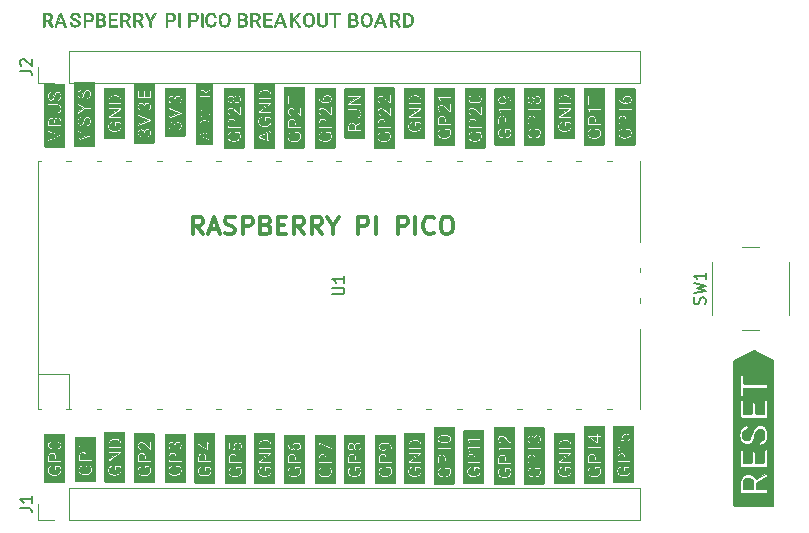
<source format=gbr>
G04 #@! TF.GenerationSoftware,KiCad,Pcbnew,(5.1.10)-1*
G04 #@! TF.CreationDate,2021-06-20T22:47:18+04:00*
G04 #@! TF.ProjectId,pico-expansion-long-board,7069636f-2d65-4787-9061-6e73696f6e2d,rev?*
G04 #@! TF.SameCoordinates,Original*
G04 #@! TF.FileFunction,Legend,Top*
G04 #@! TF.FilePolarity,Positive*
%FSLAX46Y46*%
G04 Gerber Fmt 4.6, Leading zero omitted, Abs format (unit mm)*
G04 Created by KiCad (PCBNEW (5.1.10)-1) date 2021-06-20 22:47:18*
%MOMM*%
%LPD*%
G01*
G04 APERTURE LIST*
%ADD10C,0.300000*%
%ADD11C,0.010000*%
%ADD12C,0.120000*%
%ADD13C,0.150000*%
G04 APERTURE END LIST*
D10*
X81892857Y-60178571D02*
X81392857Y-59464285D01*
X81035714Y-60178571D02*
X81035714Y-58678571D01*
X81607142Y-58678571D01*
X81750000Y-58750000D01*
X81821428Y-58821428D01*
X81892857Y-58964285D01*
X81892857Y-59178571D01*
X81821428Y-59321428D01*
X81750000Y-59392857D01*
X81607142Y-59464285D01*
X81035714Y-59464285D01*
X82464285Y-59750000D02*
X83178571Y-59750000D01*
X82321428Y-60178571D02*
X82821428Y-58678571D01*
X83321428Y-60178571D01*
X83750000Y-60107142D02*
X83964285Y-60178571D01*
X84321428Y-60178571D01*
X84464285Y-60107142D01*
X84535714Y-60035714D01*
X84607142Y-59892857D01*
X84607142Y-59750000D01*
X84535714Y-59607142D01*
X84464285Y-59535714D01*
X84321428Y-59464285D01*
X84035714Y-59392857D01*
X83892857Y-59321428D01*
X83821428Y-59250000D01*
X83750000Y-59107142D01*
X83750000Y-58964285D01*
X83821428Y-58821428D01*
X83892857Y-58750000D01*
X84035714Y-58678571D01*
X84392857Y-58678571D01*
X84607142Y-58750000D01*
X85250000Y-60178571D02*
X85250000Y-58678571D01*
X85821428Y-58678571D01*
X85964285Y-58750000D01*
X86035714Y-58821428D01*
X86107142Y-58964285D01*
X86107142Y-59178571D01*
X86035714Y-59321428D01*
X85964285Y-59392857D01*
X85821428Y-59464285D01*
X85250000Y-59464285D01*
X87250000Y-59392857D02*
X87464285Y-59464285D01*
X87535714Y-59535714D01*
X87607142Y-59678571D01*
X87607142Y-59892857D01*
X87535714Y-60035714D01*
X87464285Y-60107142D01*
X87321428Y-60178571D01*
X86750000Y-60178571D01*
X86750000Y-58678571D01*
X87250000Y-58678571D01*
X87392857Y-58750000D01*
X87464285Y-58821428D01*
X87535714Y-58964285D01*
X87535714Y-59107142D01*
X87464285Y-59250000D01*
X87392857Y-59321428D01*
X87250000Y-59392857D01*
X86750000Y-59392857D01*
X88250000Y-59392857D02*
X88750000Y-59392857D01*
X88964285Y-60178571D02*
X88250000Y-60178571D01*
X88250000Y-58678571D01*
X88964285Y-58678571D01*
X90464285Y-60178571D02*
X89964285Y-59464285D01*
X89607142Y-60178571D02*
X89607142Y-58678571D01*
X90178571Y-58678571D01*
X90321428Y-58750000D01*
X90392857Y-58821428D01*
X90464285Y-58964285D01*
X90464285Y-59178571D01*
X90392857Y-59321428D01*
X90321428Y-59392857D01*
X90178571Y-59464285D01*
X89607142Y-59464285D01*
X91964285Y-60178571D02*
X91464285Y-59464285D01*
X91107142Y-60178571D02*
X91107142Y-58678571D01*
X91678571Y-58678571D01*
X91821428Y-58750000D01*
X91892857Y-58821428D01*
X91964285Y-58964285D01*
X91964285Y-59178571D01*
X91892857Y-59321428D01*
X91821428Y-59392857D01*
X91678571Y-59464285D01*
X91107142Y-59464285D01*
X92892857Y-59464285D02*
X92892857Y-60178571D01*
X92392857Y-58678571D02*
X92892857Y-59464285D01*
X93392857Y-58678571D01*
X95035714Y-60178571D02*
X95035714Y-58678571D01*
X95607142Y-58678571D01*
X95750000Y-58750000D01*
X95821428Y-58821428D01*
X95892857Y-58964285D01*
X95892857Y-59178571D01*
X95821428Y-59321428D01*
X95750000Y-59392857D01*
X95607142Y-59464285D01*
X95035714Y-59464285D01*
X96535714Y-60178571D02*
X96535714Y-58678571D01*
X98392857Y-60178571D02*
X98392857Y-58678571D01*
X98964285Y-58678571D01*
X99107142Y-58750000D01*
X99178571Y-58821428D01*
X99250000Y-58964285D01*
X99250000Y-59178571D01*
X99178571Y-59321428D01*
X99107142Y-59392857D01*
X98964285Y-59464285D01*
X98392857Y-59464285D01*
X99892857Y-60178571D02*
X99892857Y-58678571D01*
X101464285Y-60035714D02*
X101392857Y-60107142D01*
X101178571Y-60178571D01*
X101035714Y-60178571D01*
X100821428Y-60107142D01*
X100678571Y-59964285D01*
X100607142Y-59821428D01*
X100535714Y-59535714D01*
X100535714Y-59321428D01*
X100607142Y-59035714D01*
X100678571Y-58892857D01*
X100821428Y-58750000D01*
X101035714Y-58678571D01*
X101178571Y-58678571D01*
X101392857Y-58750000D01*
X101464285Y-58821428D01*
X102392857Y-58678571D02*
X102678571Y-58678571D01*
X102821428Y-58750000D01*
X102964285Y-58892857D01*
X103035714Y-59178571D01*
X103035714Y-59678571D01*
X102964285Y-59964285D01*
X102821428Y-60107142D01*
X102678571Y-60178571D01*
X102392857Y-60178571D01*
X102250000Y-60107142D01*
X102107142Y-59964285D01*
X102035714Y-59678571D01*
X102035714Y-59178571D01*
X102107142Y-58892857D01*
X102250000Y-58750000D01*
X102392857Y-58678571D01*
D11*
G36*
X126810000Y-82440000D02*
G01*
X126810000Y-83120000D01*
X126940000Y-83160000D01*
X130160000Y-83160000D01*
X130190000Y-83020000D01*
X130190000Y-71000000D01*
X130180000Y-70840000D01*
X128520000Y-70010000D01*
X128360000Y-70070000D01*
X126850000Y-70820000D01*
X126810000Y-70970000D01*
X126810000Y-82310000D01*
X127400000Y-82040000D01*
X127370000Y-81900000D01*
X127370000Y-81210000D01*
X127390000Y-81030000D01*
X127430000Y-80870000D01*
X127500000Y-80730000D01*
X127600000Y-80620000D01*
X127730000Y-80530000D01*
X127890000Y-80480000D01*
X128080000Y-80460000D01*
X128250000Y-80490000D01*
X128400000Y-80550000D01*
X128530000Y-80660000D01*
X128630000Y-80790000D01*
X128730000Y-80880000D01*
X129620000Y-80390000D01*
X129610000Y-79850000D01*
X127410000Y-79850000D01*
X127370000Y-79730000D01*
X127370000Y-78550000D01*
X127390000Y-78400000D01*
X127560000Y-78400000D01*
X127620000Y-78500000D01*
X127620000Y-79520000D01*
X127760000Y-79550000D01*
X128270000Y-79550000D01*
X128360000Y-79480000D01*
X128360000Y-78630000D01*
X128450000Y-78550000D01*
X128620000Y-78590000D01*
X128620000Y-79440000D01*
X128670000Y-79550000D01*
X129350000Y-79550000D01*
X129430000Y-79460000D01*
X129430000Y-78440000D01*
X129540000Y-78380000D01*
X129340000Y-77890000D01*
X129200000Y-77970000D01*
X129030000Y-78010000D01*
X128970000Y-77900000D01*
X128970000Y-77730000D01*
X129130000Y-77680000D01*
X129270000Y-77600000D01*
X129360000Y-77480000D01*
X129410000Y-77320000D01*
X129430000Y-77140000D01*
X129410000Y-76950000D01*
X129360000Y-76800000D01*
X129250000Y-76690000D01*
X129090000Y-76640000D01*
X128920000Y-76660000D01*
X128790000Y-76760000D01*
X128730000Y-76870000D01*
X128670000Y-77030000D01*
X128590000Y-77270000D01*
X128530000Y-77450000D01*
X128450000Y-77600000D01*
X128370000Y-77720000D01*
X128260000Y-77830000D01*
X128120000Y-77910000D01*
X127950000Y-77940000D01*
X127780000Y-77920000D01*
X127630000Y-77850000D01*
X127500000Y-77730000D01*
X127410000Y-77600000D01*
X127350000Y-77450000D01*
X127320000Y-77280000D01*
X127320000Y-77090000D01*
X127340000Y-76920000D01*
X127390000Y-76770000D01*
X127470000Y-76620000D01*
X127580000Y-76500000D01*
X127730000Y-76410000D01*
X127890000Y-76360000D01*
X128010000Y-76400000D01*
X128010000Y-76560000D01*
X127920000Y-76660000D01*
X127770000Y-76710000D01*
X127650000Y-76820000D01*
X127580000Y-76960000D01*
X127550000Y-77140000D01*
X127570000Y-77330000D01*
X127630000Y-77470000D01*
X127740000Y-77580000D01*
X127900000Y-77630000D01*
X128070000Y-77610000D01*
X128180000Y-77500000D01*
X128250000Y-77370000D01*
X128320000Y-77200000D01*
X128380000Y-77000000D01*
X128450000Y-76830000D01*
X128510000Y-76700000D01*
X128610000Y-76560000D01*
X128730000Y-76440000D01*
X128870000Y-76360000D01*
X129030000Y-76330000D01*
X129210000Y-76350000D01*
X129550000Y-75690000D01*
X127520000Y-75690000D01*
X127370000Y-75670000D01*
X127370000Y-74320000D01*
X127450000Y-74230000D01*
X127610000Y-74230000D01*
X127600000Y-73890000D01*
X127430000Y-73890000D01*
X127370000Y-73790000D01*
X127370000Y-72270000D01*
X127380000Y-72110000D01*
X127550000Y-72110000D01*
X127620000Y-72110000D01*
X127620000Y-72790000D01*
X127720000Y-72860000D01*
X129580000Y-72860000D01*
X129690000Y-72930000D01*
X129690000Y-73100000D01*
X129580000Y-73160000D01*
X127720000Y-73160000D01*
X127620000Y-73230000D01*
X127620000Y-73740000D01*
X127600000Y-73890000D01*
X127620000Y-74230000D01*
X127620000Y-74400000D01*
X127620000Y-75240000D01*
X127650000Y-75380000D01*
X128330000Y-75380000D01*
X128360000Y-75250000D01*
X128360000Y-74400000D01*
X128510000Y-74380000D01*
X128620000Y-74480000D01*
X128620000Y-75330000D01*
X128740000Y-75380000D01*
X129410000Y-75380000D01*
X129430000Y-75230000D01*
X129430000Y-74220000D01*
X129600000Y-74210000D01*
X129690000Y-74300000D01*
X129690000Y-75650000D01*
X129550000Y-75690000D01*
X129210000Y-76350000D01*
X129360000Y-76410000D01*
X129490000Y-76520000D01*
X129580000Y-76650000D01*
X129640000Y-76790000D01*
X129670000Y-76960000D01*
X129690000Y-77150000D01*
X129670000Y-77320000D01*
X129630000Y-77480000D01*
X129560000Y-77640000D01*
X129470000Y-77780000D01*
X129350000Y-77890000D01*
X129540000Y-78380000D01*
X129690000Y-78400000D01*
X129690000Y-79760000D01*
X129610000Y-79850000D01*
X129620000Y-80390000D01*
X129690000Y-80460000D01*
X129690000Y-80630000D01*
X129580000Y-80740000D01*
X128840000Y-81140000D01*
X128750000Y-81190000D01*
X128750000Y-81700000D01*
X128890000Y-81730000D01*
X129570000Y-81730000D01*
X129690000Y-81790000D01*
X129690000Y-81960000D01*
X129600000Y-82040000D01*
X127400000Y-82040000D01*
X126810000Y-82310000D01*
X126810000Y-82440000D01*
G37*
X126810000Y-82440000D02*
X126810000Y-83120000D01*
X126940000Y-83160000D01*
X130160000Y-83160000D01*
X130190000Y-83020000D01*
X130190000Y-71000000D01*
X130180000Y-70840000D01*
X128520000Y-70010000D01*
X128360000Y-70070000D01*
X126850000Y-70820000D01*
X126810000Y-70970000D01*
X126810000Y-82310000D01*
X127400000Y-82040000D01*
X127370000Y-81900000D01*
X127370000Y-81210000D01*
X127390000Y-81030000D01*
X127430000Y-80870000D01*
X127500000Y-80730000D01*
X127600000Y-80620000D01*
X127730000Y-80530000D01*
X127890000Y-80480000D01*
X128080000Y-80460000D01*
X128250000Y-80490000D01*
X128400000Y-80550000D01*
X128530000Y-80660000D01*
X128630000Y-80790000D01*
X128730000Y-80880000D01*
X129620000Y-80390000D01*
X129610000Y-79850000D01*
X127410000Y-79850000D01*
X127370000Y-79730000D01*
X127370000Y-78550000D01*
X127390000Y-78400000D01*
X127560000Y-78400000D01*
X127620000Y-78500000D01*
X127620000Y-79520000D01*
X127760000Y-79550000D01*
X128270000Y-79550000D01*
X128360000Y-79480000D01*
X128360000Y-78630000D01*
X128450000Y-78550000D01*
X128620000Y-78590000D01*
X128620000Y-79440000D01*
X128670000Y-79550000D01*
X129350000Y-79550000D01*
X129430000Y-79460000D01*
X129430000Y-78440000D01*
X129540000Y-78380000D01*
X129340000Y-77890000D01*
X129200000Y-77970000D01*
X129030000Y-78010000D01*
X128970000Y-77900000D01*
X128970000Y-77730000D01*
X129130000Y-77680000D01*
X129270000Y-77600000D01*
X129360000Y-77480000D01*
X129410000Y-77320000D01*
X129430000Y-77140000D01*
X129410000Y-76950000D01*
X129360000Y-76800000D01*
X129250000Y-76690000D01*
X129090000Y-76640000D01*
X128920000Y-76660000D01*
X128790000Y-76760000D01*
X128730000Y-76870000D01*
X128670000Y-77030000D01*
X128590000Y-77270000D01*
X128530000Y-77450000D01*
X128450000Y-77600000D01*
X128370000Y-77720000D01*
X128260000Y-77830000D01*
X128120000Y-77910000D01*
X127950000Y-77940000D01*
X127780000Y-77920000D01*
X127630000Y-77850000D01*
X127500000Y-77730000D01*
X127410000Y-77600000D01*
X127350000Y-77450000D01*
X127320000Y-77280000D01*
X127320000Y-77090000D01*
X127340000Y-76920000D01*
X127390000Y-76770000D01*
X127470000Y-76620000D01*
X127580000Y-76500000D01*
X127730000Y-76410000D01*
X127890000Y-76360000D01*
X128010000Y-76400000D01*
X128010000Y-76560000D01*
X127920000Y-76660000D01*
X127770000Y-76710000D01*
X127650000Y-76820000D01*
X127580000Y-76960000D01*
X127550000Y-77140000D01*
X127570000Y-77330000D01*
X127630000Y-77470000D01*
X127740000Y-77580000D01*
X127900000Y-77630000D01*
X128070000Y-77610000D01*
X128180000Y-77500000D01*
X128250000Y-77370000D01*
X128320000Y-77200000D01*
X128380000Y-77000000D01*
X128450000Y-76830000D01*
X128510000Y-76700000D01*
X128610000Y-76560000D01*
X128730000Y-76440000D01*
X128870000Y-76360000D01*
X129030000Y-76330000D01*
X129210000Y-76350000D01*
X129550000Y-75690000D01*
X127520000Y-75690000D01*
X127370000Y-75670000D01*
X127370000Y-74320000D01*
X127450000Y-74230000D01*
X127610000Y-74230000D01*
X127600000Y-73890000D01*
X127430000Y-73890000D01*
X127370000Y-73790000D01*
X127370000Y-72270000D01*
X127380000Y-72110000D01*
X127550000Y-72110000D01*
X127620000Y-72110000D01*
X127620000Y-72790000D01*
X127720000Y-72860000D01*
X129580000Y-72860000D01*
X129690000Y-72930000D01*
X129690000Y-73100000D01*
X129580000Y-73160000D01*
X127720000Y-73160000D01*
X127620000Y-73230000D01*
X127620000Y-73740000D01*
X127600000Y-73890000D01*
X127620000Y-74230000D01*
X127620000Y-74400000D01*
X127620000Y-75240000D01*
X127650000Y-75380000D01*
X128330000Y-75380000D01*
X128360000Y-75250000D01*
X128360000Y-74400000D01*
X128510000Y-74380000D01*
X128620000Y-74480000D01*
X128620000Y-75330000D01*
X128740000Y-75380000D01*
X129410000Y-75380000D01*
X129430000Y-75230000D01*
X129430000Y-74220000D01*
X129600000Y-74210000D01*
X129690000Y-74300000D01*
X129690000Y-75650000D01*
X129550000Y-75690000D01*
X129210000Y-76350000D01*
X129360000Y-76410000D01*
X129490000Y-76520000D01*
X129580000Y-76650000D01*
X129640000Y-76790000D01*
X129670000Y-76960000D01*
X129690000Y-77150000D01*
X129670000Y-77320000D01*
X129630000Y-77480000D01*
X129560000Y-77640000D01*
X129470000Y-77780000D01*
X129350000Y-77890000D01*
X129540000Y-78380000D01*
X129690000Y-78400000D01*
X129690000Y-79760000D01*
X129610000Y-79850000D01*
X129620000Y-80390000D01*
X129690000Y-80460000D01*
X129690000Y-80630000D01*
X129580000Y-80740000D01*
X128840000Y-81140000D01*
X128750000Y-81190000D01*
X128750000Y-81700000D01*
X128890000Y-81730000D01*
X129570000Y-81730000D01*
X129690000Y-81790000D01*
X129690000Y-81960000D01*
X129600000Y-82040000D01*
X127400000Y-82040000D01*
X126810000Y-82310000D01*
X126810000Y-82440000D01*
G36*
X128500000Y-81660000D02*
G01*
X128500000Y-81320000D01*
X128490000Y-81150000D01*
X128440000Y-80990000D01*
X128340000Y-80860000D01*
X128190000Y-80780000D01*
X128020000Y-80770000D01*
X127850000Y-80810000D01*
X127730000Y-80910000D01*
X127650000Y-81040000D01*
X127620000Y-81210000D01*
X127620000Y-81390000D01*
X127620000Y-81730000D01*
X128470000Y-81730000D01*
X128500000Y-81660000D01*
G37*
X128500000Y-81660000D02*
X128500000Y-81320000D01*
X128490000Y-81150000D01*
X128440000Y-80990000D01*
X128340000Y-80860000D01*
X128190000Y-80780000D01*
X128020000Y-80770000D01*
X127850000Y-80810000D01*
X127730000Y-80910000D01*
X127650000Y-81040000D01*
X127620000Y-81210000D01*
X127620000Y-81390000D01*
X127620000Y-81730000D01*
X128470000Y-81730000D01*
X128500000Y-81660000D01*
G36*
X68780000Y-42160000D02*
G01*
X68980000Y-42530000D01*
X69030000Y-42590000D01*
X69120000Y-42590000D01*
X69170000Y-42570000D01*
X68920000Y-42120000D01*
X68950000Y-42070000D01*
X69020000Y-42020000D01*
X69070000Y-41960000D01*
X69110000Y-41880000D01*
X69120000Y-41800000D01*
X69120000Y-41700000D01*
X69090000Y-41620000D01*
X69050000Y-41560000D01*
X69000000Y-41500000D01*
X68930000Y-41470000D01*
X68850000Y-41440000D01*
X68760000Y-41430000D01*
X68660000Y-41430000D01*
X68410000Y-41430000D01*
X68340000Y-41440000D01*
X68340000Y-42550000D01*
X68380000Y-42590000D01*
X68460000Y-42590000D01*
X68490000Y-42540000D01*
X68490000Y-42200000D01*
X68510000Y-42130000D01*
X68490000Y-42000000D01*
X68490000Y-41580000D01*
X68560000Y-41560000D01*
X68730000Y-41560000D01*
X68820000Y-41570000D01*
X68890000Y-41610000D01*
X68940000Y-41660000D01*
X68970000Y-41740000D01*
X68970000Y-41830000D01*
X68930000Y-41910000D01*
X68870000Y-41960000D01*
X68800000Y-41990000D01*
X68710000Y-42000000D01*
X68540000Y-42000000D01*
X68490000Y-42000000D01*
X68510000Y-42130000D01*
X68760000Y-42130000D01*
X68780000Y-42160000D01*
G37*
X68780000Y-42160000D02*
X68980000Y-42530000D01*
X69030000Y-42590000D01*
X69120000Y-42590000D01*
X69170000Y-42570000D01*
X68920000Y-42120000D01*
X68950000Y-42070000D01*
X69020000Y-42020000D01*
X69070000Y-41960000D01*
X69110000Y-41880000D01*
X69120000Y-41800000D01*
X69120000Y-41700000D01*
X69090000Y-41620000D01*
X69050000Y-41560000D01*
X69000000Y-41500000D01*
X68930000Y-41470000D01*
X68850000Y-41440000D01*
X68760000Y-41430000D01*
X68660000Y-41430000D01*
X68410000Y-41430000D01*
X68340000Y-41440000D01*
X68340000Y-42550000D01*
X68380000Y-42590000D01*
X68460000Y-42590000D01*
X68490000Y-42540000D01*
X68490000Y-42200000D01*
X68510000Y-42130000D01*
X68490000Y-42000000D01*
X68490000Y-41580000D01*
X68560000Y-41560000D01*
X68730000Y-41560000D01*
X68820000Y-41570000D01*
X68890000Y-41610000D01*
X68940000Y-41660000D01*
X68970000Y-41740000D01*
X68970000Y-41830000D01*
X68930000Y-41910000D01*
X68870000Y-41960000D01*
X68800000Y-41990000D01*
X68710000Y-42000000D01*
X68540000Y-42000000D01*
X68490000Y-42000000D01*
X68510000Y-42130000D01*
X68760000Y-42130000D01*
X68780000Y-42160000D01*
G36*
X70090000Y-42350000D02*
G01*
X70170000Y-42590000D01*
X70250000Y-42590000D01*
X70330000Y-42590000D01*
X69910000Y-41480000D01*
X69860000Y-41430000D01*
X69770000Y-41430000D01*
X69730000Y-41500000D01*
X69340000Y-42540000D01*
X69340000Y-42590000D01*
X69430000Y-42590000D01*
X69490000Y-42550000D01*
X69570000Y-42310000D01*
X69640000Y-42290000D01*
X69640000Y-42170000D01*
X69620000Y-42170000D01*
X69800000Y-41690000D01*
X69830000Y-41640000D01*
X70010000Y-42120000D01*
X69990000Y-42170000D01*
X69650000Y-42170000D01*
X69640000Y-42290000D01*
X70060000Y-42290000D01*
X70090000Y-42350000D01*
G37*
X70090000Y-42350000D02*
X70170000Y-42590000D01*
X70250000Y-42590000D01*
X70330000Y-42590000D01*
X69910000Y-41480000D01*
X69860000Y-41430000D01*
X69770000Y-41430000D01*
X69730000Y-41500000D01*
X69340000Y-42540000D01*
X69340000Y-42590000D01*
X69430000Y-42590000D01*
X69490000Y-42550000D01*
X69570000Y-42310000D01*
X69640000Y-42290000D01*
X69640000Y-42170000D01*
X69620000Y-42170000D01*
X69800000Y-41690000D01*
X69830000Y-41640000D01*
X70010000Y-42120000D01*
X69990000Y-42170000D01*
X69650000Y-42170000D01*
X69640000Y-42290000D01*
X70060000Y-42290000D01*
X70090000Y-42350000D01*
G36*
X71040000Y-42060000D02*
G01*
X71140000Y-42090000D01*
X71210000Y-42120000D01*
X71270000Y-42160000D01*
X71310000Y-42230000D01*
X71310000Y-42320000D01*
X71280000Y-42390000D01*
X71220000Y-42440000D01*
X71140000Y-42460000D01*
X71040000Y-42470000D01*
X70950000Y-42450000D01*
X70880000Y-42420000D01*
X70820000Y-42370000D01*
X70790000Y-42290000D01*
X70750000Y-42240000D01*
X70660000Y-42240000D01*
X70630000Y-42290000D01*
X70660000Y-42370000D01*
X70700000Y-42440000D01*
X70760000Y-42500000D01*
X70840000Y-42540000D01*
X70910000Y-42570000D01*
X71000000Y-42590000D01*
X71090000Y-42590000D01*
X71180000Y-42580000D01*
X71260000Y-42560000D01*
X71330000Y-42530000D01*
X71390000Y-42480000D01*
X71440000Y-42410000D01*
X71470000Y-42330000D01*
X71470000Y-42240000D01*
X71440000Y-42160000D01*
X71400000Y-42090000D01*
X71330000Y-42040000D01*
X71270000Y-42000000D01*
X71190000Y-41960000D01*
X71110000Y-41930000D01*
X71010000Y-41900000D01*
X70930000Y-41870000D01*
X70870000Y-41830000D01*
X70820000Y-41760000D01*
X70820000Y-41670000D01*
X70860000Y-41600000D01*
X70920000Y-41550000D01*
X71000000Y-41530000D01*
X71100000Y-41530000D01*
X71180000Y-41550000D01*
X71240000Y-41590000D01*
X71290000Y-41660000D01*
X71310000Y-41740000D01*
X71380000Y-41750000D01*
X71460000Y-41750000D01*
X71450000Y-41670000D01*
X71420000Y-41590000D01*
X71370000Y-41520000D01*
X71300000Y-41470000D01*
X71220000Y-41430000D01*
X71140000Y-41410000D01*
X71060000Y-41410000D01*
X70960000Y-41410000D01*
X70880000Y-41440000D01*
X70810000Y-41470000D01*
X70740000Y-41520000D01*
X70690000Y-41590000D01*
X70670000Y-41670000D01*
X70670000Y-41760000D01*
X70690000Y-41840000D01*
X70740000Y-41900000D01*
X70790000Y-41950000D01*
X70860000Y-41990000D01*
X70940000Y-42030000D01*
X71040000Y-42060000D01*
G37*
X71040000Y-42060000D02*
X71140000Y-42090000D01*
X71210000Y-42120000D01*
X71270000Y-42160000D01*
X71310000Y-42230000D01*
X71310000Y-42320000D01*
X71280000Y-42390000D01*
X71220000Y-42440000D01*
X71140000Y-42460000D01*
X71040000Y-42470000D01*
X70950000Y-42450000D01*
X70880000Y-42420000D01*
X70820000Y-42370000D01*
X70790000Y-42290000D01*
X70750000Y-42240000D01*
X70660000Y-42240000D01*
X70630000Y-42290000D01*
X70660000Y-42370000D01*
X70700000Y-42440000D01*
X70760000Y-42500000D01*
X70840000Y-42540000D01*
X70910000Y-42570000D01*
X71000000Y-42590000D01*
X71090000Y-42590000D01*
X71180000Y-42580000D01*
X71260000Y-42560000D01*
X71330000Y-42530000D01*
X71390000Y-42480000D01*
X71440000Y-42410000D01*
X71470000Y-42330000D01*
X71470000Y-42240000D01*
X71440000Y-42160000D01*
X71400000Y-42090000D01*
X71330000Y-42040000D01*
X71270000Y-42000000D01*
X71190000Y-41960000D01*
X71110000Y-41930000D01*
X71010000Y-41900000D01*
X70930000Y-41870000D01*
X70870000Y-41830000D01*
X70820000Y-41760000D01*
X70820000Y-41670000D01*
X70860000Y-41600000D01*
X70920000Y-41550000D01*
X71000000Y-41530000D01*
X71100000Y-41530000D01*
X71180000Y-41550000D01*
X71240000Y-41590000D01*
X71290000Y-41660000D01*
X71310000Y-41740000D01*
X71380000Y-41750000D01*
X71460000Y-41750000D01*
X71450000Y-41670000D01*
X71420000Y-41590000D01*
X71370000Y-41520000D01*
X71300000Y-41470000D01*
X71220000Y-41430000D01*
X71140000Y-41410000D01*
X71060000Y-41410000D01*
X70960000Y-41410000D01*
X70880000Y-41440000D01*
X70810000Y-41470000D01*
X70740000Y-41520000D01*
X70690000Y-41590000D01*
X70670000Y-41670000D01*
X70670000Y-41760000D01*
X70690000Y-41840000D01*
X70740000Y-41900000D01*
X70790000Y-41950000D01*
X70860000Y-41990000D01*
X70940000Y-42030000D01*
X71040000Y-42060000D01*
G36*
X71940000Y-42020000D02*
G01*
X71940000Y-41590000D01*
X72000000Y-41560000D01*
X72170000Y-41560000D01*
X72260000Y-41560000D01*
X72340000Y-41590000D01*
X72410000Y-41630000D01*
X72450000Y-41700000D01*
X72470000Y-41780000D01*
X72460000Y-41870000D01*
X72420000Y-41940000D01*
X72360000Y-41990000D01*
X72280000Y-42010000D01*
X72180000Y-42020000D01*
X72010000Y-42020000D01*
X71960000Y-42140000D01*
X72210000Y-42140000D01*
X72310000Y-42140000D01*
X72400000Y-42120000D01*
X72470000Y-42080000D01*
X72530000Y-42040000D01*
X72580000Y-41970000D01*
X72610000Y-41900000D01*
X72620000Y-41810000D01*
X72610000Y-41720000D01*
X72590000Y-41630000D01*
X72550000Y-41570000D01*
X72490000Y-41510000D01*
X72420000Y-41470000D01*
X72340000Y-41450000D01*
X72250000Y-41430000D01*
X71820000Y-41430000D01*
X71790000Y-41490000D01*
X71790000Y-42510000D01*
X71800000Y-42590000D01*
X71880000Y-42590000D01*
X71940000Y-42570000D01*
X71940000Y-42140000D01*
X71940000Y-42020000D01*
G37*
X71940000Y-42020000D02*
X71940000Y-41590000D01*
X72000000Y-41560000D01*
X72170000Y-41560000D01*
X72260000Y-41560000D01*
X72340000Y-41590000D01*
X72410000Y-41630000D01*
X72450000Y-41700000D01*
X72470000Y-41780000D01*
X72460000Y-41870000D01*
X72420000Y-41940000D01*
X72360000Y-41990000D01*
X72280000Y-42010000D01*
X72180000Y-42020000D01*
X72010000Y-42020000D01*
X71960000Y-42140000D01*
X72210000Y-42140000D01*
X72310000Y-42140000D01*
X72400000Y-42120000D01*
X72470000Y-42080000D01*
X72530000Y-42040000D01*
X72580000Y-41970000D01*
X72610000Y-41900000D01*
X72620000Y-41810000D01*
X72610000Y-41720000D01*
X72590000Y-41630000D01*
X72550000Y-41570000D01*
X72490000Y-41510000D01*
X72420000Y-41470000D01*
X72340000Y-41450000D01*
X72250000Y-41430000D01*
X71820000Y-41430000D01*
X71790000Y-41490000D01*
X71790000Y-42510000D01*
X71800000Y-42590000D01*
X71880000Y-42590000D01*
X71940000Y-42570000D01*
X71940000Y-42140000D01*
X71940000Y-42020000D01*
G36*
X72860000Y-42590000D02*
G01*
X73200000Y-42590000D01*
X73290000Y-42590000D01*
X73380000Y-42580000D01*
X73450000Y-42550000D01*
X73520000Y-42510000D01*
X73570000Y-42440000D01*
X73600000Y-42370000D01*
X73620000Y-42280000D01*
X73610000Y-42190000D01*
X73580000Y-42120000D01*
X73530000Y-42050000D01*
X73470000Y-42000000D01*
X73450000Y-41970000D01*
X73360000Y-41890000D01*
X73290000Y-41920000D01*
X73200000Y-41930000D01*
X73030000Y-41930000D01*
X73030000Y-42050000D01*
X73190000Y-42050000D01*
X73290000Y-42050000D01*
X73370000Y-42080000D01*
X73430000Y-42120000D01*
X73460000Y-42190000D01*
X73470000Y-42290000D01*
X73440000Y-42370000D01*
X73390000Y-42420000D01*
X73310000Y-42460000D01*
X73220000Y-42470000D01*
X73050000Y-42470000D01*
X72980000Y-42450000D01*
X72980000Y-42110000D01*
X72980000Y-41930000D01*
X72980000Y-41590000D01*
X73040000Y-41560000D01*
X73210000Y-41560000D01*
X73300000Y-41570000D01*
X73370000Y-41600000D01*
X73420000Y-41660000D01*
X73430000Y-41750000D01*
X73410000Y-41830000D01*
X73360000Y-41890000D01*
X73450000Y-41970000D01*
X73510000Y-41920000D01*
X73560000Y-41850000D01*
X73590000Y-41770000D01*
X73580000Y-41680000D01*
X73560000Y-41600000D01*
X73510000Y-41530000D01*
X73450000Y-41490000D01*
X73380000Y-41460000D01*
X73300000Y-41440000D01*
X73200000Y-41430000D01*
X72860000Y-41430000D01*
X72830000Y-41490000D01*
X72830000Y-42590000D01*
X72860000Y-42590000D01*
G37*
X72860000Y-42590000D02*
X73200000Y-42590000D01*
X73290000Y-42590000D01*
X73380000Y-42580000D01*
X73450000Y-42550000D01*
X73520000Y-42510000D01*
X73570000Y-42440000D01*
X73600000Y-42370000D01*
X73620000Y-42280000D01*
X73610000Y-42190000D01*
X73580000Y-42120000D01*
X73530000Y-42050000D01*
X73470000Y-42000000D01*
X73450000Y-41970000D01*
X73360000Y-41890000D01*
X73290000Y-41920000D01*
X73200000Y-41930000D01*
X73030000Y-41930000D01*
X73030000Y-42050000D01*
X73190000Y-42050000D01*
X73290000Y-42050000D01*
X73370000Y-42080000D01*
X73430000Y-42120000D01*
X73460000Y-42190000D01*
X73470000Y-42290000D01*
X73440000Y-42370000D01*
X73390000Y-42420000D01*
X73310000Y-42460000D01*
X73220000Y-42470000D01*
X73050000Y-42470000D01*
X72980000Y-42450000D01*
X72980000Y-42110000D01*
X72980000Y-41930000D01*
X72980000Y-41590000D01*
X73040000Y-41560000D01*
X73210000Y-41560000D01*
X73300000Y-41570000D01*
X73370000Y-41600000D01*
X73420000Y-41660000D01*
X73430000Y-41750000D01*
X73410000Y-41830000D01*
X73360000Y-41890000D01*
X73450000Y-41970000D01*
X73510000Y-41920000D01*
X73560000Y-41850000D01*
X73590000Y-41770000D01*
X73580000Y-41680000D01*
X73560000Y-41600000D01*
X73510000Y-41530000D01*
X73450000Y-41490000D01*
X73380000Y-41460000D01*
X73300000Y-41440000D01*
X73200000Y-41430000D01*
X72860000Y-41430000D01*
X72830000Y-41490000D01*
X72830000Y-42590000D01*
X72860000Y-42590000D01*
G36*
X74570000Y-42060000D02*
G01*
X74570000Y-41970000D01*
X74530000Y-41930000D01*
X74100000Y-41930000D01*
X74070000Y-41880000D01*
X74070000Y-41620000D01*
X74090000Y-41560000D01*
X74600000Y-41560000D01*
X74640000Y-41520000D01*
X74640000Y-41440000D01*
X74560000Y-41430000D01*
X73970000Y-41430000D01*
X73920000Y-41470000D01*
X73920000Y-42570000D01*
X73980000Y-42590000D01*
X74570000Y-42590000D01*
X74650000Y-42590000D01*
X74650000Y-42500000D01*
X74610000Y-42470000D01*
X74100000Y-42470000D01*
X74070000Y-42410000D01*
X74070000Y-42070000D01*
X74140000Y-42060000D01*
X74570000Y-42060000D01*
G37*
X74570000Y-42060000D02*
X74570000Y-41970000D01*
X74530000Y-41930000D01*
X74100000Y-41930000D01*
X74070000Y-41880000D01*
X74070000Y-41620000D01*
X74090000Y-41560000D01*
X74600000Y-41560000D01*
X74640000Y-41520000D01*
X74640000Y-41440000D01*
X74560000Y-41430000D01*
X73970000Y-41430000D01*
X73920000Y-41470000D01*
X73920000Y-42570000D01*
X73980000Y-42590000D01*
X74570000Y-42590000D01*
X74650000Y-42590000D01*
X74650000Y-42500000D01*
X74610000Y-42470000D01*
X74100000Y-42470000D01*
X74070000Y-42410000D01*
X74070000Y-42070000D01*
X74140000Y-42060000D01*
X74570000Y-42060000D01*
G36*
X75350000Y-42160000D02*
G01*
X75550000Y-42530000D01*
X75600000Y-42590000D01*
X75690000Y-42590000D01*
X75740000Y-42570000D01*
X75490000Y-42120000D01*
X75520000Y-42070000D01*
X75590000Y-42020000D01*
X75640000Y-41960000D01*
X75680000Y-41880000D01*
X75690000Y-41800000D01*
X75690000Y-41700000D01*
X75660000Y-41620000D01*
X75620000Y-41560000D01*
X75570000Y-41500000D01*
X75500000Y-41470000D01*
X75420000Y-41440000D01*
X75330000Y-41430000D01*
X75240000Y-41430000D01*
X74980000Y-41430000D01*
X74910000Y-41440000D01*
X74910000Y-42550000D01*
X74950000Y-42590000D01*
X75030000Y-42590000D01*
X75060000Y-42540000D01*
X75060000Y-42200000D01*
X75080000Y-42130000D01*
X75060000Y-42000000D01*
X75060000Y-41580000D01*
X75130000Y-41560000D01*
X75300000Y-41560000D01*
X75390000Y-41570000D01*
X75460000Y-41610000D01*
X75510000Y-41660000D01*
X75540000Y-41740000D01*
X75540000Y-41830000D01*
X75500000Y-41910000D01*
X75440000Y-41960000D01*
X75370000Y-41990000D01*
X75280000Y-42000000D01*
X75110000Y-42000000D01*
X75060000Y-42000000D01*
X75080000Y-42130000D01*
X75330000Y-42130000D01*
X75350000Y-42160000D01*
G37*
X75350000Y-42160000D02*
X75550000Y-42530000D01*
X75600000Y-42590000D01*
X75690000Y-42590000D01*
X75740000Y-42570000D01*
X75490000Y-42120000D01*
X75520000Y-42070000D01*
X75590000Y-42020000D01*
X75640000Y-41960000D01*
X75680000Y-41880000D01*
X75690000Y-41800000D01*
X75690000Y-41700000D01*
X75660000Y-41620000D01*
X75620000Y-41560000D01*
X75570000Y-41500000D01*
X75500000Y-41470000D01*
X75420000Y-41440000D01*
X75330000Y-41430000D01*
X75240000Y-41430000D01*
X74980000Y-41430000D01*
X74910000Y-41440000D01*
X74910000Y-42550000D01*
X74950000Y-42590000D01*
X75030000Y-42590000D01*
X75060000Y-42540000D01*
X75060000Y-42200000D01*
X75080000Y-42130000D01*
X75060000Y-42000000D01*
X75060000Y-41580000D01*
X75130000Y-41560000D01*
X75300000Y-41560000D01*
X75390000Y-41570000D01*
X75460000Y-41610000D01*
X75510000Y-41660000D01*
X75540000Y-41740000D01*
X75540000Y-41830000D01*
X75500000Y-41910000D01*
X75440000Y-41960000D01*
X75370000Y-41990000D01*
X75280000Y-42000000D01*
X75110000Y-42000000D01*
X75060000Y-42000000D01*
X75080000Y-42130000D01*
X75330000Y-42130000D01*
X75350000Y-42160000D01*
G36*
X76440000Y-42160000D02*
G01*
X76640000Y-42530000D01*
X76690000Y-42590000D01*
X76780000Y-42590000D01*
X76830000Y-42570000D01*
X76580000Y-42120000D01*
X76610000Y-42070000D01*
X76680000Y-42020000D01*
X76740000Y-41960000D01*
X76770000Y-41880000D01*
X76790000Y-41800000D01*
X76780000Y-41700000D01*
X76760000Y-41620000D01*
X76710000Y-41560000D01*
X76660000Y-41500000D01*
X76590000Y-41470000D01*
X76510000Y-41440000D01*
X76420000Y-41430000D01*
X76330000Y-41430000D01*
X76070000Y-41430000D01*
X76000000Y-41440000D01*
X76000000Y-42550000D01*
X76040000Y-42590000D01*
X76120000Y-42590000D01*
X76150000Y-42540000D01*
X76150000Y-42200000D01*
X76170000Y-42130000D01*
X76150000Y-42000000D01*
X76150000Y-41580000D01*
X76220000Y-41560000D01*
X76390000Y-41560000D01*
X76480000Y-41570000D01*
X76550000Y-41610000D01*
X76610000Y-41660000D01*
X76630000Y-41740000D01*
X76630000Y-41830000D01*
X76600000Y-41910000D01*
X76530000Y-41960000D01*
X76460000Y-41990000D01*
X76370000Y-42000000D01*
X76200000Y-42000000D01*
X76150000Y-42000000D01*
X76170000Y-42130000D01*
X76420000Y-42130000D01*
X76440000Y-42160000D01*
G37*
X76440000Y-42160000D02*
X76640000Y-42530000D01*
X76690000Y-42590000D01*
X76780000Y-42590000D01*
X76830000Y-42570000D01*
X76580000Y-42120000D01*
X76610000Y-42070000D01*
X76680000Y-42020000D01*
X76740000Y-41960000D01*
X76770000Y-41880000D01*
X76790000Y-41800000D01*
X76780000Y-41700000D01*
X76760000Y-41620000D01*
X76710000Y-41560000D01*
X76660000Y-41500000D01*
X76590000Y-41470000D01*
X76510000Y-41440000D01*
X76420000Y-41430000D01*
X76330000Y-41430000D01*
X76070000Y-41430000D01*
X76000000Y-41440000D01*
X76000000Y-42550000D01*
X76040000Y-42590000D01*
X76120000Y-42590000D01*
X76150000Y-42540000D01*
X76150000Y-42200000D01*
X76170000Y-42130000D01*
X76150000Y-42000000D01*
X76150000Y-41580000D01*
X76220000Y-41560000D01*
X76390000Y-41560000D01*
X76480000Y-41570000D01*
X76550000Y-41610000D01*
X76610000Y-41660000D01*
X76630000Y-41740000D01*
X76630000Y-41830000D01*
X76600000Y-41910000D01*
X76530000Y-41960000D01*
X76460000Y-41990000D01*
X76370000Y-42000000D01*
X76200000Y-42000000D01*
X76150000Y-42000000D01*
X76170000Y-42130000D01*
X76420000Y-42130000D01*
X76440000Y-42160000D01*
G36*
X77440000Y-42020000D02*
G01*
X77170000Y-41480000D01*
X77110000Y-41430000D01*
X77030000Y-41430000D01*
X76970000Y-41450000D01*
X77340000Y-42120000D01*
X77360000Y-42200000D01*
X77360000Y-42540000D01*
X77400000Y-42590000D01*
X77480000Y-42590000D01*
X77510000Y-42540000D01*
X77510000Y-42200000D01*
X77540000Y-42120000D01*
X77910000Y-41450000D01*
X77850000Y-41430000D01*
X77770000Y-41430000D01*
X77710000Y-41490000D01*
X77440000Y-42020000D01*
G37*
X77440000Y-42020000D02*
X77170000Y-41480000D01*
X77110000Y-41430000D01*
X77030000Y-41430000D01*
X76970000Y-41450000D01*
X77340000Y-42120000D01*
X77360000Y-42200000D01*
X77360000Y-42540000D01*
X77400000Y-42590000D01*
X77480000Y-42590000D01*
X77510000Y-42540000D01*
X77510000Y-42200000D01*
X77540000Y-42120000D01*
X77910000Y-41450000D01*
X77850000Y-41430000D01*
X77770000Y-41430000D01*
X77710000Y-41490000D01*
X77440000Y-42020000D01*
G36*
X78880000Y-42020000D02*
G01*
X78880000Y-41590000D01*
X78930000Y-41560000D01*
X79100000Y-41560000D01*
X79190000Y-41560000D01*
X79280000Y-41590000D01*
X79340000Y-41630000D01*
X79390000Y-41700000D01*
X79400000Y-41780000D01*
X79390000Y-41870000D01*
X79350000Y-41940000D01*
X79290000Y-41990000D01*
X79210000Y-42010000D01*
X79120000Y-42020000D01*
X78950000Y-42020000D01*
X78890000Y-42140000D01*
X79150000Y-42140000D01*
X79250000Y-42140000D01*
X79330000Y-42120000D01*
X79400000Y-42080000D01*
X79460000Y-42040000D01*
X79510000Y-41970000D01*
X79540000Y-41900000D01*
X79550000Y-41810000D01*
X79550000Y-41720000D01*
X79520000Y-41630000D01*
X79480000Y-41570000D01*
X79420000Y-41510000D01*
X79360000Y-41470000D01*
X79280000Y-41450000D01*
X79190000Y-41430000D01*
X78750000Y-41430000D01*
X78730000Y-41490000D01*
X78730000Y-42510000D01*
X78730000Y-42590000D01*
X78820000Y-42590000D01*
X78880000Y-42570000D01*
X78880000Y-42140000D01*
X78880000Y-42020000D01*
G37*
X78880000Y-42020000D02*
X78880000Y-41590000D01*
X78930000Y-41560000D01*
X79100000Y-41560000D01*
X79190000Y-41560000D01*
X79280000Y-41590000D01*
X79340000Y-41630000D01*
X79390000Y-41700000D01*
X79400000Y-41780000D01*
X79390000Y-41870000D01*
X79350000Y-41940000D01*
X79290000Y-41990000D01*
X79210000Y-42010000D01*
X79120000Y-42020000D01*
X78950000Y-42020000D01*
X78890000Y-42140000D01*
X79150000Y-42140000D01*
X79250000Y-42140000D01*
X79330000Y-42120000D01*
X79400000Y-42080000D01*
X79460000Y-42040000D01*
X79510000Y-41970000D01*
X79540000Y-41900000D01*
X79550000Y-41810000D01*
X79550000Y-41720000D01*
X79520000Y-41630000D01*
X79480000Y-41570000D01*
X79420000Y-41510000D01*
X79360000Y-41470000D01*
X79280000Y-41450000D01*
X79190000Y-41430000D01*
X78750000Y-41430000D01*
X78730000Y-41490000D01*
X78730000Y-42510000D01*
X78730000Y-42590000D01*
X78820000Y-42590000D01*
X78880000Y-42570000D01*
X78880000Y-42140000D01*
X78880000Y-42020000D01*
G36*
X79970000Y-42590000D02*
G01*
X79970000Y-41490000D01*
X79940000Y-41430000D01*
X79860000Y-41430000D01*
X79820000Y-41480000D01*
X79820000Y-42580000D01*
X79890000Y-42590000D01*
X79970000Y-42590000D01*
G37*
X79970000Y-42590000D02*
X79970000Y-41490000D01*
X79940000Y-41430000D01*
X79860000Y-41430000D01*
X79820000Y-41480000D01*
X79820000Y-42580000D01*
X79890000Y-42590000D01*
X79970000Y-42590000D01*
G36*
X80790000Y-42020000D02*
G01*
X80790000Y-41590000D01*
X80850000Y-41560000D01*
X81020000Y-41560000D01*
X81110000Y-41560000D01*
X81190000Y-41590000D01*
X81250000Y-41630000D01*
X81300000Y-41700000D01*
X81320000Y-41780000D01*
X81300000Y-41870000D01*
X81270000Y-41940000D01*
X81210000Y-41990000D01*
X81130000Y-42010000D01*
X81030000Y-42020000D01*
X80860000Y-42020000D01*
X80810000Y-42140000D01*
X81060000Y-42140000D01*
X81160000Y-42140000D01*
X81240000Y-42120000D01*
X81320000Y-42080000D01*
X81380000Y-42040000D01*
X81420000Y-41970000D01*
X81460000Y-41900000D01*
X81470000Y-41810000D01*
X81460000Y-41720000D01*
X81440000Y-41630000D01*
X81400000Y-41570000D01*
X81340000Y-41510000D01*
X81270000Y-41470000D01*
X81190000Y-41450000D01*
X81100000Y-41430000D01*
X80670000Y-41430000D01*
X80640000Y-41490000D01*
X80640000Y-42510000D01*
X80640000Y-42590000D01*
X80730000Y-42590000D01*
X80790000Y-42570000D01*
X80790000Y-42140000D01*
X80790000Y-42020000D01*
G37*
X80790000Y-42020000D02*
X80790000Y-41590000D01*
X80850000Y-41560000D01*
X81020000Y-41560000D01*
X81110000Y-41560000D01*
X81190000Y-41590000D01*
X81250000Y-41630000D01*
X81300000Y-41700000D01*
X81320000Y-41780000D01*
X81300000Y-41870000D01*
X81270000Y-41940000D01*
X81210000Y-41990000D01*
X81130000Y-42010000D01*
X81030000Y-42020000D01*
X80860000Y-42020000D01*
X80810000Y-42140000D01*
X81060000Y-42140000D01*
X81160000Y-42140000D01*
X81240000Y-42120000D01*
X81320000Y-42080000D01*
X81380000Y-42040000D01*
X81420000Y-41970000D01*
X81460000Y-41900000D01*
X81470000Y-41810000D01*
X81460000Y-41720000D01*
X81440000Y-41630000D01*
X81400000Y-41570000D01*
X81340000Y-41510000D01*
X81270000Y-41470000D01*
X81190000Y-41450000D01*
X81100000Y-41430000D01*
X80670000Y-41430000D01*
X80640000Y-41490000D01*
X80640000Y-42510000D01*
X80640000Y-42590000D01*
X80730000Y-42590000D01*
X80790000Y-42570000D01*
X80790000Y-42140000D01*
X80790000Y-42020000D01*
G36*
X81880000Y-42590000D02*
G01*
X81880000Y-41490000D01*
X81860000Y-41430000D01*
X81770000Y-41430000D01*
X81730000Y-41480000D01*
X81730000Y-42580000D01*
X81800000Y-42590000D01*
X81880000Y-42590000D01*
G37*
X81880000Y-42590000D02*
X81880000Y-41490000D01*
X81860000Y-41430000D01*
X81770000Y-41430000D01*
X81730000Y-41480000D01*
X81730000Y-42580000D01*
X81800000Y-42590000D01*
X81880000Y-42590000D01*
G36*
X82980000Y-42210000D02*
G01*
X82890000Y-42210000D01*
X82820000Y-42230000D01*
X82800000Y-42320000D01*
X82760000Y-42390000D01*
X82700000Y-42430000D01*
X82630000Y-42460000D01*
X82530000Y-42470000D01*
X82450000Y-42450000D01*
X82370000Y-42410000D01*
X82320000Y-42350000D01*
X82280000Y-42290000D01*
X82250000Y-42210000D01*
X82240000Y-42120000D01*
X82240000Y-41940000D01*
X82240000Y-41850000D01*
X82260000Y-41760000D01*
X82290000Y-41690000D01*
X82330000Y-41620000D01*
X82400000Y-41570000D01*
X82470000Y-41540000D01*
X82560000Y-41530000D01*
X82650000Y-41540000D01*
X82720000Y-41570000D01*
X82770000Y-41630000D01*
X82800000Y-41700000D01*
X82830000Y-41790000D01*
X82910000Y-41790000D01*
X82970000Y-41760000D01*
X82950000Y-41680000D01*
X82920000Y-41600000D01*
X82870000Y-41530000D01*
X82820000Y-41480000D01*
X82750000Y-41440000D01*
X82670000Y-41420000D01*
X82580000Y-41410000D01*
X82490000Y-41410000D01*
X82400000Y-41430000D01*
X82330000Y-41460000D01*
X82260000Y-41510000D01*
X82200000Y-41570000D01*
X82150000Y-41640000D01*
X82120000Y-41710000D01*
X82100000Y-41790000D01*
X82090000Y-41880000D01*
X82090000Y-41970000D01*
X82090000Y-42050000D01*
X82090000Y-42150000D01*
X82110000Y-42230000D01*
X82130000Y-42310000D01*
X82170000Y-42380000D01*
X82210000Y-42450000D01*
X82270000Y-42510000D01*
X82340000Y-42550000D01*
X82420000Y-42580000D01*
X82500000Y-42590000D01*
X82600000Y-42590000D01*
X82680000Y-42580000D01*
X82760000Y-42550000D01*
X82830000Y-42500000D01*
X82890000Y-42450000D01*
X82930000Y-42380000D01*
X82960000Y-42300000D01*
X82980000Y-42210000D01*
G37*
X82980000Y-42210000D02*
X82890000Y-42210000D01*
X82820000Y-42230000D01*
X82800000Y-42320000D01*
X82760000Y-42390000D01*
X82700000Y-42430000D01*
X82630000Y-42460000D01*
X82530000Y-42470000D01*
X82450000Y-42450000D01*
X82370000Y-42410000D01*
X82320000Y-42350000D01*
X82280000Y-42290000D01*
X82250000Y-42210000D01*
X82240000Y-42120000D01*
X82240000Y-41940000D01*
X82240000Y-41850000D01*
X82260000Y-41760000D01*
X82290000Y-41690000D01*
X82330000Y-41620000D01*
X82400000Y-41570000D01*
X82470000Y-41540000D01*
X82560000Y-41530000D01*
X82650000Y-41540000D01*
X82720000Y-41570000D01*
X82770000Y-41630000D01*
X82800000Y-41700000D01*
X82830000Y-41790000D01*
X82910000Y-41790000D01*
X82970000Y-41760000D01*
X82950000Y-41680000D01*
X82920000Y-41600000D01*
X82870000Y-41530000D01*
X82820000Y-41480000D01*
X82750000Y-41440000D01*
X82670000Y-41420000D01*
X82580000Y-41410000D01*
X82490000Y-41410000D01*
X82400000Y-41430000D01*
X82330000Y-41460000D01*
X82260000Y-41510000D01*
X82200000Y-41570000D01*
X82150000Y-41640000D01*
X82120000Y-41710000D01*
X82100000Y-41790000D01*
X82090000Y-41880000D01*
X82090000Y-41970000D01*
X82090000Y-42050000D01*
X82090000Y-42150000D01*
X82110000Y-42230000D01*
X82130000Y-42310000D01*
X82170000Y-42380000D01*
X82210000Y-42450000D01*
X82270000Y-42510000D01*
X82340000Y-42550000D01*
X82420000Y-42580000D01*
X82500000Y-42590000D01*
X82600000Y-42590000D01*
X82680000Y-42580000D01*
X82760000Y-42550000D01*
X82830000Y-42500000D01*
X82890000Y-42450000D01*
X82930000Y-42380000D01*
X82960000Y-42300000D01*
X82980000Y-42210000D01*
G36*
X84160000Y-42030000D02*
G01*
X84160000Y-41940000D01*
X84150000Y-41850000D01*
X84140000Y-41770000D01*
X84110000Y-41690000D01*
X84070000Y-41610000D01*
X84020000Y-41540000D01*
X83960000Y-41490000D01*
X83890000Y-41450000D01*
X83810000Y-41420000D01*
X83730000Y-41410000D01*
X83640000Y-41410000D01*
X83560000Y-41430000D01*
X83480000Y-41460000D01*
X83410000Y-41510000D01*
X83350000Y-41570000D01*
X83300000Y-41640000D01*
X83270000Y-41710000D01*
X83250000Y-41790000D01*
X83230000Y-41880000D01*
X83230000Y-41970000D01*
X83230000Y-42060000D01*
X83240000Y-42150000D01*
X83250000Y-42230000D01*
X83280000Y-42310000D01*
X83310000Y-42380000D01*
X83370000Y-42450000D01*
X83430000Y-42510000D01*
X83500000Y-42550000D01*
X83580000Y-42580000D01*
X83610000Y-42450000D01*
X83540000Y-42420000D01*
X83470000Y-42360000D01*
X83430000Y-42300000D01*
X83410000Y-42220000D01*
X83390000Y-42140000D01*
X83380000Y-42040000D01*
X83380000Y-41950000D01*
X83390000Y-41860000D01*
X83400000Y-41770000D01*
X83430000Y-41700000D01*
X83480000Y-41630000D01*
X83540000Y-41580000D01*
X83610000Y-41540000D01*
X83700000Y-41530000D01*
X83790000Y-41550000D01*
X83860000Y-41580000D01*
X83920000Y-41640000D01*
X83960000Y-41700000D01*
X83990000Y-41780000D01*
X84000000Y-41870000D01*
X84010000Y-41960000D01*
X84010000Y-42040000D01*
X84000000Y-42140000D01*
X83990000Y-42230000D01*
X83960000Y-42300000D01*
X83920000Y-42370000D01*
X83860000Y-42420000D01*
X83790000Y-42450000D01*
X83700000Y-42470000D01*
X83610000Y-42450000D01*
X83580000Y-42580000D01*
X83660000Y-42590000D01*
X83750000Y-42590000D01*
X83840000Y-42570000D01*
X83910000Y-42540000D01*
X83980000Y-42500000D01*
X84040000Y-42440000D01*
X84080000Y-42360000D01*
X84120000Y-42290000D01*
X84140000Y-42210000D01*
X84160000Y-42130000D01*
X84160000Y-42030000D01*
G37*
X84160000Y-42030000D02*
X84160000Y-41940000D01*
X84150000Y-41850000D01*
X84140000Y-41770000D01*
X84110000Y-41690000D01*
X84070000Y-41610000D01*
X84020000Y-41540000D01*
X83960000Y-41490000D01*
X83890000Y-41450000D01*
X83810000Y-41420000D01*
X83730000Y-41410000D01*
X83640000Y-41410000D01*
X83560000Y-41430000D01*
X83480000Y-41460000D01*
X83410000Y-41510000D01*
X83350000Y-41570000D01*
X83300000Y-41640000D01*
X83270000Y-41710000D01*
X83250000Y-41790000D01*
X83230000Y-41880000D01*
X83230000Y-41970000D01*
X83230000Y-42060000D01*
X83240000Y-42150000D01*
X83250000Y-42230000D01*
X83280000Y-42310000D01*
X83310000Y-42380000D01*
X83370000Y-42450000D01*
X83430000Y-42510000D01*
X83500000Y-42550000D01*
X83580000Y-42580000D01*
X83610000Y-42450000D01*
X83540000Y-42420000D01*
X83470000Y-42360000D01*
X83430000Y-42300000D01*
X83410000Y-42220000D01*
X83390000Y-42140000D01*
X83380000Y-42040000D01*
X83380000Y-41950000D01*
X83390000Y-41860000D01*
X83400000Y-41770000D01*
X83430000Y-41700000D01*
X83480000Y-41630000D01*
X83540000Y-41580000D01*
X83610000Y-41540000D01*
X83700000Y-41530000D01*
X83790000Y-41550000D01*
X83860000Y-41580000D01*
X83920000Y-41640000D01*
X83960000Y-41700000D01*
X83990000Y-41780000D01*
X84000000Y-41870000D01*
X84010000Y-41960000D01*
X84010000Y-42040000D01*
X84000000Y-42140000D01*
X83990000Y-42230000D01*
X83960000Y-42300000D01*
X83920000Y-42370000D01*
X83860000Y-42420000D01*
X83790000Y-42450000D01*
X83700000Y-42470000D01*
X83610000Y-42450000D01*
X83580000Y-42580000D01*
X83660000Y-42590000D01*
X83750000Y-42590000D01*
X83840000Y-42570000D01*
X83910000Y-42540000D01*
X83980000Y-42500000D01*
X84040000Y-42440000D01*
X84080000Y-42360000D01*
X84120000Y-42290000D01*
X84140000Y-42210000D01*
X84160000Y-42130000D01*
X84160000Y-42030000D01*
G36*
X84860000Y-42590000D02*
G01*
X85200000Y-42590000D01*
X85300000Y-42590000D01*
X85380000Y-42580000D01*
X85460000Y-42550000D01*
X85520000Y-42510000D01*
X85580000Y-42440000D01*
X85610000Y-42370000D01*
X85630000Y-42280000D01*
X85620000Y-42190000D01*
X85590000Y-42120000D01*
X85540000Y-42050000D01*
X85470000Y-42000000D01*
X85450000Y-41970000D01*
X85370000Y-41890000D01*
X85290000Y-41920000D01*
X85200000Y-41930000D01*
X85040000Y-41930000D01*
X85030000Y-42050000D01*
X85200000Y-42050000D01*
X85290000Y-42050000D01*
X85380000Y-42080000D01*
X85430000Y-42120000D01*
X85470000Y-42190000D01*
X85470000Y-42290000D01*
X85450000Y-42370000D01*
X85390000Y-42420000D01*
X85320000Y-42460000D01*
X85230000Y-42470000D01*
X85060000Y-42470000D01*
X84990000Y-42450000D01*
X84990000Y-42110000D01*
X84990000Y-41930000D01*
X84990000Y-41590000D01*
X85040000Y-41560000D01*
X85210000Y-41560000D01*
X85310000Y-41570000D01*
X85380000Y-41600000D01*
X85420000Y-41660000D01*
X85440000Y-41750000D01*
X85420000Y-41830000D01*
X85370000Y-41890000D01*
X85450000Y-41970000D01*
X85520000Y-41920000D01*
X85570000Y-41850000D01*
X85590000Y-41770000D01*
X85590000Y-41680000D01*
X85560000Y-41600000D01*
X85520000Y-41530000D01*
X85460000Y-41490000D01*
X85390000Y-41460000D01*
X85300000Y-41440000D01*
X85200000Y-41430000D01*
X84860000Y-41430000D01*
X84840000Y-41490000D01*
X84840000Y-42590000D01*
X84860000Y-42590000D01*
G37*
X84860000Y-42590000D02*
X85200000Y-42590000D01*
X85300000Y-42590000D01*
X85380000Y-42580000D01*
X85460000Y-42550000D01*
X85520000Y-42510000D01*
X85580000Y-42440000D01*
X85610000Y-42370000D01*
X85630000Y-42280000D01*
X85620000Y-42190000D01*
X85590000Y-42120000D01*
X85540000Y-42050000D01*
X85470000Y-42000000D01*
X85450000Y-41970000D01*
X85370000Y-41890000D01*
X85290000Y-41920000D01*
X85200000Y-41930000D01*
X85040000Y-41930000D01*
X85030000Y-42050000D01*
X85200000Y-42050000D01*
X85290000Y-42050000D01*
X85380000Y-42080000D01*
X85430000Y-42120000D01*
X85470000Y-42190000D01*
X85470000Y-42290000D01*
X85450000Y-42370000D01*
X85390000Y-42420000D01*
X85320000Y-42460000D01*
X85230000Y-42470000D01*
X85060000Y-42470000D01*
X84990000Y-42450000D01*
X84990000Y-42110000D01*
X84990000Y-41930000D01*
X84990000Y-41590000D01*
X85040000Y-41560000D01*
X85210000Y-41560000D01*
X85310000Y-41570000D01*
X85380000Y-41600000D01*
X85420000Y-41660000D01*
X85440000Y-41750000D01*
X85420000Y-41830000D01*
X85370000Y-41890000D01*
X85450000Y-41970000D01*
X85520000Y-41920000D01*
X85570000Y-41850000D01*
X85590000Y-41770000D01*
X85590000Y-41680000D01*
X85560000Y-41600000D01*
X85520000Y-41530000D01*
X85460000Y-41490000D01*
X85390000Y-41460000D01*
X85300000Y-41440000D01*
X85200000Y-41430000D01*
X84860000Y-41430000D01*
X84840000Y-41490000D01*
X84840000Y-42590000D01*
X84860000Y-42590000D01*
G36*
X86360000Y-42160000D02*
G01*
X86570000Y-42530000D01*
X86620000Y-42590000D01*
X86700000Y-42590000D01*
X86750000Y-42570000D01*
X86510000Y-42120000D01*
X86540000Y-42070000D01*
X86600000Y-42020000D01*
X86660000Y-41960000D01*
X86700000Y-41880000D01*
X86710000Y-41800000D01*
X86700000Y-41700000D01*
X86680000Y-41620000D01*
X86640000Y-41560000D01*
X86580000Y-41500000D01*
X86510000Y-41470000D01*
X86430000Y-41440000D01*
X86340000Y-41430000D01*
X86250000Y-41430000D01*
X86000000Y-41430000D01*
X85920000Y-41440000D01*
X85920000Y-42550000D01*
X85960000Y-42590000D01*
X86050000Y-42590000D01*
X86070000Y-42540000D01*
X86070000Y-42200000D01*
X86090000Y-42130000D01*
X86070000Y-42000000D01*
X86070000Y-41580000D01*
X86140000Y-41560000D01*
X86320000Y-41560000D01*
X86410000Y-41570000D01*
X86480000Y-41610000D01*
X86530000Y-41660000D01*
X86550000Y-41740000D01*
X86550000Y-41830000D01*
X86520000Y-41910000D01*
X86460000Y-41960000D01*
X86380000Y-41990000D01*
X86290000Y-42000000D01*
X86120000Y-42000000D01*
X86080000Y-42000000D01*
X86090000Y-42130000D01*
X86350000Y-42130000D01*
X86360000Y-42160000D01*
G37*
X86360000Y-42160000D02*
X86570000Y-42530000D01*
X86620000Y-42590000D01*
X86700000Y-42590000D01*
X86750000Y-42570000D01*
X86510000Y-42120000D01*
X86540000Y-42070000D01*
X86600000Y-42020000D01*
X86660000Y-41960000D01*
X86700000Y-41880000D01*
X86710000Y-41800000D01*
X86700000Y-41700000D01*
X86680000Y-41620000D01*
X86640000Y-41560000D01*
X86580000Y-41500000D01*
X86510000Y-41470000D01*
X86430000Y-41440000D01*
X86340000Y-41430000D01*
X86250000Y-41430000D01*
X86000000Y-41430000D01*
X85920000Y-41440000D01*
X85920000Y-42550000D01*
X85960000Y-42590000D01*
X86050000Y-42590000D01*
X86070000Y-42540000D01*
X86070000Y-42200000D01*
X86090000Y-42130000D01*
X86070000Y-42000000D01*
X86070000Y-41580000D01*
X86140000Y-41560000D01*
X86320000Y-41560000D01*
X86410000Y-41570000D01*
X86480000Y-41610000D01*
X86530000Y-41660000D01*
X86550000Y-41740000D01*
X86550000Y-41830000D01*
X86520000Y-41910000D01*
X86460000Y-41960000D01*
X86380000Y-41990000D01*
X86290000Y-42000000D01*
X86120000Y-42000000D01*
X86080000Y-42000000D01*
X86090000Y-42130000D01*
X86350000Y-42130000D01*
X86360000Y-42160000D01*
G36*
X87670000Y-42060000D02*
G01*
X87670000Y-41970000D01*
X87620000Y-41930000D01*
X87200000Y-41930000D01*
X87170000Y-41880000D01*
X87170000Y-41620000D01*
X87190000Y-41560000D01*
X87700000Y-41560000D01*
X87740000Y-41520000D01*
X87740000Y-41440000D01*
X87660000Y-41430000D01*
X87070000Y-41430000D01*
X87010000Y-41470000D01*
X87010000Y-42570000D01*
X87080000Y-42590000D01*
X87670000Y-42590000D01*
X87750000Y-42590000D01*
X87750000Y-42500000D01*
X87700000Y-42470000D01*
X87190000Y-42470000D01*
X87170000Y-42410000D01*
X87170000Y-42070000D01*
X87240000Y-42060000D01*
X87670000Y-42060000D01*
G37*
X87670000Y-42060000D02*
X87670000Y-41970000D01*
X87620000Y-41930000D01*
X87200000Y-41930000D01*
X87170000Y-41880000D01*
X87170000Y-41620000D01*
X87190000Y-41560000D01*
X87700000Y-41560000D01*
X87740000Y-41520000D01*
X87740000Y-41440000D01*
X87660000Y-41430000D01*
X87070000Y-41430000D01*
X87010000Y-41470000D01*
X87010000Y-42570000D01*
X87080000Y-42590000D01*
X87670000Y-42590000D01*
X87750000Y-42590000D01*
X87750000Y-42500000D01*
X87700000Y-42470000D01*
X87190000Y-42470000D01*
X87170000Y-42410000D01*
X87170000Y-42070000D01*
X87240000Y-42060000D01*
X87670000Y-42060000D01*
G36*
X88660000Y-42350000D02*
G01*
X88750000Y-42590000D01*
X88830000Y-42590000D01*
X88910000Y-42590000D01*
X88490000Y-41480000D01*
X88430000Y-41430000D01*
X88350000Y-41430000D01*
X88310000Y-41500000D01*
X87920000Y-42540000D01*
X87920000Y-42590000D01*
X88000000Y-42590000D01*
X88060000Y-42550000D01*
X88150000Y-42310000D01*
X88210000Y-42290000D01*
X88220000Y-42170000D01*
X88200000Y-42170000D01*
X88380000Y-41690000D01*
X88410000Y-41640000D01*
X88580000Y-42120000D01*
X88560000Y-42170000D01*
X88220000Y-42170000D01*
X88220000Y-42290000D01*
X88640000Y-42290000D01*
X88660000Y-42350000D01*
G37*
X88660000Y-42350000D02*
X88750000Y-42590000D01*
X88830000Y-42590000D01*
X88910000Y-42590000D01*
X88490000Y-41480000D01*
X88430000Y-41430000D01*
X88350000Y-41430000D01*
X88310000Y-41500000D01*
X87920000Y-42540000D01*
X87920000Y-42590000D01*
X88000000Y-42590000D01*
X88060000Y-42550000D01*
X88150000Y-42310000D01*
X88210000Y-42290000D01*
X88220000Y-42170000D01*
X88200000Y-42170000D01*
X88380000Y-41690000D01*
X88410000Y-41640000D01*
X88580000Y-42120000D01*
X88560000Y-42170000D01*
X88220000Y-42170000D01*
X88220000Y-42290000D01*
X88640000Y-42290000D01*
X88660000Y-42350000D01*
G36*
X89570000Y-42060000D02*
G01*
X89930000Y-42530000D01*
X89980000Y-42590000D01*
X90150000Y-42590000D01*
X90110000Y-42530000D01*
X89700000Y-41990000D01*
X89700000Y-41920000D01*
X90090000Y-41470000D01*
X90090000Y-41430000D01*
X90010000Y-41430000D01*
X89930000Y-41450000D01*
X89480000Y-41950000D01*
X89430000Y-42000000D01*
X89430000Y-41490000D01*
X89400000Y-41430000D01*
X89320000Y-41430000D01*
X89270000Y-41480000D01*
X89270000Y-42580000D01*
X89340000Y-42590000D01*
X89430000Y-42590000D01*
X89430000Y-42250000D01*
X89450000Y-42180000D01*
X89570000Y-42060000D01*
G37*
X89570000Y-42060000D02*
X89930000Y-42530000D01*
X89980000Y-42590000D01*
X90150000Y-42590000D01*
X90110000Y-42530000D01*
X89700000Y-41990000D01*
X89700000Y-41920000D01*
X90090000Y-41470000D01*
X90090000Y-41430000D01*
X90010000Y-41430000D01*
X89930000Y-41450000D01*
X89480000Y-41950000D01*
X89430000Y-42000000D01*
X89430000Y-41490000D01*
X89400000Y-41430000D01*
X89320000Y-41430000D01*
X89270000Y-41480000D01*
X89270000Y-42580000D01*
X89340000Y-42590000D01*
X89430000Y-42590000D01*
X89430000Y-42250000D01*
X89450000Y-42180000D01*
X89570000Y-42060000D01*
G36*
X91300000Y-42030000D02*
G01*
X91300000Y-41940000D01*
X91290000Y-41850000D01*
X91270000Y-41770000D01*
X91250000Y-41690000D01*
X91210000Y-41610000D01*
X91160000Y-41540000D01*
X91100000Y-41490000D01*
X91030000Y-41450000D01*
X90950000Y-41420000D01*
X90860000Y-41410000D01*
X90780000Y-41410000D01*
X90690000Y-41430000D01*
X90620000Y-41460000D01*
X90550000Y-41510000D01*
X90490000Y-41570000D01*
X90440000Y-41640000D01*
X90410000Y-41710000D01*
X90380000Y-41790000D01*
X90370000Y-41880000D01*
X90370000Y-41970000D01*
X90370000Y-42060000D01*
X90370000Y-42150000D01*
X90390000Y-42230000D01*
X90410000Y-42310000D01*
X90450000Y-42380000D01*
X90500000Y-42450000D01*
X90560000Y-42510000D01*
X90640000Y-42550000D01*
X90710000Y-42580000D01*
X90750000Y-42450000D01*
X90670000Y-42420000D01*
X90610000Y-42360000D01*
X90570000Y-42300000D01*
X90540000Y-42220000D01*
X90530000Y-42140000D01*
X90520000Y-42040000D01*
X90520000Y-41950000D01*
X90520000Y-41860000D01*
X90540000Y-41770000D01*
X90570000Y-41700000D01*
X90610000Y-41630000D01*
X90680000Y-41580000D01*
X90750000Y-41540000D01*
X90840000Y-41530000D01*
X90920000Y-41550000D01*
X91000000Y-41580000D01*
X91060000Y-41640000D01*
X91100000Y-41700000D01*
X91130000Y-41780000D01*
X91140000Y-41870000D01*
X91150000Y-41960000D01*
X91150000Y-42040000D01*
X91140000Y-42140000D01*
X91120000Y-42230000D01*
X91100000Y-42300000D01*
X91060000Y-42370000D01*
X91000000Y-42420000D01*
X90920000Y-42450000D01*
X90830000Y-42470000D01*
X90750000Y-42450000D01*
X90720000Y-42580000D01*
X90800000Y-42590000D01*
X90890000Y-42590000D01*
X90970000Y-42570000D01*
X91050000Y-42540000D01*
X91120000Y-42500000D01*
X91170000Y-42440000D01*
X91220000Y-42360000D01*
X91260000Y-42290000D01*
X91280000Y-42210000D01*
X91290000Y-42130000D01*
X91300000Y-42030000D01*
G37*
X91300000Y-42030000D02*
X91300000Y-41940000D01*
X91290000Y-41850000D01*
X91270000Y-41770000D01*
X91250000Y-41690000D01*
X91210000Y-41610000D01*
X91160000Y-41540000D01*
X91100000Y-41490000D01*
X91030000Y-41450000D01*
X90950000Y-41420000D01*
X90860000Y-41410000D01*
X90780000Y-41410000D01*
X90690000Y-41430000D01*
X90620000Y-41460000D01*
X90550000Y-41510000D01*
X90490000Y-41570000D01*
X90440000Y-41640000D01*
X90410000Y-41710000D01*
X90380000Y-41790000D01*
X90370000Y-41880000D01*
X90370000Y-41970000D01*
X90370000Y-42060000D01*
X90370000Y-42150000D01*
X90390000Y-42230000D01*
X90410000Y-42310000D01*
X90450000Y-42380000D01*
X90500000Y-42450000D01*
X90560000Y-42510000D01*
X90640000Y-42550000D01*
X90710000Y-42580000D01*
X90750000Y-42450000D01*
X90670000Y-42420000D01*
X90610000Y-42360000D01*
X90570000Y-42300000D01*
X90540000Y-42220000D01*
X90530000Y-42140000D01*
X90520000Y-42040000D01*
X90520000Y-41950000D01*
X90520000Y-41860000D01*
X90540000Y-41770000D01*
X90570000Y-41700000D01*
X90610000Y-41630000D01*
X90680000Y-41580000D01*
X90750000Y-41540000D01*
X90840000Y-41530000D01*
X90920000Y-41550000D01*
X91000000Y-41580000D01*
X91060000Y-41640000D01*
X91100000Y-41700000D01*
X91130000Y-41780000D01*
X91140000Y-41870000D01*
X91150000Y-41960000D01*
X91150000Y-42040000D01*
X91140000Y-42140000D01*
X91120000Y-42230000D01*
X91100000Y-42300000D01*
X91060000Y-42370000D01*
X91000000Y-42420000D01*
X90920000Y-42450000D01*
X90830000Y-42470000D01*
X90750000Y-42450000D01*
X90720000Y-42580000D01*
X90800000Y-42590000D01*
X90890000Y-42590000D01*
X90970000Y-42570000D01*
X91050000Y-42540000D01*
X91120000Y-42500000D01*
X91170000Y-42440000D01*
X91220000Y-42360000D01*
X91260000Y-42290000D01*
X91280000Y-42210000D01*
X91290000Y-42130000D01*
X91300000Y-42030000D01*
G36*
X92410000Y-41420000D02*
G01*
X92320000Y-41420000D01*
X92260000Y-41430000D01*
X92260000Y-42200000D01*
X92250000Y-42290000D01*
X92210000Y-42360000D01*
X92160000Y-42420000D01*
X92090000Y-42450000D01*
X92000000Y-42470000D01*
X91900000Y-42460000D01*
X91830000Y-42430000D01*
X91770000Y-42380000D01*
X91740000Y-42310000D01*
X91720000Y-42220000D01*
X91720000Y-41450000D01*
X91670000Y-41420000D01*
X91590000Y-41420000D01*
X91570000Y-41480000D01*
X91570000Y-42160000D01*
X91570000Y-42250000D01*
X91590000Y-42340000D01*
X91620000Y-42410000D01*
X91670000Y-42480000D01*
X91730000Y-42530000D01*
X91800000Y-42560000D01*
X91880000Y-42580000D01*
X91980000Y-42590000D01*
X92070000Y-42590000D01*
X92150000Y-42570000D01*
X92230000Y-42530000D01*
X92290000Y-42490000D01*
X92350000Y-42430000D01*
X92380000Y-42350000D01*
X92400000Y-42270000D01*
X92410000Y-42180000D01*
X92410000Y-41420000D01*
G37*
X92410000Y-41420000D02*
X92320000Y-41420000D01*
X92260000Y-41430000D01*
X92260000Y-42200000D01*
X92250000Y-42290000D01*
X92210000Y-42360000D01*
X92160000Y-42420000D01*
X92090000Y-42450000D01*
X92000000Y-42470000D01*
X91900000Y-42460000D01*
X91830000Y-42430000D01*
X91770000Y-42380000D01*
X91740000Y-42310000D01*
X91720000Y-42220000D01*
X91720000Y-41450000D01*
X91670000Y-41420000D01*
X91590000Y-41420000D01*
X91570000Y-41480000D01*
X91570000Y-42160000D01*
X91570000Y-42250000D01*
X91590000Y-42340000D01*
X91620000Y-42410000D01*
X91670000Y-42480000D01*
X91730000Y-42530000D01*
X91800000Y-42560000D01*
X91880000Y-42580000D01*
X91980000Y-42590000D01*
X92070000Y-42590000D01*
X92150000Y-42570000D01*
X92230000Y-42530000D01*
X92290000Y-42490000D01*
X92350000Y-42430000D01*
X92380000Y-42350000D01*
X92400000Y-42270000D01*
X92410000Y-42180000D01*
X92410000Y-41420000D01*
G36*
X93480000Y-41560000D02*
G01*
X93480000Y-41470000D01*
X93440000Y-41430000D01*
X92670000Y-41430000D01*
X92590000Y-41440000D01*
X92590000Y-41530000D01*
X92650000Y-41560000D01*
X92900000Y-41560000D01*
X92960000Y-41590000D01*
X92960000Y-42530000D01*
X92980000Y-42590000D01*
X93060000Y-42590000D01*
X93110000Y-42550000D01*
X93110000Y-41610000D01*
X93140000Y-41560000D01*
X93480000Y-41560000D01*
G37*
X93480000Y-41560000D02*
X93480000Y-41470000D01*
X93440000Y-41430000D01*
X92670000Y-41430000D01*
X92590000Y-41440000D01*
X92590000Y-41530000D01*
X92650000Y-41560000D01*
X92900000Y-41560000D01*
X92960000Y-41590000D01*
X92960000Y-42530000D01*
X92980000Y-42590000D01*
X93060000Y-42590000D01*
X93110000Y-42550000D01*
X93110000Y-41610000D01*
X93140000Y-41560000D01*
X93480000Y-41560000D01*
G36*
X94240000Y-42590000D02*
G01*
X94580000Y-42590000D01*
X94670000Y-42590000D01*
X94760000Y-42580000D01*
X94830000Y-42550000D01*
X94890000Y-42510000D01*
X94950000Y-42440000D01*
X94980000Y-42370000D01*
X95000000Y-42280000D01*
X94990000Y-42190000D01*
X94960000Y-42120000D01*
X94910000Y-42050000D01*
X94850000Y-42000000D01*
X94830000Y-41970000D01*
X94740000Y-41890000D01*
X94670000Y-41920000D01*
X94580000Y-41930000D01*
X94410000Y-41930000D01*
X94400000Y-42050000D01*
X94570000Y-42050000D01*
X94670000Y-42050000D01*
X94750000Y-42080000D01*
X94810000Y-42120000D01*
X94840000Y-42190000D01*
X94840000Y-42290000D01*
X94820000Y-42370000D01*
X94760000Y-42420000D01*
X94690000Y-42460000D01*
X94600000Y-42470000D01*
X94430000Y-42470000D01*
X94360000Y-42450000D01*
X94360000Y-42110000D01*
X94360000Y-41930000D01*
X94360000Y-41590000D01*
X94410000Y-41560000D01*
X94580000Y-41560000D01*
X94680000Y-41570000D01*
X94750000Y-41600000D01*
X94800000Y-41660000D01*
X94810000Y-41750000D01*
X94790000Y-41830000D01*
X94740000Y-41890000D01*
X94830000Y-41970000D01*
X94890000Y-41920000D01*
X94940000Y-41850000D01*
X94960000Y-41770000D01*
X94960000Y-41680000D01*
X94930000Y-41600000D01*
X94890000Y-41530000D01*
X94830000Y-41490000D01*
X94760000Y-41460000D01*
X94680000Y-41440000D01*
X94580000Y-41430000D01*
X94240000Y-41430000D01*
X94210000Y-41490000D01*
X94210000Y-42590000D01*
X94240000Y-42590000D01*
G37*
X94240000Y-42590000D02*
X94580000Y-42590000D01*
X94670000Y-42590000D01*
X94760000Y-42580000D01*
X94830000Y-42550000D01*
X94890000Y-42510000D01*
X94950000Y-42440000D01*
X94980000Y-42370000D01*
X95000000Y-42280000D01*
X94990000Y-42190000D01*
X94960000Y-42120000D01*
X94910000Y-42050000D01*
X94850000Y-42000000D01*
X94830000Y-41970000D01*
X94740000Y-41890000D01*
X94670000Y-41920000D01*
X94580000Y-41930000D01*
X94410000Y-41930000D01*
X94400000Y-42050000D01*
X94570000Y-42050000D01*
X94670000Y-42050000D01*
X94750000Y-42080000D01*
X94810000Y-42120000D01*
X94840000Y-42190000D01*
X94840000Y-42290000D01*
X94820000Y-42370000D01*
X94760000Y-42420000D01*
X94690000Y-42460000D01*
X94600000Y-42470000D01*
X94430000Y-42470000D01*
X94360000Y-42450000D01*
X94360000Y-42110000D01*
X94360000Y-41930000D01*
X94360000Y-41590000D01*
X94410000Y-41560000D01*
X94580000Y-41560000D01*
X94680000Y-41570000D01*
X94750000Y-41600000D01*
X94800000Y-41660000D01*
X94810000Y-41750000D01*
X94790000Y-41830000D01*
X94740000Y-41890000D01*
X94830000Y-41970000D01*
X94890000Y-41920000D01*
X94940000Y-41850000D01*
X94960000Y-41770000D01*
X94960000Y-41680000D01*
X94930000Y-41600000D01*
X94890000Y-41530000D01*
X94830000Y-41490000D01*
X94760000Y-41460000D01*
X94680000Y-41440000D01*
X94580000Y-41430000D01*
X94240000Y-41430000D01*
X94210000Y-41490000D01*
X94210000Y-42590000D01*
X94240000Y-42590000D01*
G36*
X96180000Y-42030000D02*
G01*
X96180000Y-41940000D01*
X96180000Y-41850000D01*
X96160000Y-41770000D01*
X96130000Y-41690000D01*
X96100000Y-41610000D01*
X96050000Y-41540000D01*
X95990000Y-41490000D01*
X95910000Y-41450000D01*
X95840000Y-41420000D01*
X95750000Y-41410000D01*
X95660000Y-41410000D01*
X95580000Y-41430000D01*
X95500000Y-41460000D01*
X95430000Y-41510000D01*
X95380000Y-41570000D01*
X95330000Y-41640000D01*
X95290000Y-41710000D01*
X95270000Y-41790000D01*
X95260000Y-41880000D01*
X95250000Y-41970000D01*
X95250000Y-42060000D01*
X95260000Y-42150000D01*
X95270000Y-42230000D01*
X95300000Y-42310000D01*
X95340000Y-42380000D01*
X95390000Y-42450000D01*
X95450000Y-42510000D01*
X95520000Y-42550000D01*
X95600000Y-42580000D01*
X95630000Y-42450000D01*
X95560000Y-42420000D01*
X95500000Y-42360000D01*
X95460000Y-42300000D01*
X95430000Y-42220000D01*
X95410000Y-42140000D01*
X95400000Y-42040000D01*
X95400000Y-41950000D01*
X95410000Y-41860000D01*
X95430000Y-41770000D01*
X95460000Y-41700000D01*
X95500000Y-41630000D01*
X95560000Y-41580000D01*
X95640000Y-41540000D01*
X95720000Y-41530000D01*
X95810000Y-41550000D01*
X95880000Y-41580000D01*
X95940000Y-41640000D01*
X95980000Y-41700000D01*
X96010000Y-41780000D01*
X96030000Y-41870000D01*
X96030000Y-41960000D01*
X96030000Y-42040000D01*
X96030000Y-42140000D01*
X96010000Y-42230000D01*
X95980000Y-42300000D01*
X95940000Y-42370000D01*
X95880000Y-42420000D01*
X95810000Y-42450000D01*
X95720000Y-42470000D01*
X95630000Y-42450000D01*
X95600000Y-42580000D01*
X95680000Y-42590000D01*
X95780000Y-42590000D01*
X95860000Y-42570000D01*
X95930000Y-42540000D01*
X96000000Y-42500000D01*
X96060000Y-42440000D01*
X96110000Y-42360000D01*
X96140000Y-42290000D01*
X96170000Y-42210000D01*
X96180000Y-42130000D01*
X96180000Y-42030000D01*
G37*
X96180000Y-42030000D02*
X96180000Y-41940000D01*
X96180000Y-41850000D01*
X96160000Y-41770000D01*
X96130000Y-41690000D01*
X96100000Y-41610000D01*
X96050000Y-41540000D01*
X95990000Y-41490000D01*
X95910000Y-41450000D01*
X95840000Y-41420000D01*
X95750000Y-41410000D01*
X95660000Y-41410000D01*
X95580000Y-41430000D01*
X95500000Y-41460000D01*
X95430000Y-41510000D01*
X95380000Y-41570000D01*
X95330000Y-41640000D01*
X95290000Y-41710000D01*
X95270000Y-41790000D01*
X95260000Y-41880000D01*
X95250000Y-41970000D01*
X95250000Y-42060000D01*
X95260000Y-42150000D01*
X95270000Y-42230000D01*
X95300000Y-42310000D01*
X95340000Y-42380000D01*
X95390000Y-42450000D01*
X95450000Y-42510000D01*
X95520000Y-42550000D01*
X95600000Y-42580000D01*
X95630000Y-42450000D01*
X95560000Y-42420000D01*
X95500000Y-42360000D01*
X95460000Y-42300000D01*
X95430000Y-42220000D01*
X95410000Y-42140000D01*
X95400000Y-42040000D01*
X95400000Y-41950000D01*
X95410000Y-41860000D01*
X95430000Y-41770000D01*
X95460000Y-41700000D01*
X95500000Y-41630000D01*
X95560000Y-41580000D01*
X95640000Y-41540000D01*
X95720000Y-41530000D01*
X95810000Y-41550000D01*
X95880000Y-41580000D01*
X95940000Y-41640000D01*
X95980000Y-41700000D01*
X96010000Y-41780000D01*
X96030000Y-41870000D01*
X96030000Y-41960000D01*
X96030000Y-42040000D01*
X96030000Y-42140000D01*
X96010000Y-42230000D01*
X95980000Y-42300000D01*
X95940000Y-42370000D01*
X95880000Y-42420000D01*
X95810000Y-42450000D01*
X95720000Y-42470000D01*
X95630000Y-42450000D01*
X95600000Y-42580000D01*
X95680000Y-42590000D01*
X95780000Y-42590000D01*
X95860000Y-42570000D01*
X95930000Y-42540000D01*
X96000000Y-42500000D01*
X96060000Y-42440000D01*
X96110000Y-42360000D01*
X96140000Y-42290000D01*
X96170000Y-42210000D01*
X96180000Y-42130000D01*
X96180000Y-42030000D01*
G36*
X97140000Y-42350000D02*
G01*
X97220000Y-42590000D01*
X97300000Y-42590000D01*
X97380000Y-42590000D01*
X96960000Y-41480000D01*
X96910000Y-41430000D01*
X96820000Y-41430000D01*
X96780000Y-41500000D01*
X96390000Y-42540000D01*
X96390000Y-42590000D01*
X96480000Y-42590000D01*
X96540000Y-42550000D01*
X96620000Y-42310000D01*
X96690000Y-42290000D01*
X96690000Y-42170000D01*
X96670000Y-42170000D01*
X96850000Y-41690000D01*
X96880000Y-41640000D01*
X97060000Y-42120000D01*
X97040000Y-42170000D01*
X96700000Y-42170000D01*
X96690000Y-42290000D01*
X97110000Y-42290000D01*
X97140000Y-42350000D01*
G37*
X97140000Y-42350000D02*
X97220000Y-42590000D01*
X97300000Y-42590000D01*
X97380000Y-42590000D01*
X96960000Y-41480000D01*
X96910000Y-41430000D01*
X96820000Y-41430000D01*
X96780000Y-41500000D01*
X96390000Y-42540000D01*
X96390000Y-42590000D01*
X96480000Y-42590000D01*
X96540000Y-42550000D01*
X96620000Y-42310000D01*
X96690000Y-42290000D01*
X96690000Y-42170000D01*
X96670000Y-42170000D01*
X96850000Y-41690000D01*
X96880000Y-41640000D01*
X97060000Y-42120000D01*
X97040000Y-42170000D01*
X96700000Y-42170000D01*
X96690000Y-42290000D01*
X97110000Y-42290000D01*
X97140000Y-42350000D01*
G36*
X98190000Y-42160000D02*
G01*
X98390000Y-42530000D01*
X98440000Y-42590000D01*
X98530000Y-42590000D01*
X98580000Y-42570000D01*
X98330000Y-42120000D01*
X98360000Y-42070000D01*
X98430000Y-42020000D01*
X98490000Y-41960000D01*
X98520000Y-41880000D01*
X98540000Y-41800000D01*
X98530000Y-41700000D01*
X98510000Y-41620000D01*
X98470000Y-41560000D01*
X98410000Y-41500000D01*
X98340000Y-41470000D01*
X98260000Y-41440000D01*
X98170000Y-41430000D01*
X98080000Y-41430000D01*
X97820000Y-41430000D01*
X97750000Y-41440000D01*
X97750000Y-42550000D01*
X97790000Y-42590000D01*
X97870000Y-42590000D01*
X97900000Y-42540000D01*
X97900000Y-42200000D01*
X97920000Y-42130000D01*
X97900000Y-42000000D01*
X97900000Y-41580000D01*
X97970000Y-41560000D01*
X98140000Y-41560000D01*
X98240000Y-41570000D01*
X98310000Y-41610000D01*
X98360000Y-41660000D01*
X98380000Y-41740000D01*
X98380000Y-41830000D01*
X98350000Y-41910000D01*
X98290000Y-41960000D01*
X98210000Y-41990000D01*
X98120000Y-42000000D01*
X97950000Y-42000000D01*
X97900000Y-42000000D01*
X97920000Y-42130000D01*
X98170000Y-42130000D01*
X98190000Y-42160000D01*
G37*
X98190000Y-42160000D02*
X98390000Y-42530000D01*
X98440000Y-42590000D01*
X98530000Y-42590000D01*
X98580000Y-42570000D01*
X98330000Y-42120000D01*
X98360000Y-42070000D01*
X98430000Y-42020000D01*
X98490000Y-41960000D01*
X98520000Y-41880000D01*
X98540000Y-41800000D01*
X98530000Y-41700000D01*
X98510000Y-41620000D01*
X98470000Y-41560000D01*
X98410000Y-41500000D01*
X98340000Y-41470000D01*
X98260000Y-41440000D01*
X98170000Y-41430000D01*
X98080000Y-41430000D01*
X97820000Y-41430000D01*
X97750000Y-41440000D01*
X97750000Y-42550000D01*
X97790000Y-42590000D01*
X97870000Y-42590000D01*
X97900000Y-42540000D01*
X97900000Y-42200000D01*
X97920000Y-42130000D01*
X97900000Y-42000000D01*
X97900000Y-41580000D01*
X97970000Y-41560000D01*
X98140000Y-41560000D01*
X98240000Y-41570000D01*
X98310000Y-41610000D01*
X98360000Y-41660000D01*
X98380000Y-41740000D01*
X98380000Y-41830000D01*
X98350000Y-41910000D01*
X98290000Y-41960000D01*
X98210000Y-41990000D01*
X98120000Y-42000000D01*
X97950000Y-42000000D01*
X97900000Y-42000000D01*
X97920000Y-42130000D01*
X98170000Y-42130000D01*
X98190000Y-42160000D01*
G36*
X98910000Y-42590000D02*
G01*
X99170000Y-42590000D01*
X99260000Y-42590000D01*
X99340000Y-42570000D01*
X99410000Y-42540000D01*
X99490000Y-42490000D01*
X99550000Y-42430000D01*
X99600000Y-42370000D01*
X99640000Y-42290000D01*
X99660000Y-42210000D01*
X99680000Y-42130000D01*
X99680000Y-42040000D01*
X99680000Y-41950000D01*
X99670000Y-41860000D01*
X99650000Y-41780000D01*
X99620000Y-41710000D01*
X99580000Y-41630000D01*
X99520000Y-41570000D01*
X99460000Y-41510000D01*
X99380000Y-41480000D01*
X99340000Y-41590000D01*
X99400000Y-41640000D01*
X99460000Y-41700000D01*
X99490000Y-41760000D01*
X99520000Y-41840000D01*
X99530000Y-41940000D01*
X99530000Y-42030000D01*
X99520000Y-42130000D01*
X99510000Y-42210000D01*
X99480000Y-42290000D01*
X99430000Y-42350000D01*
X99380000Y-42400000D01*
X99300000Y-42440000D01*
X99220000Y-42460000D01*
X99130000Y-42470000D01*
X99040000Y-42470000D01*
X98990000Y-42430000D01*
X98990000Y-41580000D01*
X98990000Y-41560000D01*
X99160000Y-41560000D01*
X99260000Y-41570000D01*
X99340000Y-41590000D01*
X99380000Y-41470000D01*
X99300000Y-41450000D01*
X99220000Y-41440000D01*
X99130000Y-41430000D01*
X98880000Y-41430000D01*
X98840000Y-41480000D01*
X98840000Y-42590000D01*
X98910000Y-42590000D01*
G37*
X98910000Y-42590000D02*
X99170000Y-42590000D01*
X99260000Y-42590000D01*
X99340000Y-42570000D01*
X99410000Y-42540000D01*
X99490000Y-42490000D01*
X99550000Y-42430000D01*
X99600000Y-42370000D01*
X99640000Y-42290000D01*
X99660000Y-42210000D01*
X99680000Y-42130000D01*
X99680000Y-42040000D01*
X99680000Y-41950000D01*
X99670000Y-41860000D01*
X99650000Y-41780000D01*
X99620000Y-41710000D01*
X99580000Y-41630000D01*
X99520000Y-41570000D01*
X99460000Y-41510000D01*
X99380000Y-41480000D01*
X99340000Y-41590000D01*
X99400000Y-41640000D01*
X99460000Y-41700000D01*
X99490000Y-41760000D01*
X99520000Y-41840000D01*
X99530000Y-41940000D01*
X99530000Y-42030000D01*
X99520000Y-42130000D01*
X99510000Y-42210000D01*
X99480000Y-42290000D01*
X99430000Y-42350000D01*
X99380000Y-42400000D01*
X99300000Y-42440000D01*
X99220000Y-42460000D01*
X99130000Y-42470000D01*
X99040000Y-42470000D01*
X98990000Y-42430000D01*
X98990000Y-41580000D01*
X98990000Y-41560000D01*
X99160000Y-41560000D01*
X99260000Y-41570000D01*
X99340000Y-41590000D01*
X99380000Y-41470000D01*
X99300000Y-41450000D01*
X99220000Y-41440000D01*
X99130000Y-41430000D01*
X98880000Y-41430000D01*
X98840000Y-41480000D01*
X98840000Y-42590000D01*
X98910000Y-42590000D01*
G36*
X86250000Y-52440000D02*
G01*
X86250000Y-52780000D01*
X86260000Y-52850000D01*
X87870000Y-52850000D01*
X87680000Y-52400000D01*
X86580000Y-51980000D01*
X86530000Y-51920000D01*
X86530000Y-51840000D01*
X86600000Y-51800000D01*
X87630000Y-51410000D01*
X87440000Y-50990000D01*
X87370000Y-51020000D01*
X87290000Y-51050000D01*
X87200000Y-51060000D01*
X87120000Y-51070000D01*
X87030000Y-51060000D01*
X86930000Y-51060000D01*
X86850000Y-51040000D01*
X86770000Y-51010000D01*
X86700000Y-50980000D01*
X86640000Y-50930000D01*
X86590000Y-50870000D01*
X86550000Y-50800000D01*
X86520000Y-50720000D01*
X86510000Y-50630000D01*
X86510000Y-50540000D01*
X86520000Y-50450000D01*
X86550000Y-50370000D01*
X86590000Y-50310000D01*
X86650000Y-50250000D01*
X86720000Y-50210000D01*
X86800000Y-50180000D01*
X86860000Y-50190000D01*
X86860000Y-50280000D01*
X86820000Y-50330000D01*
X86740000Y-50370000D01*
X86680000Y-50420000D01*
X86640000Y-50490000D01*
X86630000Y-50570000D01*
X86630000Y-50660000D01*
X86660000Y-50740000D01*
X86710000Y-50810000D01*
X86770000Y-50850000D01*
X86840000Y-50880000D01*
X86920000Y-50900000D01*
X87020000Y-50900000D01*
X87110000Y-50900000D01*
X87200000Y-50900000D01*
X87290000Y-50890000D01*
X87370000Y-50860000D01*
X87430000Y-50830000D01*
X87500000Y-50770000D01*
X87540000Y-50700000D01*
X87560000Y-50620000D01*
X87560000Y-50530000D01*
X87550000Y-50450000D01*
X87530000Y-50370000D01*
X87470000Y-50320000D01*
X87300000Y-50320000D01*
X87230000Y-50330000D01*
X87230000Y-50590000D01*
X87150000Y-50590000D01*
X87100000Y-50550000D01*
X87100000Y-50210000D01*
X87140000Y-50170000D01*
X87480000Y-50170000D01*
X87550000Y-50190000D01*
X87620000Y-49870000D01*
X86610000Y-49870000D01*
X86530000Y-49860000D01*
X86530000Y-49780000D01*
X86550000Y-49710000D01*
X87400000Y-49150000D01*
X87380000Y-49130000D01*
X86530000Y-49130000D01*
X86530000Y-49050000D01*
X86550000Y-48980000D01*
X87650000Y-48980000D01*
X87690000Y-48730000D01*
X86590000Y-48730000D01*
X86530000Y-48700000D01*
X86530000Y-48360000D01*
X86550000Y-48280000D01*
X86570000Y-48200000D01*
X86610000Y-48120000D01*
X86660000Y-48060000D01*
X86720000Y-48000000D01*
X86790000Y-47960000D01*
X86870000Y-47930000D01*
X86950000Y-47910000D01*
X87030000Y-47890000D01*
X87120000Y-47890000D01*
X87210000Y-47890000D01*
X87300000Y-47900000D01*
X87370000Y-47930000D01*
X87450000Y-47960000D01*
X87520000Y-48010000D01*
X87580000Y-48070000D01*
X87630000Y-48140000D01*
X87660000Y-48210000D01*
X87680000Y-48290000D01*
X87690000Y-48380000D01*
X87690000Y-48720000D01*
X87690000Y-48730000D01*
X87650000Y-48980000D01*
X87690000Y-49020000D01*
X87690000Y-49110000D01*
X87650000Y-49170000D01*
X86870000Y-49680000D01*
X86810000Y-49720000D01*
X87660000Y-49720000D01*
X87690000Y-49770000D01*
X87690000Y-49850000D01*
X87630000Y-49870000D01*
X87560000Y-50190000D01*
X87610000Y-50260000D01*
X87650000Y-50330000D01*
X87670000Y-50410000D01*
X87690000Y-50490000D01*
X87690000Y-50580000D01*
X87690000Y-50670000D01*
X87660000Y-50750000D01*
X87630000Y-50820000D01*
X87580000Y-50890000D01*
X87520000Y-50950000D01*
X87440000Y-50990000D01*
X87630000Y-51410000D01*
X87690000Y-51400000D01*
X87690000Y-51490000D01*
X87670000Y-51560000D01*
X87430000Y-51640000D01*
X87390000Y-51700000D01*
X87390000Y-52120000D01*
X87450000Y-52160000D01*
X87690000Y-52250000D01*
X87690000Y-52330000D01*
X87680000Y-52400000D01*
X87870000Y-52850000D01*
X87950000Y-52840000D01*
X87950000Y-47430000D01*
X87940000Y-47350000D01*
X86330000Y-47350000D01*
X86250000Y-47350000D01*
X86250000Y-52430000D01*
X86250000Y-52440000D01*
G37*
X86250000Y-52440000D02*
X86250000Y-52780000D01*
X86260000Y-52850000D01*
X87870000Y-52850000D01*
X87680000Y-52400000D01*
X86580000Y-51980000D01*
X86530000Y-51920000D01*
X86530000Y-51840000D01*
X86600000Y-51800000D01*
X87630000Y-51410000D01*
X87440000Y-50990000D01*
X87370000Y-51020000D01*
X87290000Y-51050000D01*
X87200000Y-51060000D01*
X87120000Y-51070000D01*
X87030000Y-51060000D01*
X86930000Y-51060000D01*
X86850000Y-51040000D01*
X86770000Y-51010000D01*
X86700000Y-50980000D01*
X86640000Y-50930000D01*
X86590000Y-50870000D01*
X86550000Y-50800000D01*
X86520000Y-50720000D01*
X86510000Y-50630000D01*
X86510000Y-50540000D01*
X86520000Y-50450000D01*
X86550000Y-50370000D01*
X86590000Y-50310000D01*
X86650000Y-50250000D01*
X86720000Y-50210000D01*
X86800000Y-50180000D01*
X86860000Y-50190000D01*
X86860000Y-50280000D01*
X86820000Y-50330000D01*
X86740000Y-50370000D01*
X86680000Y-50420000D01*
X86640000Y-50490000D01*
X86630000Y-50570000D01*
X86630000Y-50660000D01*
X86660000Y-50740000D01*
X86710000Y-50810000D01*
X86770000Y-50850000D01*
X86840000Y-50880000D01*
X86920000Y-50900000D01*
X87020000Y-50900000D01*
X87110000Y-50900000D01*
X87200000Y-50900000D01*
X87290000Y-50890000D01*
X87370000Y-50860000D01*
X87430000Y-50830000D01*
X87500000Y-50770000D01*
X87540000Y-50700000D01*
X87560000Y-50620000D01*
X87560000Y-50530000D01*
X87550000Y-50450000D01*
X87530000Y-50370000D01*
X87470000Y-50320000D01*
X87300000Y-50320000D01*
X87230000Y-50330000D01*
X87230000Y-50590000D01*
X87150000Y-50590000D01*
X87100000Y-50550000D01*
X87100000Y-50210000D01*
X87140000Y-50170000D01*
X87480000Y-50170000D01*
X87550000Y-50190000D01*
X87620000Y-49870000D01*
X86610000Y-49870000D01*
X86530000Y-49860000D01*
X86530000Y-49780000D01*
X86550000Y-49710000D01*
X87400000Y-49150000D01*
X87380000Y-49130000D01*
X86530000Y-49130000D01*
X86530000Y-49050000D01*
X86550000Y-48980000D01*
X87650000Y-48980000D01*
X87690000Y-48730000D01*
X86590000Y-48730000D01*
X86530000Y-48700000D01*
X86530000Y-48360000D01*
X86550000Y-48280000D01*
X86570000Y-48200000D01*
X86610000Y-48120000D01*
X86660000Y-48060000D01*
X86720000Y-48000000D01*
X86790000Y-47960000D01*
X86870000Y-47930000D01*
X86950000Y-47910000D01*
X87030000Y-47890000D01*
X87120000Y-47890000D01*
X87210000Y-47890000D01*
X87300000Y-47900000D01*
X87370000Y-47930000D01*
X87450000Y-47960000D01*
X87520000Y-48010000D01*
X87580000Y-48070000D01*
X87630000Y-48140000D01*
X87660000Y-48210000D01*
X87680000Y-48290000D01*
X87690000Y-48380000D01*
X87690000Y-48720000D01*
X87690000Y-48730000D01*
X87650000Y-48980000D01*
X87690000Y-49020000D01*
X87690000Y-49110000D01*
X87650000Y-49170000D01*
X86870000Y-49680000D01*
X86810000Y-49720000D01*
X87660000Y-49720000D01*
X87690000Y-49770000D01*
X87690000Y-49850000D01*
X87630000Y-49870000D01*
X87560000Y-50190000D01*
X87610000Y-50260000D01*
X87650000Y-50330000D01*
X87670000Y-50410000D01*
X87690000Y-50490000D01*
X87690000Y-50580000D01*
X87690000Y-50670000D01*
X87660000Y-50750000D01*
X87630000Y-50820000D01*
X87580000Y-50890000D01*
X87520000Y-50950000D01*
X87440000Y-50990000D01*
X87630000Y-51410000D01*
X87690000Y-51400000D01*
X87690000Y-51490000D01*
X87670000Y-51560000D01*
X87430000Y-51640000D01*
X87390000Y-51700000D01*
X87390000Y-52120000D01*
X87450000Y-52160000D01*
X87690000Y-52250000D01*
X87690000Y-52330000D01*
X87680000Y-52400000D01*
X87870000Y-52850000D01*
X87950000Y-52840000D01*
X87950000Y-47430000D01*
X87940000Y-47350000D01*
X86330000Y-47350000D01*
X86250000Y-47350000D01*
X86250000Y-52430000D01*
X86250000Y-52440000D01*
G36*
X87270000Y-52060000D02*
G01*
X87270000Y-51720000D01*
X87210000Y-51720000D01*
X86730000Y-51890000D01*
X86800000Y-51920000D01*
X87200000Y-52070000D01*
X87270000Y-52060000D01*
G37*
X87270000Y-52060000D02*
X87270000Y-51720000D01*
X87210000Y-51720000D01*
X86730000Y-51890000D01*
X86800000Y-51920000D01*
X87200000Y-52070000D01*
X87270000Y-52060000D01*
G36*
X86730000Y-48580000D02*
G01*
X87500000Y-48580000D01*
X87570000Y-48560000D01*
X87570000Y-48390000D01*
X87550000Y-48300000D01*
X87520000Y-48220000D01*
X87480000Y-48160000D01*
X87420000Y-48110000D01*
X87350000Y-48080000D01*
X87270000Y-48050000D01*
X87170000Y-48040000D01*
X87080000Y-48040000D01*
X86990000Y-48050000D01*
X86900000Y-48070000D01*
X86830000Y-48100000D01*
X86770000Y-48140000D01*
X86710000Y-48200000D01*
X86680000Y-48270000D01*
X86660000Y-48360000D01*
X86660000Y-48530000D01*
X86730000Y-48580000D01*
G37*
X86730000Y-48580000D02*
X87500000Y-48580000D01*
X87570000Y-48560000D01*
X87570000Y-48390000D01*
X87550000Y-48300000D01*
X87520000Y-48220000D01*
X87480000Y-48160000D01*
X87420000Y-48110000D01*
X87350000Y-48080000D01*
X87270000Y-48050000D01*
X87170000Y-48040000D01*
X87080000Y-48040000D01*
X86990000Y-48050000D01*
X86900000Y-48070000D01*
X86830000Y-48100000D01*
X86770000Y-48140000D01*
X86710000Y-48200000D01*
X86680000Y-48270000D01*
X86660000Y-48360000D01*
X86660000Y-48530000D01*
X86730000Y-48580000D01*
G36*
X81320000Y-52290000D02*
G01*
X81320000Y-52560000D01*
X81380000Y-52570000D01*
X82670000Y-52570000D01*
X82680000Y-52510000D01*
X82470000Y-52200000D01*
X82420000Y-52190000D01*
X81590000Y-51880000D01*
X81550000Y-51840000D01*
X81550000Y-51780000D01*
X81590000Y-51740000D01*
X82470000Y-51400000D01*
X82420000Y-51110000D01*
X81610000Y-51110000D01*
X81550000Y-51100000D01*
X81550000Y-50830000D01*
X81550000Y-50760000D01*
X81570000Y-50700000D01*
X81600000Y-50640000D01*
X81640000Y-50580000D01*
X81680000Y-50540000D01*
X81740000Y-50500000D01*
X81800000Y-50470000D01*
X81860000Y-50450000D01*
X81930000Y-50440000D01*
X82000000Y-50440000D01*
X82070000Y-50440000D01*
X82060000Y-50270000D01*
X81920000Y-50270000D01*
X81850000Y-50260000D01*
X81790000Y-50240000D01*
X81730000Y-50220000D01*
X81670000Y-50190000D01*
X81620000Y-50140000D01*
X81580000Y-50090000D01*
X81550000Y-50030000D01*
X81530000Y-49970000D01*
X81530000Y-49900000D01*
X81530000Y-49820000D01*
X81550000Y-49760000D01*
X81580000Y-49700000D01*
X81620000Y-49650000D01*
X81670000Y-49610000D01*
X81720000Y-49580000D01*
X81790000Y-49560000D01*
X81830000Y-49590000D01*
X81830000Y-49660000D01*
X81780000Y-49690000D01*
X81710000Y-49710000D01*
X81670000Y-49750000D01*
X81640000Y-49800000D01*
X81620000Y-49870000D01*
X81630000Y-49940000D01*
X81650000Y-50010000D01*
X81690000Y-50060000D01*
X81740000Y-50100000D01*
X81790000Y-50120000D01*
X81860000Y-50140000D01*
X81930000Y-50150000D01*
X82080000Y-50140000D01*
X82150000Y-50140000D01*
X82210000Y-50120000D01*
X82270000Y-50090000D01*
X82320000Y-50050000D01*
X82350000Y-50000000D01*
X82370000Y-49930000D01*
X82370000Y-49850000D01*
X82350000Y-49790000D01*
X82320000Y-49740000D01*
X82270000Y-49710000D01*
X82210000Y-49680000D01*
X82170000Y-49640000D01*
X82170000Y-49570000D01*
X82220000Y-49560000D01*
X82290000Y-49590000D01*
X82400000Y-49430000D01*
X82380000Y-49380000D01*
X82380000Y-48900000D01*
X82390000Y-48850000D01*
X82460000Y-48850000D01*
X82440000Y-48530000D01*
X81560000Y-48530000D01*
X81550000Y-48480000D01*
X81550000Y-48210000D01*
X81550000Y-48130000D01*
X81570000Y-48070000D01*
X81600000Y-48010000D01*
X81640000Y-47970000D01*
X81690000Y-47930000D01*
X81760000Y-47910000D01*
X81830000Y-47900000D01*
X81900000Y-47910000D01*
X81960000Y-47940000D01*
X82010000Y-47980000D01*
X82050000Y-48030000D01*
X82090000Y-48070000D01*
X82450000Y-47870000D01*
X82470000Y-47900000D01*
X82470000Y-47970000D01*
X82440000Y-48010000D01*
X82140000Y-48170000D01*
X82100000Y-48190000D01*
X82100000Y-48400000D01*
X82160000Y-48410000D01*
X82430000Y-48410000D01*
X82470000Y-48430000D01*
X82470000Y-48500000D01*
X82440000Y-48530000D01*
X82460000Y-48850000D01*
X82470000Y-48900000D01*
X82470000Y-49370000D01*
X82460000Y-49430000D01*
X82400000Y-49430000D01*
X82290000Y-49590000D01*
X82350000Y-49620000D01*
X82390000Y-49660000D01*
X82430000Y-49710000D01*
X82460000Y-49770000D01*
X82470000Y-49840000D01*
X82470000Y-49910000D01*
X82470000Y-49990000D01*
X82450000Y-50050000D01*
X82410000Y-50110000D01*
X82370000Y-50160000D01*
X82320000Y-50190000D01*
X82270000Y-50220000D01*
X82200000Y-50250000D01*
X82140000Y-50260000D01*
X82060000Y-50270000D01*
X82070000Y-50440000D01*
X82140000Y-50450000D01*
X82200000Y-50460000D01*
X82260000Y-50490000D01*
X82320000Y-50520000D01*
X82370000Y-50570000D01*
X82410000Y-50620000D01*
X82440000Y-50680000D01*
X82460000Y-50740000D01*
X82470000Y-50810000D01*
X82470000Y-50880000D01*
X82470000Y-51080000D01*
X82420000Y-51110000D01*
X82470000Y-51400000D01*
X82470000Y-51460000D01*
X82470000Y-51530000D01*
X82280000Y-51600000D01*
X82230000Y-51630000D01*
X82230000Y-51970000D01*
X82260000Y-52010000D01*
X82460000Y-52080000D01*
X82470000Y-52140000D01*
X82470000Y-52200000D01*
X82680000Y-52510000D01*
X82680000Y-47430000D01*
X82610000Y-47430000D01*
X81330000Y-47430000D01*
X81320000Y-47490000D01*
X81320000Y-52230000D01*
X81320000Y-52290000D01*
G37*
X81320000Y-52290000D02*
X81320000Y-52560000D01*
X81380000Y-52570000D01*
X82670000Y-52570000D01*
X82680000Y-52510000D01*
X82470000Y-52200000D01*
X82420000Y-52190000D01*
X81590000Y-51880000D01*
X81550000Y-51840000D01*
X81550000Y-51780000D01*
X81590000Y-51740000D01*
X82470000Y-51400000D01*
X82420000Y-51110000D01*
X81610000Y-51110000D01*
X81550000Y-51100000D01*
X81550000Y-50830000D01*
X81550000Y-50760000D01*
X81570000Y-50700000D01*
X81600000Y-50640000D01*
X81640000Y-50580000D01*
X81680000Y-50540000D01*
X81740000Y-50500000D01*
X81800000Y-50470000D01*
X81860000Y-50450000D01*
X81930000Y-50440000D01*
X82000000Y-50440000D01*
X82070000Y-50440000D01*
X82060000Y-50270000D01*
X81920000Y-50270000D01*
X81850000Y-50260000D01*
X81790000Y-50240000D01*
X81730000Y-50220000D01*
X81670000Y-50190000D01*
X81620000Y-50140000D01*
X81580000Y-50090000D01*
X81550000Y-50030000D01*
X81530000Y-49970000D01*
X81530000Y-49900000D01*
X81530000Y-49820000D01*
X81550000Y-49760000D01*
X81580000Y-49700000D01*
X81620000Y-49650000D01*
X81670000Y-49610000D01*
X81720000Y-49580000D01*
X81790000Y-49560000D01*
X81830000Y-49590000D01*
X81830000Y-49660000D01*
X81780000Y-49690000D01*
X81710000Y-49710000D01*
X81670000Y-49750000D01*
X81640000Y-49800000D01*
X81620000Y-49870000D01*
X81630000Y-49940000D01*
X81650000Y-50010000D01*
X81690000Y-50060000D01*
X81740000Y-50100000D01*
X81790000Y-50120000D01*
X81860000Y-50140000D01*
X81930000Y-50150000D01*
X82080000Y-50140000D01*
X82150000Y-50140000D01*
X82210000Y-50120000D01*
X82270000Y-50090000D01*
X82320000Y-50050000D01*
X82350000Y-50000000D01*
X82370000Y-49930000D01*
X82370000Y-49850000D01*
X82350000Y-49790000D01*
X82320000Y-49740000D01*
X82270000Y-49710000D01*
X82210000Y-49680000D01*
X82170000Y-49640000D01*
X82170000Y-49570000D01*
X82220000Y-49560000D01*
X82290000Y-49590000D01*
X82400000Y-49430000D01*
X82380000Y-49380000D01*
X82380000Y-48900000D01*
X82390000Y-48850000D01*
X82460000Y-48850000D01*
X82440000Y-48530000D01*
X81560000Y-48530000D01*
X81550000Y-48480000D01*
X81550000Y-48210000D01*
X81550000Y-48130000D01*
X81570000Y-48070000D01*
X81600000Y-48010000D01*
X81640000Y-47970000D01*
X81690000Y-47930000D01*
X81760000Y-47910000D01*
X81830000Y-47900000D01*
X81900000Y-47910000D01*
X81960000Y-47940000D01*
X82010000Y-47980000D01*
X82050000Y-48030000D01*
X82090000Y-48070000D01*
X82450000Y-47870000D01*
X82470000Y-47900000D01*
X82470000Y-47970000D01*
X82440000Y-48010000D01*
X82140000Y-48170000D01*
X82100000Y-48190000D01*
X82100000Y-48400000D01*
X82160000Y-48410000D01*
X82430000Y-48410000D01*
X82470000Y-48430000D01*
X82470000Y-48500000D01*
X82440000Y-48530000D01*
X82460000Y-48850000D01*
X82470000Y-48900000D01*
X82470000Y-49370000D01*
X82460000Y-49430000D01*
X82400000Y-49430000D01*
X82290000Y-49590000D01*
X82350000Y-49620000D01*
X82390000Y-49660000D01*
X82430000Y-49710000D01*
X82460000Y-49770000D01*
X82470000Y-49840000D01*
X82470000Y-49910000D01*
X82470000Y-49990000D01*
X82450000Y-50050000D01*
X82410000Y-50110000D01*
X82370000Y-50160000D01*
X82320000Y-50190000D01*
X82270000Y-50220000D01*
X82200000Y-50250000D01*
X82140000Y-50260000D01*
X82060000Y-50270000D01*
X82070000Y-50440000D01*
X82140000Y-50450000D01*
X82200000Y-50460000D01*
X82260000Y-50490000D01*
X82320000Y-50520000D01*
X82370000Y-50570000D01*
X82410000Y-50620000D01*
X82440000Y-50680000D01*
X82460000Y-50740000D01*
X82470000Y-50810000D01*
X82470000Y-50880000D01*
X82470000Y-51080000D01*
X82420000Y-51110000D01*
X82470000Y-51400000D01*
X82470000Y-51460000D01*
X82470000Y-51530000D01*
X82280000Y-51600000D01*
X82230000Y-51630000D01*
X82230000Y-51970000D01*
X82260000Y-52010000D01*
X82460000Y-52080000D01*
X82470000Y-52140000D01*
X82470000Y-52200000D01*
X82680000Y-52510000D01*
X82680000Y-47430000D01*
X82610000Y-47430000D01*
X81330000Y-47430000D01*
X81320000Y-47490000D01*
X81320000Y-52230000D01*
X81320000Y-52290000D01*
G36*
X82140000Y-51950000D02*
G01*
X82140000Y-51680000D01*
X82100000Y-51660000D01*
X81720000Y-51800000D01*
X81750000Y-51820000D01*
X82130000Y-51970000D01*
X82140000Y-51950000D01*
G37*
X82140000Y-51950000D02*
X82140000Y-51680000D01*
X82100000Y-51660000D01*
X81720000Y-51800000D01*
X81750000Y-51820000D01*
X82130000Y-51970000D01*
X82140000Y-51950000D01*
G36*
X81690000Y-50990000D02*
G01*
X82370000Y-50990000D01*
X82370000Y-50920000D01*
X82370000Y-50850000D01*
X82370000Y-50780000D01*
X82340000Y-50720000D01*
X82310000Y-50660000D01*
X82260000Y-50620000D01*
X82210000Y-50590000D01*
X82150000Y-50570000D01*
X82080000Y-50560000D01*
X82000000Y-50560000D01*
X81930000Y-50560000D01*
X81860000Y-50570000D01*
X81800000Y-50600000D01*
X81740000Y-50630000D01*
X81700000Y-50670000D01*
X81670000Y-50730000D01*
X81650000Y-50790000D01*
X81650000Y-50870000D01*
X81650000Y-50930000D01*
X81690000Y-50990000D01*
G37*
X81690000Y-50990000D02*
X82370000Y-50990000D01*
X82370000Y-50920000D01*
X82370000Y-50850000D01*
X82370000Y-50780000D01*
X82340000Y-50720000D01*
X82310000Y-50660000D01*
X82260000Y-50620000D01*
X82210000Y-50590000D01*
X82150000Y-50570000D01*
X82080000Y-50560000D01*
X82000000Y-50560000D01*
X81930000Y-50560000D01*
X81860000Y-50570000D01*
X81800000Y-50600000D01*
X81740000Y-50630000D01*
X81700000Y-50670000D01*
X81670000Y-50730000D01*
X81650000Y-50790000D01*
X81650000Y-50870000D01*
X81650000Y-50930000D01*
X81690000Y-50990000D01*
G36*
X82000000Y-48390000D02*
G01*
X82000000Y-48250000D01*
X82000000Y-48180000D01*
X81980000Y-48120000D01*
X81940000Y-48060000D01*
X81880000Y-48030000D01*
X81810000Y-48030000D01*
X81740000Y-48040000D01*
X81690000Y-48080000D01*
X81660000Y-48130000D01*
X81650000Y-48200000D01*
X81650000Y-48410000D01*
X81710000Y-48410000D01*
X81980000Y-48410000D01*
X82000000Y-48390000D01*
G37*
X82000000Y-48390000D02*
X82000000Y-48250000D01*
X82000000Y-48180000D01*
X81980000Y-48120000D01*
X81940000Y-48060000D01*
X81880000Y-48030000D01*
X81810000Y-48030000D01*
X81740000Y-48040000D01*
X81690000Y-48080000D01*
X81660000Y-48130000D01*
X81650000Y-48200000D01*
X81650000Y-48410000D01*
X81710000Y-48410000D01*
X81980000Y-48410000D01*
X82000000Y-48390000D01*
G36*
X76050000Y-52030000D02*
G01*
X76050000Y-52370000D01*
X76090000Y-52420000D01*
X77690000Y-52420000D01*
X77750000Y-52390000D01*
X77750000Y-47400000D01*
X77690000Y-47380000D01*
X76080000Y-47380000D01*
X76050000Y-47430000D01*
X76050000Y-52000000D01*
X76390000Y-51810000D01*
X76350000Y-51740000D01*
X76320000Y-51670000D01*
X76310000Y-51580000D01*
X76310000Y-51490000D01*
X76330000Y-51400000D01*
X76370000Y-51330000D01*
X76420000Y-51280000D01*
X76490000Y-51240000D01*
X76370000Y-50980000D01*
X76330000Y-50940000D01*
X76330000Y-50860000D01*
X76390000Y-50810000D01*
X77270000Y-50510000D01*
X77260000Y-50490000D01*
X76380000Y-50190000D01*
X76330000Y-50140000D01*
X76330000Y-50050000D01*
X76370000Y-50010000D01*
X76530000Y-49680000D01*
X76460000Y-49640000D01*
X76390000Y-49580000D01*
X76350000Y-49520000D01*
X76320000Y-49440000D01*
X76310000Y-49350000D01*
X76310000Y-49260000D01*
X76330000Y-49180000D01*
X76370000Y-49110000D01*
X76420000Y-49050000D01*
X76490000Y-49010000D01*
X76380000Y-48650000D01*
X76330000Y-48620000D01*
X76330000Y-47940000D01*
X76400000Y-47930000D01*
X76460000Y-47960000D01*
X76460000Y-48460000D01*
X76500000Y-48500000D01*
X76760000Y-48500000D01*
X76830000Y-48490000D01*
X76830000Y-48070000D01*
X76850000Y-48000000D01*
X76940000Y-48000000D01*
X76960000Y-48000000D01*
X76960000Y-48430000D01*
X76970000Y-48500000D01*
X77310000Y-48500000D01*
X77370000Y-48480000D01*
X77370000Y-47970000D01*
X77400000Y-47920000D01*
X77480000Y-47920000D01*
X77490000Y-47990000D01*
X77490000Y-48590000D01*
X77480000Y-48660000D01*
X76380000Y-48660000D01*
X76500000Y-49010000D01*
X76580000Y-48990000D01*
X76670000Y-48990000D01*
X76750000Y-49010000D01*
X76820000Y-49060000D01*
X76870000Y-49130000D01*
X76900000Y-49120000D01*
X76950000Y-49050000D01*
X77010000Y-49000000D01*
X77090000Y-48970000D01*
X77180000Y-48970000D01*
X77270000Y-48990000D01*
X77340000Y-49020000D01*
X77400000Y-49080000D01*
X77450000Y-49140000D01*
X77480000Y-49220000D01*
X77490000Y-49310000D01*
X77490000Y-49400000D01*
X77470000Y-49480000D01*
X77430000Y-49550000D01*
X77380000Y-49620000D01*
X77320000Y-49660000D01*
X77240000Y-49690000D01*
X77170000Y-49680000D01*
X77170000Y-49590000D01*
X77220000Y-49550000D01*
X77300000Y-49520000D01*
X77350000Y-49460000D01*
X77370000Y-49380000D01*
X77370000Y-49280000D01*
X77340000Y-49200000D01*
X77290000Y-49150000D01*
X77220000Y-49120000D01*
X77120000Y-49110000D01*
X77040000Y-49140000D01*
X76990000Y-49190000D01*
X76960000Y-49270000D01*
X76940000Y-49360000D01*
X76940000Y-49440000D01*
X76880000Y-49460000D01*
X76820000Y-49400000D01*
X76820000Y-49310000D01*
X76800000Y-49230000D01*
X76750000Y-49170000D01*
X76680000Y-49130000D01*
X76580000Y-49130000D01*
X76500000Y-49160000D01*
X76450000Y-49210000D01*
X76430000Y-49290000D01*
X76430000Y-49380000D01*
X76460000Y-49460000D01*
X76520000Y-49520000D01*
X76600000Y-49540000D01*
X76620000Y-49610000D01*
X76620000Y-49690000D01*
X76530000Y-49680000D01*
X76370000Y-50010000D01*
X77480000Y-50430000D01*
X77490000Y-50500000D01*
X77480000Y-50570000D01*
X76370000Y-50980000D01*
X76490000Y-51240000D01*
X76580000Y-51220000D01*
X76670000Y-51210000D01*
X76740000Y-51240000D01*
X76820000Y-51290000D01*
X76870000Y-51350000D01*
X76900000Y-51340000D01*
X76950000Y-51280000D01*
X77010000Y-51230000D01*
X77090000Y-51200000D01*
X77180000Y-51200000D01*
X77270000Y-51210000D01*
X77340000Y-51250000D01*
X77400000Y-51300000D01*
X77450000Y-51370000D01*
X77480000Y-51440000D01*
X77490000Y-51530000D01*
X77490000Y-51620000D01*
X77470000Y-51710000D01*
X77440000Y-51780000D01*
X77380000Y-51840000D01*
X77320000Y-51890000D01*
X77240000Y-51920000D01*
X77170000Y-51900000D01*
X77170000Y-51820000D01*
X77220000Y-51780000D01*
X77290000Y-51740000D01*
X77350000Y-51680000D01*
X77370000Y-51600000D01*
X77370000Y-51510000D01*
X77350000Y-51430000D01*
X77290000Y-51370000D01*
X77220000Y-51350000D01*
X77120000Y-51340000D01*
X77040000Y-51370000D01*
X76990000Y-51420000D01*
X76960000Y-51490000D01*
X76940000Y-51580000D01*
X76940000Y-51670000D01*
X76880000Y-51690000D01*
X76820000Y-51630000D01*
X76820000Y-51540000D01*
X76800000Y-51460000D01*
X76750000Y-51390000D01*
X76680000Y-51360000D01*
X76580000Y-51360000D01*
X76500000Y-51390000D01*
X76450000Y-51440000D01*
X76430000Y-51520000D01*
X76430000Y-51610000D01*
X76460000Y-51690000D01*
X76520000Y-51740000D01*
X76600000Y-51770000D01*
X76620000Y-51840000D01*
X76620000Y-51920000D01*
X76530000Y-51900000D01*
X76460000Y-51870000D01*
X76390000Y-51810000D01*
X76050000Y-52000000D01*
X76050000Y-52030000D01*
G37*
X76050000Y-52030000D02*
X76050000Y-52370000D01*
X76090000Y-52420000D01*
X77690000Y-52420000D01*
X77750000Y-52390000D01*
X77750000Y-47400000D01*
X77690000Y-47380000D01*
X76080000Y-47380000D01*
X76050000Y-47430000D01*
X76050000Y-52000000D01*
X76390000Y-51810000D01*
X76350000Y-51740000D01*
X76320000Y-51670000D01*
X76310000Y-51580000D01*
X76310000Y-51490000D01*
X76330000Y-51400000D01*
X76370000Y-51330000D01*
X76420000Y-51280000D01*
X76490000Y-51240000D01*
X76370000Y-50980000D01*
X76330000Y-50940000D01*
X76330000Y-50860000D01*
X76390000Y-50810000D01*
X77270000Y-50510000D01*
X77260000Y-50490000D01*
X76380000Y-50190000D01*
X76330000Y-50140000D01*
X76330000Y-50050000D01*
X76370000Y-50010000D01*
X76530000Y-49680000D01*
X76460000Y-49640000D01*
X76390000Y-49580000D01*
X76350000Y-49520000D01*
X76320000Y-49440000D01*
X76310000Y-49350000D01*
X76310000Y-49260000D01*
X76330000Y-49180000D01*
X76370000Y-49110000D01*
X76420000Y-49050000D01*
X76490000Y-49010000D01*
X76380000Y-48650000D01*
X76330000Y-48620000D01*
X76330000Y-47940000D01*
X76400000Y-47930000D01*
X76460000Y-47960000D01*
X76460000Y-48460000D01*
X76500000Y-48500000D01*
X76760000Y-48500000D01*
X76830000Y-48490000D01*
X76830000Y-48070000D01*
X76850000Y-48000000D01*
X76940000Y-48000000D01*
X76960000Y-48000000D01*
X76960000Y-48430000D01*
X76970000Y-48500000D01*
X77310000Y-48500000D01*
X77370000Y-48480000D01*
X77370000Y-47970000D01*
X77400000Y-47920000D01*
X77480000Y-47920000D01*
X77490000Y-47990000D01*
X77490000Y-48590000D01*
X77480000Y-48660000D01*
X76380000Y-48660000D01*
X76500000Y-49010000D01*
X76580000Y-48990000D01*
X76670000Y-48990000D01*
X76750000Y-49010000D01*
X76820000Y-49060000D01*
X76870000Y-49130000D01*
X76900000Y-49120000D01*
X76950000Y-49050000D01*
X77010000Y-49000000D01*
X77090000Y-48970000D01*
X77180000Y-48970000D01*
X77270000Y-48990000D01*
X77340000Y-49020000D01*
X77400000Y-49080000D01*
X77450000Y-49140000D01*
X77480000Y-49220000D01*
X77490000Y-49310000D01*
X77490000Y-49400000D01*
X77470000Y-49480000D01*
X77430000Y-49550000D01*
X77380000Y-49620000D01*
X77320000Y-49660000D01*
X77240000Y-49690000D01*
X77170000Y-49680000D01*
X77170000Y-49590000D01*
X77220000Y-49550000D01*
X77300000Y-49520000D01*
X77350000Y-49460000D01*
X77370000Y-49380000D01*
X77370000Y-49280000D01*
X77340000Y-49200000D01*
X77290000Y-49150000D01*
X77220000Y-49120000D01*
X77120000Y-49110000D01*
X77040000Y-49140000D01*
X76990000Y-49190000D01*
X76960000Y-49270000D01*
X76940000Y-49360000D01*
X76940000Y-49440000D01*
X76880000Y-49460000D01*
X76820000Y-49400000D01*
X76820000Y-49310000D01*
X76800000Y-49230000D01*
X76750000Y-49170000D01*
X76680000Y-49130000D01*
X76580000Y-49130000D01*
X76500000Y-49160000D01*
X76450000Y-49210000D01*
X76430000Y-49290000D01*
X76430000Y-49380000D01*
X76460000Y-49460000D01*
X76520000Y-49520000D01*
X76600000Y-49540000D01*
X76620000Y-49610000D01*
X76620000Y-49690000D01*
X76530000Y-49680000D01*
X76370000Y-50010000D01*
X77480000Y-50430000D01*
X77490000Y-50500000D01*
X77480000Y-50570000D01*
X76370000Y-50980000D01*
X76490000Y-51240000D01*
X76580000Y-51220000D01*
X76670000Y-51210000D01*
X76740000Y-51240000D01*
X76820000Y-51290000D01*
X76870000Y-51350000D01*
X76900000Y-51340000D01*
X76950000Y-51280000D01*
X77010000Y-51230000D01*
X77090000Y-51200000D01*
X77180000Y-51200000D01*
X77270000Y-51210000D01*
X77340000Y-51250000D01*
X77400000Y-51300000D01*
X77450000Y-51370000D01*
X77480000Y-51440000D01*
X77490000Y-51530000D01*
X77490000Y-51620000D01*
X77470000Y-51710000D01*
X77440000Y-51780000D01*
X77380000Y-51840000D01*
X77320000Y-51890000D01*
X77240000Y-51920000D01*
X77170000Y-51900000D01*
X77170000Y-51820000D01*
X77220000Y-51780000D01*
X77290000Y-51740000D01*
X77350000Y-51680000D01*
X77370000Y-51600000D01*
X77370000Y-51510000D01*
X77350000Y-51430000D01*
X77290000Y-51370000D01*
X77220000Y-51350000D01*
X77120000Y-51340000D01*
X77040000Y-51370000D01*
X76990000Y-51420000D01*
X76960000Y-51490000D01*
X76940000Y-51580000D01*
X76940000Y-51670000D01*
X76880000Y-51690000D01*
X76820000Y-51630000D01*
X76820000Y-51540000D01*
X76800000Y-51460000D01*
X76750000Y-51390000D01*
X76680000Y-51360000D01*
X76580000Y-51360000D01*
X76500000Y-51390000D01*
X76450000Y-51440000D01*
X76430000Y-51520000D01*
X76430000Y-51610000D01*
X76460000Y-51690000D01*
X76520000Y-51740000D01*
X76600000Y-51770000D01*
X76620000Y-51840000D01*
X76620000Y-51920000D01*
X76530000Y-51900000D01*
X76460000Y-51870000D01*
X76390000Y-51810000D01*
X76050000Y-52000000D01*
X76050000Y-52030000D01*
G36*
X78650000Y-51470000D02*
G01*
X78650000Y-51810000D01*
X78720000Y-51830000D01*
X80330000Y-51830000D01*
X80350000Y-51760000D01*
X80350000Y-47780000D01*
X80270000Y-47770000D01*
X78660000Y-47770000D01*
X78650000Y-47850000D01*
X78650000Y-51400000D01*
X78970000Y-51190000D01*
X78930000Y-51120000D01*
X78910000Y-51040000D01*
X78910000Y-50940000D01*
X78920000Y-50850000D01*
X78950000Y-50780000D01*
X78990000Y-50710000D01*
X79050000Y-50660000D01*
X78940000Y-50390000D01*
X78930000Y-50320000D01*
X78940000Y-50230000D01*
X79820000Y-49930000D01*
X79830000Y-49890000D01*
X78950000Y-49580000D01*
X78930000Y-49510000D01*
X78930000Y-49430000D01*
X78990000Y-49430000D01*
X79110000Y-49070000D01*
X79040000Y-49030000D01*
X78980000Y-48970000D01*
X78940000Y-48900000D01*
X78910000Y-48820000D01*
X78910000Y-48730000D01*
X78920000Y-48640000D01*
X78940000Y-48560000D01*
X78980000Y-48490000D01*
X79040000Y-48440000D01*
X79120000Y-48410000D01*
X79210000Y-48390000D01*
X79290000Y-48400000D01*
X79370000Y-48430000D01*
X79430000Y-48490000D01*
X79480000Y-48560000D01*
X79520000Y-48500000D01*
X79570000Y-48440000D01*
X79640000Y-48390000D01*
X79720000Y-48370000D01*
X79810000Y-48380000D01*
X79890000Y-48400000D01*
X79960000Y-48440000D01*
X80020000Y-48500000D01*
X80060000Y-48570000D01*
X80080000Y-48650000D01*
X80090000Y-48740000D01*
X80080000Y-48830000D01*
X80060000Y-48910000D01*
X80020000Y-48980000D01*
X79960000Y-49040000D01*
X79890000Y-49080000D01*
X79810000Y-49100000D01*
X79770000Y-49050000D01*
X79770000Y-48970000D01*
X79850000Y-48950000D01*
X79920000Y-48900000D01*
X79960000Y-48840000D01*
X79970000Y-48750000D01*
X79960000Y-48660000D01*
X79930000Y-48590000D01*
X79870000Y-48540000D01*
X79790000Y-48520000D01*
X79690000Y-48520000D01*
X79620000Y-48560000D01*
X79580000Y-48620000D01*
X79550000Y-48700000D01*
X79540000Y-48790000D01*
X79530000Y-48860000D01*
X79450000Y-48860000D01*
X79420000Y-48860000D01*
X79420000Y-48780000D01*
X79420000Y-48690000D01*
X79390000Y-48610000D01*
X79330000Y-48560000D01*
X79250000Y-48540000D01*
X79160000Y-48540000D01*
X79090000Y-48580000D01*
X79040000Y-48640000D01*
X79030000Y-48720000D01*
X79040000Y-48810000D01*
X79080000Y-48880000D01*
X79140000Y-48930000D01*
X79220000Y-48950000D01*
X79220000Y-49040000D01*
X79190000Y-49090000D01*
X79110000Y-49070000D01*
X79000000Y-49430000D01*
X80030000Y-49810000D01*
X80090000Y-49850000D01*
X80090000Y-49940000D01*
X80050000Y-49990000D01*
X78940000Y-50400000D01*
X79050000Y-50660000D01*
X79130000Y-50630000D01*
X79220000Y-50620000D01*
X79300000Y-50630000D01*
X79380000Y-50660000D01*
X79440000Y-50720000D01*
X79480000Y-50790000D01*
X79520000Y-50720000D01*
X79580000Y-50660000D01*
X79650000Y-50620000D01*
X79730000Y-50600000D01*
X79820000Y-50610000D01*
X79900000Y-50630000D01*
X79970000Y-50670000D01*
X80030000Y-50730000D01*
X80060000Y-50800000D01*
X80090000Y-50880000D01*
X80090000Y-50980000D01*
X80080000Y-51070000D01*
X80060000Y-51140000D01*
X80020000Y-51210000D01*
X79960000Y-51270000D01*
X79880000Y-51310000D01*
X79800000Y-51330000D01*
X79770000Y-51270000D01*
X79770000Y-51190000D01*
X79860000Y-51170000D01*
X79920000Y-51120000D01*
X79960000Y-51050000D01*
X79970000Y-50970000D01*
X79960000Y-50870000D01*
X79930000Y-50810000D01*
X79860000Y-50760000D01*
X79780000Y-50740000D01*
X79690000Y-50750000D01*
X79620000Y-50790000D01*
X79570000Y-50860000D01*
X79550000Y-50940000D01*
X79540000Y-51030000D01*
X79520000Y-51090000D01*
X79440000Y-51090000D01*
X79420000Y-51080000D01*
X79420000Y-51000000D01*
X79420000Y-50910000D01*
X79380000Y-50830000D01*
X79330000Y-50780000D01*
X79240000Y-50760000D01*
X79150000Y-50770000D01*
X79080000Y-50810000D01*
X79040000Y-50870000D01*
X79030000Y-50960000D01*
X79040000Y-51050000D01*
X79080000Y-51120000D01*
X79150000Y-51160000D01*
X79220000Y-51190000D01*
X79220000Y-51270000D01*
X79180000Y-51320000D01*
X79100000Y-51300000D01*
X79030000Y-51250000D01*
X78970000Y-51190000D01*
X78650000Y-51410000D01*
X78650000Y-51470000D01*
G37*
X78650000Y-51470000D02*
X78650000Y-51810000D01*
X78720000Y-51830000D01*
X80330000Y-51830000D01*
X80350000Y-51760000D01*
X80350000Y-47780000D01*
X80270000Y-47770000D01*
X78660000Y-47770000D01*
X78650000Y-47850000D01*
X78650000Y-51400000D01*
X78970000Y-51190000D01*
X78930000Y-51120000D01*
X78910000Y-51040000D01*
X78910000Y-50940000D01*
X78920000Y-50850000D01*
X78950000Y-50780000D01*
X78990000Y-50710000D01*
X79050000Y-50660000D01*
X78940000Y-50390000D01*
X78930000Y-50320000D01*
X78940000Y-50230000D01*
X79820000Y-49930000D01*
X79830000Y-49890000D01*
X78950000Y-49580000D01*
X78930000Y-49510000D01*
X78930000Y-49430000D01*
X78990000Y-49430000D01*
X79110000Y-49070000D01*
X79040000Y-49030000D01*
X78980000Y-48970000D01*
X78940000Y-48900000D01*
X78910000Y-48820000D01*
X78910000Y-48730000D01*
X78920000Y-48640000D01*
X78940000Y-48560000D01*
X78980000Y-48490000D01*
X79040000Y-48440000D01*
X79120000Y-48410000D01*
X79210000Y-48390000D01*
X79290000Y-48400000D01*
X79370000Y-48430000D01*
X79430000Y-48490000D01*
X79480000Y-48560000D01*
X79520000Y-48500000D01*
X79570000Y-48440000D01*
X79640000Y-48390000D01*
X79720000Y-48370000D01*
X79810000Y-48380000D01*
X79890000Y-48400000D01*
X79960000Y-48440000D01*
X80020000Y-48500000D01*
X80060000Y-48570000D01*
X80080000Y-48650000D01*
X80090000Y-48740000D01*
X80080000Y-48830000D01*
X80060000Y-48910000D01*
X80020000Y-48980000D01*
X79960000Y-49040000D01*
X79890000Y-49080000D01*
X79810000Y-49100000D01*
X79770000Y-49050000D01*
X79770000Y-48970000D01*
X79850000Y-48950000D01*
X79920000Y-48900000D01*
X79960000Y-48840000D01*
X79970000Y-48750000D01*
X79960000Y-48660000D01*
X79930000Y-48590000D01*
X79870000Y-48540000D01*
X79790000Y-48520000D01*
X79690000Y-48520000D01*
X79620000Y-48560000D01*
X79580000Y-48620000D01*
X79550000Y-48700000D01*
X79540000Y-48790000D01*
X79530000Y-48860000D01*
X79450000Y-48860000D01*
X79420000Y-48860000D01*
X79420000Y-48780000D01*
X79420000Y-48690000D01*
X79390000Y-48610000D01*
X79330000Y-48560000D01*
X79250000Y-48540000D01*
X79160000Y-48540000D01*
X79090000Y-48580000D01*
X79040000Y-48640000D01*
X79030000Y-48720000D01*
X79040000Y-48810000D01*
X79080000Y-48880000D01*
X79140000Y-48930000D01*
X79220000Y-48950000D01*
X79220000Y-49040000D01*
X79190000Y-49090000D01*
X79110000Y-49070000D01*
X79000000Y-49430000D01*
X80030000Y-49810000D01*
X80090000Y-49850000D01*
X80090000Y-49940000D01*
X80050000Y-49990000D01*
X78940000Y-50400000D01*
X79050000Y-50660000D01*
X79130000Y-50630000D01*
X79220000Y-50620000D01*
X79300000Y-50630000D01*
X79380000Y-50660000D01*
X79440000Y-50720000D01*
X79480000Y-50790000D01*
X79520000Y-50720000D01*
X79580000Y-50660000D01*
X79650000Y-50620000D01*
X79730000Y-50600000D01*
X79820000Y-50610000D01*
X79900000Y-50630000D01*
X79970000Y-50670000D01*
X80030000Y-50730000D01*
X80060000Y-50800000D01*
X80090000Y-50880000D01*
X80090000Y-50980000D01*
X80080000Y-51070000D01*
X80060000Y-51140000D01*
X80020000Y-51210000D01*
X79960000Y-51270000D01*
X79880000Y-51310000D01*
X79800000Y-51330000D01*
X79770000Y-51270000D01*
X79770000Y-51190000D01*
X79860000Y-51170000D01*
X79920000Y-51120000D01*
X79960000Y-51050000D01*
X79970000Y-50970000D01*
X79960000Y-50870000D01*
X79930000Y-50810000D01*
X79860000Y-50760000D01*
X79780000Y-50740000D01*
X79690000Y-50750000D01*
X79620000Y-50790000D01*
X79570000Y-50860000D01*
X79550000Y-50940000D01*
X79540000Y-51030000D01*
X79520000Y-51090000D01*
X79440000Y-51090000D01*
X79420000Y-51080000D01*
X79420000Y-51000000D01*
X79420000Y-50910000D01*
X79380000Y-50830000D01*
X79330000Y-50780000D01*
X79240000Y-50760000D01*
X79150000Y-50770000D01*
X79080000Y-50810000D01*
X79040000Y-50870000D01*
X79030000Y-50960000D01*
X79040000Y-51050000D01*
X79080000Y-51120000D01*
X79150000Y-51160000D01*
X79220000Y-51190000D01*
X79220000Y-51270000D01*
X79180000Y-51320000D01*
X79100000Y-51300000D01*
X79030000Y-51250000D01*
X78970000Y-51190000D01*
X78650000Y-51410000D01*
X78650000Y-51470000D01*
G36*
X83650000Y-52450000D02*
G01*
X83650000Y-52790000D01*
X83680000Y-52850000D01*
X85290000Y-52850000D01*
X85350000Y-52820000D01*
X85350000Y-47820000D01*
X85330000Y-47750000D01*
X83720000Y-47750000D01*
X83650000Y-47760000D01*
X83650000Y-52420000D01*
X84000000Y-52150000D01*
X83960000Y-52090000D01*
X83930000Y-52010000D01*
X83910000Y-51920000D01*
X83910000Y-51830000D01*
X83920000Y-51740000D01*
X83940000Y-51660000D01*
X83980000Y-51590000D01*
X84030000Y-51530000D01*
X84100000Y-51490000D01*
X84180000Y-51450000D01*
X84260000Y-51440000D01*
X84260000Y-51520000D01*
X84240000Y-51590000D01*
X84160000Y-51620000D01*
X84090000Y-51670000D01*
X84050000Y-51730000D01*
X84030000Y-51820000D01*
X84030000Y-51910000D01*
X84050000Y-51990000D01*
X84090000Y-52060000D01*
X84160000Y-52110000D01*
X84220000Y-52140000D01*
X84300000Y-52160000D01*
X84400000Y-52170000D01*
X84490000Y-52170000D01*
X84580000Y-52170000D01*
X84670000Y-52160000D01*
X84750000Y-52140000D01*
X84820000Y-52100000D01*
X84890000Y-52050000D01*
X84930000Y-51990000D01*
X84960000Y-51910000D01*
X84970000Y-51820000D01*
X84960000Y-51730000D01*
X84940000Y-51660000D01*
X84880000Y-51590000D01*
X84800000Y-51590000D01*
X84630000Y-51590000D01*
X84630000Y-51670000D01*
X84630000Y-51840000D01*
X84560000Y-51860000D01*
X84500000Y-51840000D01*
X84500000Y-51500000D01*
X84520000Y-51430000D01*
X84860000Y-51430000D01*
X84940000Y-51440000D01*
X85050000Y-51140000D01*
X83950000Y-51140000D01*
X83930000Y-51070000D01*
X83930000Y-50730000D01*
X83940000Y-50640000D01*
X83950000Y-50550000D01*
X83990000Y-50480000D01*
X84030000Y-50420000D01*
X84090000Y-50360000D01*
X84170000Y-50330000D01*
X84250000Y-50310000D01*
X84280000Y-50110000D01*
X84190000Y-50110000D01*
X84110000Y-50080000D01*
X84050000Y-50040000D01*
X83990000Y-49980000D01*
X83950000Y-49910000D01*
X83930000Y-49820000D01*
X83920000Y-49730000D01*
X83930000Y-49640000D01*
X83960000Y-49560000D01*
X84000000Y-49490000D01*
X84060000Y-49440000D01*
X84130000Y-49400000D01*
X84220000Y-49390000D01*
X84280000Y-49390000D01*
X84350000Y-49410000D01*
X84420000Y-49440000D01*
X84500000Y-49490000D01*
X84580000Y-49560000D01*
X84660000Y-49620000D01*
X84970000Y-49910000D01*
X84970000Y-49840000D01*
X84970000Y-49340000D01*
X84870000Y-49050000D01*
X84790000Y-49060000D01*
X84700000Y-49060000D01*
X84620000Y-49030000D01*
X84550000Y-48980000D01*
X84500000Y-48910000D01*
X84460000Y-48920000D01*
X84400000Y-48980000D01*
X84330000Y-49020000D01*
X84250000Y-49040000D01*
X84160000Y-49030000D01*
X84080000Y-49010000D01*
X84010000Y-48960000D01*
X83960000Y-48900000D01*
X83930000Y-48830000D01*
X83910000Y-48740000D01*
X83910000Y-48650000D01*
X83930000Y-48560000D01*
X83960000Y-48490000D01*
X84020000Y-48430000D01*
X84080000Y-48390000D01*
X84170000Y-48360000D01*
X84220000Y-48360000D01*
X84300000Y-48370000D01*
X84380000Y-48410000D01*
X84440000Y-48470000D01*
X84490000Y-48520000D01*
X84530000Y-48450000D01*
X84590000Y-48390000D01*
X84660000Y-48350000D01*
X84750000Y-48340000D01*
X84840000Y-48340000D01*
X84920000Y-48370000D01*
X84980000Y-48420000D01*
X85030000Y-48480000D01*
X85070000Y-48550000D01*
X85090000Y-48630000D01*
X85090000Y-48730000D01*
X85080000Y-48820000D01*
X85050000Y-48900000D01*
X85010000Y-48960000D01*
X84950000Y-49010000D01*
X84880000Y-49050000D01*
X84980000Y-49340000D01*
X85060000Y-49330000D01*
X85090000Y-49360000D01*
X85090000Y-50030000D01*
X85070000Y-50100000D01*
X84990000Y-50090000D01*
X84550000Y-49700000D01*
X84470000Y-49630000D01*
X84410000Y-49590000D01*
X84340000Y-49550000D01*
X84260000Y-49540000D01*
X84170000Y-49550000D01*
X84100000Y-49590000D01*
X84060000Y-49660000D01*
X84040000Y-49750000D01*
X84060000Y-49840000D01*
X84100000Y-49900000D01*
X84160000Y-49950000D01*
X84250000Y-49970000D01*
X84280000Y-50030000D01*
X84280000Y-50110000D01*
X84250000Y-50310000D01*
X84340000Y-50310000D01*
X84430000Y-50330000D01*
X84500000Y-50370000D01*
X84560000Y-50420000D01*
X84600000Y-50490000D01*
X84630000Y-50560000D01*
X84640000Y-50650000D01*
X84640000Y-50740000D01*
X84640000Y-50910000D01*
X84520000Y-50970000D01*
X84520000Y-50720000D01*
X84510000Y-50620000D01*
X84480000Y-50550000D01*
X84430000Y-50500000D01*
X84350000Y-50470000D01*
X84260000Y-50460000D01*
X84180000Y-50490000D01*
X84120000Y-50540000D01*
X84080000Y-50610000D01*
X84060000Y-50700000D01*
X84060000Y-50950000D01*
X84110000Y-50990000D01*
X84450000Y-50990000D01*
X84690000Y-50990000D01*
X85030000Y-50990000D01*
X85090000Y-51010000D01*
X85090000Y-51090000D01*
X85050000Y-51140000D01*
X84940000Y-51450000D01*
X85000000Y-51500000D01*
X85040000Y-51580000D01*
X85070000Y-51650000D01*
X85080000Y-51730000D01*
X85090000Y-51820000D01*
X85090000Y-51910000D01*
X85070000Y-51990000D01*
X85040000Y-52070000D01*
X84990000Y-52140000D01*
X84930000Y-52200000D01*
X84870000Y-52250000D01*
X84790000Y-52280000D01*
X84710000Y-52310000D01*
X84630000Y-52320000D01*
X84540000Y-52330000D01*
X84450000Y-52330000D01*
X84360000Y-52330000D01*
X84270000Y-52310000D01*
X84190000Y-52290000D01*
X84120000Y-52260000D01*
X84060000Y-52210000D01*
X84000000Y-52160000D01*
X83650000Y-52430000D01*
X83650000Y-52450000D01*
G37*
X83650000Y-52450000D02*
X83650000Y-52790000D01*
X83680000Y-52850000D01*
X85290000Y-52850000D01*
X85350000Y-52820000D01*
X85350000Y-47820000D01*
X85330000Y-47750000D01*
X83720000Y-47750000D01*
X83650000Y-47760000D01*
X83650000Y-52420000D01*
X84000000Y-52150000D01*
X83960000Y-52090000D01*
X83930000Y-52010000D01*
X83910000Y-51920000D01*
X83910000Y-51830000D01*
X83920000Y-51740000D01*
X83940000Y-51660000D01*
X83980000Y-51590000D01*
X84030000Y-51530000D01*
X84100000Y-51490000D01*
X84180000Y-51450000D01*
X84260000Y-51440000D01*
X84260000Y-51520000D01*
X84240000Y-51590000D01*
X84160000Y-51620000D01*
X84090000Y-51670000D01*
X84050000Y-51730000D01*
X84030000Y-51820000D01*
X84030000Y-51910000D01*
X84050000Y-51990000D01*
X84090000Y-52060000D01*
X84160000Y-52110000D01*
X84220000Y-52140000D01*
X84300000Y-52160000D01*
X84400000Y-52170000D01*
X84490000Y-52170000D01*
X84580000Y-52170000D01*
X84670000Y-52160000D01*
X84750000Y-52140000D01*
X84820000Y-52100000D01*
X84890000Y-52050000D01*
X84930000Y-51990000D01*
X84960000Y-51910000D01*
X84970000Y-51820000D01*
X84960000Y-51730000D01*
X84940000Y-51660000D01*
X84880000Y-51590000D01*
X84800000Y-51590000D01*
X84630000Y-51590000D01*
X84630000Y-51670000D01*
X84630000Y-51840000D01*
X84560000Y-51860000D01*
X84500000Y-51840000D01*
X84500000Y-51500000D01*
X84520000Y-51430000D01*
X84860000Y-51430000D01*
X84940000Y-51440000D01*
X85050000Y-51140000D01*
X83950000Y-51140000D01*
X83930000Y-51070000D01*
X83930000Y-50730000D01*
X83940000Y-50640000D01*
X83950000Y-50550000D01*
X83990000Y-50480000D01*
X84030000Y-50420000D01*
X84090000Y-50360000D01*
X84170000Y-50330000D01*
X84250000Y-50310000D01*
X84280000Y-50110000D01*
X84190000Y-50110000D01*
X84110000Y-50080000D01*
X84050000Y-50040000D01*
X83990000Y-49980000D01*
X83950000Y-49910000D01*
X83930000Y-49820000D01*
X83920000Y-49730000D01*
X83930000Y-49640000D01*
X83960000Y-49560000D01*
X84000000Y-49490000D01*
X84060000Y-49440000D01*
X84130000Y-49400000D01*
X84220000Y-49390000D01*
X84280000Y-49390000D01*
X84350000Y-49410000D01*
X84420000Y-49440000D01*
X84500000Y-49490000D01*
X84580000Y-49560000D01*
X84660000Y-49620000D01*
X84970000Y-49910000D01*
X84970000Y-49840000D01*
X84970000Y-49340000D01*
X84870000Y-49050000D01*
X84790000Y-49060000D01*
X84700000Y-49060000D01*
X84620000Y-49030000D01*
X84550000Y-48980000D01*
X84500000Y-48910000D01*
X84460000Y-48920000D01*
X84400000Y-48980000D01*
X84330000Y-49020000D01*
X84250000Y-49040000D01*
X84160000Y-49030000D01*
X84080000Y-49010000D01*
X84010000Y-48960000D01*
X83960000Y-48900000D01*
X83930000Y-48830000D01*
X83910000Y-48740000D01*
X83910000Y-48650000D01*
X83930000Y-48560000D01*
X83960000Y-48490000D01*
X84020000Y-48430000D01*
X84080000Y-48390000D01*
X84170000Y-48360000D01*
X84220000Y-48360000D01*
X84300000Y-48370000D01*
X84380000Y-48410000D01*
X84440000Y-48470000D01*
X84490000Y-48520000D01*
X84530000Y-48450000D01*
X84590000Y-48390000D01*
X84660000Y-48350000D01*
X84750000Y-48340000D01*
X84840000Y-48340000D01*
X84920000Y-48370000D01*
X84980000Y-48420000D01*
X85030000Y-48480000D01*
X85070000Y-48550000D01*
X85090000Y-48630000D01*
X85090000Y-48730000D01*
X85080000Y-48820000D01*
X85050000Y-48900000D01*
X85010000Y-48960000D01*
X84950000Y-49010000D01*
X84880000Y-49050000D01*
X84980000Y-49340000D01*
X85060000Y-49330000D01*
X85090000Y-49360000D01*
X85090000Y-50030000D01*
X85070000Y-50100000D01*
X84990000Y-50090000D01*
X84550000Y-49700000D01*
X84470000Y-49630000D01*
X84410000Y-49590000D01*
X84340000Y-49550000D01*
X84260000Y-49540000D01*
X84170000Y-49550000D01*
X84100000Y-49590000D01*
X84060000Y-49660000D01*
X84040000Y-49750000D01*
X84060000Y-49840000D01*
X84100000Y-49900000D01*
X84160000Y-49950000D01*
X84250000Y-49970000D01*
X84280000Y-50030000D01*
X84280000Y-50110000D01*
X84250000Y-50310000D01*
X84340000Y-50310000D01*
X84430000Y-50330000D01*
X84500000Y-50370000D01*
X84560000Y-50420000D01*
X84600000Y-50490000D01*
X84630000Y-50560000D01*
X84640000Y-50650000D01*
X84640000Y-50740000D01*
X84640000Y-50910000D01*
X84520000Y-50970000D01*
X84520000Y-50720000D01*
X84510000Y-50620000D01*
X84480000Y-50550000D01*
X84430000Y-50500000D01*
X84350000Y-50470000D01*
X84260000Y-50460000D01*
X84180000Y-50490000D01*
X84120000Y-50540000D01*
X84080000Y-50610000D01*
X84060000Y-50700000D01*
X84060000Y-50950000D01*
X84110000Y-50990000D01*
X84450000Y-50990000D01*
X84690000Y-50990000D01*
X85030000Y-50990000D01*
X85090000Y-51010000D01*
X85090000Y-51090000D01*
X85050000Y-51140000D01*
X84940000Y-51450000D01*
X85000000Y-51500000D01*
X85040000Y-51580000D01*
X85070000Y-51650000D01*
X85080000Y-51730000D01*
X85090000Y-51820000D01*
X85090000Y-51910000D01*
X85070000Y-51990000D01*
X85040000Y-52070000D01*
X84990000Y-52140000D01*
X84930000Y-52200000D01*
X84870000Y-52250000D01*
X84790000Y-52280000D01*
X84710000Y-52310000D01*
X84630000Y-52320000D01*
X84540000Y-52330000D01*
X84450000Y-52330000D01*
X84360000Y-52330000D01*
X84270000Y-52310000D01*
X84190000Y-52290000D01*
X84120000Y-52260000D01*
X84060000Y-52210000D01*
X84000000Y-52160000D01*
X83650000Y-52430000D01*
X83650000Y-52450000D01*
G36*
X84040000Y-48780000D02*
G01*
X84090000Y-48850000D01*
X84160000Y-48890000D01*
X84250000Y-48890000D01*
X84330000Y-48870000D01*
X84390000Y-48810000D01*
X84420000Y-48730000D01*
X84420000Y-48650000D01*
X84380000Y-48570000D01*
X84320000Y-48520000D01*
X84230000Y-48510000D01*
X84140000Y-48520000D01*
X84080000Y-48560000D01*
X84040000Y-48630000D01*
X84040000Y-48780000D01*
G37*
X84040000Y-48780000D02*
X84090000Y-48850000D01*
X84160000Y-48890000D01*
X84250000Y-48890000D01*
X84330000Y-48870000D01*
X84390000Y-48810000D01*
X84420000Y-48730000D01*
X84420000Y-48650000D01*
X84380000Y-48570000D01*
X84320000Y-48520000D01*
X84230000Y-48510000D01*
X84140000Y-48520000D01*
X84080000Y-48560000D01*
X84040000Y-48630000D01*
X84040000Y-48780000D01*
G36*
X84720000Y-48480000D02*
G01*
X84650000Y-48510000D01*
X84590000Y-48560000D01*
X84550000Y-48640000D01*
X84540000Y-48730000D01*
X84560000Y-48810000D01*
X84610000Y-48870000D01*
X84690000Y-48910000D01*
X84770000Y-48920000D01*
X84860000Y-48900000D01*
X84920000Y-48850000D01*
X84960000Y-48780000D01*
X84970000Y-48690000D01*
X84960000Y-48610000D01*
X84920000Y-48540000D01*
X84850000Y-48490000D01*
X84760000Y-48480000D01*
X84720000Y-48480000D01*
G37*
X84720000Y-48480000D02*
X84650000Y-48510000D01*
X84590000Y-48560000D01*
X84550000Y-48640000D01*
X84540000Y-48730000D01*
X84560000Y-48810000D01*
X84610000Y-48870000D01*
X84690000Y-48910000D01*
X84770000Y-48920000D01*
X84860000Y-48900000D01*
X84920000Y-48850000D01*
X84960000Y-48780000D01*
X84970000Y-48690000D01*
X84960000Y-48610000D01*
X84920000Y-48540000D01*
X84850000Y-48490000D01*
X84760000Y-48480000D01*
X84720000Y-48480000D01*
G36*
X88750000Y-52500000D02*
G01*
X88750000Y-52840000D01*
X88810000Y-52870000D01*
X90410000Y-52870000D01*
X90450000Y-52820000D01*
X90450000Y-47740000D01*
X90380000Y-47730000D01*
X88770000Y-47730000D01*
X88750000Y-47790000D01*
X88750000Y-52450000D01*
X89080000Y-52150000D01*
X89040000Y-52080000D01*
X89020000Y-52000000D01*
X89010000Y-51910000D01*
X89010000Y-51820000D01*
X89030000Y-51730000D01*
X89060000Y-51660000D01*
X89100000Y-51590000D01*
X89160000Y-51540000D01*
X89230000Y-51500000D01*
X89310000Y-51470000D01*
X89360000Y-51500000D01*
X89360000Y-51580000D01*
X89300000Y-51630000D01*
X89230000Y-51660000D01*
X89170000Y-51720000D01*
X89140000Y-51790000D01*
X89130000Y-51880000D01*
X89130000Y-51970000D01*
X89160000Y-52050000D01*
X89220000Y-52110000D01*
X89280000Y-52150000D01*
X89350000Y-52170000D01*
X89440000Y-52190000D01*
X89530000Y-52200000D01*
X89620000Y-52200000D01*
X89720000Y-52190000D01*
X89800000Y-52180000D01*
X89880000Y-52150000D01*
X89940000Y-52110000D01*
X90010000Y-52050000D01*
X90050000Y-51980000D01*
X90060000Y-51900000D01*
X90060000Y-51810000D01*
X90050000Y-51730000D01*
X90020000Y-51650000D01*
X89950000Y-51610000D01*
X89780000Y-51610000D01*
X89730000Y-51640000D01*
X89730000Y-51810000D01*
X89720000Y-51880000D01*
X89630000Y-51880000D01*
X89600000Y-51830000D01*
X89600000Y-51490000D01*
X89650000Y-51460000D01*
X89990000Y-51460000D01*
X90110000Y-51160000D01*
X89090000Y-51160000D01*
X89030000Y-51140000D01*
X89030000Y-50710000D01*
X89040000Y-50620000D01*
X89070000Y-50540000D01*
X89100000Y-50470000D01*
X89160000Y-50410000D01*
X89220000Y-50370000D01*
X89300000Y-50340000D01*
X89390000Y-50330000D01*
X89330000Y-50140000D01*
X89250000Y-50120000D01*
X89180000Y-50080000D01*
X89120000Y-50030000D01*
X89070000Y-49970000D01*
X89040000Y-49890000D01*
X89030000Y-49800000D01*
X89030000Y-49710000D01*
X89040000Y-49620000D01*
X89080000Y-49550000D01*
X89130000Y-49490000D01*
X89200000Y-49440000D01*
X89120000Y-49120000D01*
X89030000Y-49120000D01*
X89030000Y-48360000D01*
X89100000Y-48340000D01*
X89120000Y-48340000D01*
X90120000Y-48790000D01*
X90190000Y-48830000D01*
X90190000Y-48910000D01*
X90170000Y-48960000D01*
X89170000Y-48500000D01*
X89160000Y-48570000D01*
X89160000Y-49080000D01*
X89120000Y-49120000D01*
X89200000Y-49440000D01*
X89280000Y-49420000D01*
X89350000Y-49410000D01*
X89420000Y-49420000D01*
X89490000Y-49450000D01*
X89560000Y-49490000D01*
X89640000Y-49550000D01*
X89720000Y-49620000D01*
X90040000Y-49910000D01*
X90070000Y-49910000D01*
X90070000Y-49400000D01*
X90110000Y-49360000D01*
X90190000Y-49430000D01*
X90190000Y-50100000D01*
X90130000Y-50120000D01*
X90050000Y-50090000D01*
X89680000Y-49750000D01*
X89610000Y-49690000D01*
X89530000Y-49630000D01*
X89470000Y-49600000D01*
X89390000Y-49570000D01*
X89310000Y-49570000D01*
X89230000Y-49590000D01*
X89170000Y-49650000D01*
X89150000Y-49730000D01*
X89150000Y-49820000D01*
X89180000Y-49900000D01*
X89230000Y-49960000D01*
X89310000Y-49990000D01*
X89380000Y-50010000D01*
X89380000Y-50100000D01*
X89340000Y-50140000D01*
X89390000Y-50330000D01*
X89480000Y-50340000D01*
X89560000Y-50370000D01*
X89630000Y-50420000D01*
X89680000Y-50470000D01*
X89710000Y-50540000D01*
X89730000Y-50630000D01*
X89740000Y-50720000D01*
X89740000Y-50980000D01*
X89620000Y-50960000D01*
X89620000Y-50700000D01*
X89600000Y-50610000D01*
X89560000Y-50550000D01*
X89490000Y-50510000D01*
X89410000Y-50490000D01*
X89320000Y-50490000D01*
X89250000Y-50530000D01*
X89200000Y-50590000D01*
X89170000Y-50670000D01*
X89160000Y-50760000D01*
X89160000Y-50930000D01*
X89160000Y-51010000D01*
X89590000Y-51010000D01*
X89750000Y-51010000D01*
X90170000Y-51010000D01*
X90190000Y-51080000D01*
X90190000Y-51160000D01*
X90110000Y-51160000D01*
X89990000Y-51460000D01*
X90060000Y-51490000D01*
X90120000Y-51560000D01*
X90150000Y-51630000D01*
X90180000Y-51710000D01*
X90190000Y-51790000D01*
X90190000Y-51890000D01*
X90180000Y-51970000D01*
X90160000Y-52050000D01*
X90120000Y-52130000D01*
X90070000Y-52190000D01*
X90010000Y-52250000D01*
X89930000Y-52290000D01*
X89860000Y-52320000D01*
X89780000Y-52340000D01*
X89690000Y-52350000D01*
X89600000Y-52360000D01*
X89510000Y-52360000D01*
X89420000Y-52350000D01*
X89340000Y-52330000D01*
X89260000Y-52300000D01*
X89190000Y-52270000D01*
X89130000Y-52220000D01*
X89080000Y-52160000D01*
X88750000Y-52450000D01*
X88750000Y-52500000D01*
G37*
X88750000Y-52500000D02*
X88750000Y-52840000D01*
X88810000Y-52870000D01*
X90410000Y-52870000D01*
X90450000Y-52820000D01*
X90450000Y-47740000D01*
X90380000Y-47730000D01*
X88770000Y-47730000D01*
X88750000Y-47790000D01*
X88750000Y-52450000D01*
X89080000Y-52150000D01*
X89040000Y-52080000D01*
X89020000Y-52000000D01*
X89010000Y-51910000D01*
X89010000Y-51820000D01*
X89030000Y-51730000D01*
X89060000Y-51660000D01*
X89100000Y-51590000D01*
X89160000Y-51540000D01*
X89230000Y-51500000D01*
X89310000Y-51470000D01*
X89360000Y-51500000D01*
X89360000Y-51580000D01*
X89300000Y-51630000D01*
X89230000Y-51660000D01*
X89170000Y-51720000D01*
X89140000Y-51790000D01*
X89130000Y-51880000D01*
X89130000Y-51970000D01*
X89160000Y-52050000D01*
X89220000Y-52110000D01*
X89280000Y-52150000D01*
X89350000Y-52170000D01*
X89440000Y-52190000D01*
X89530000Y-52200000D01*
X89620000Y-52200000D01*
X89720000Y-52190000D01*
X89800000Y-52180000D01*
X89880000Y-52150000D01*
X89940000Y-52110000D01*
X90010000Y-52050000D01*
X90050000Y-51980000D01*
X90060000Y-51900000D01*
X90060000Y-51810000D01*
X90050000Y-51730000D01*
X90020000Y-51650000D01*
X89950000Y-51610000D01*
X89780000Y-51610000D01*
X89730000Y-51640000D01*
X89730000Y-51810000D01*
X89720000Y-51880000D01*
X89630000Y-51880000D01*
X89600000Y-51830000D01*
X89600000Y-51490000D01*
X89650000Y-51460000D01*
X89990000Y-51460000D01*
X90110000Y-51160000D01*
X89090000Y-51160000D01*
X89030000Y-51140000D01*
X89030000Y-50710000D01*
X89040000Y-50620000D01*
X89070000Y-50540000D01*
X89100000Y-50470000D01*
X89160000Y-50410000D01*
X89220000Y-50370000D01*
X89300000Y-50340000D01*
X89390000Y-50330000D01*
X89330000Y-50140000D01*
X89250000Y-50120000D01*
X89180000Y-50080000D01*
X89120000Y-50030000D01*
X89070000Y-49970000D01*
X89040000Y-49890000D01*
X89030000Y-49800000D01*
X89030000Y-49710000D01*
X89040000Y-49620000D01*
X89080000Y-49550000D01*
X89130000Y-49490000D01*
X89200000Y-49440000D01*
X89120000Y-49120000D01*
X89030000Y-49120000D01*
X89030000Y-48360000D01*
X89100000Y-48340000D01*
X89120000Y-48340000D01*
X90120000Y-48790000D01*
X90190000Y-48830000D01*
X90190000Y-48910000D01*
X90170000Y-48960000D01*
X89170000Y-48500000D01*
X89160000Y-48570000D01*
X89160000Y-49080000D01*
X89120000Y-49120000D01*
X89200000Y-49440000D01*
X89280000Y-49420000D01*
X89350000Y-49410000D01*
X89420000Y-49420000D01*
X89490000Y-49450000D01*
X89560000Y-49490000D01*
X89640000Y-49550000D01*
X89720000Y-49620000D01*
X90040000Y-49910000D01*
X90070000Y-49910000D01*
X90070000Y-49400000D01*
X90110000Y-49360000D01*
X90190000Y-49430000D01*
X90190000Y-50100000D01*
X90130000Y-50120000D01*
X90050000Y-50090000D01*
X89680000Y-49750000D01*
X89610000Y-49690000D01*
X89530000Y-49630000D01*
X89470000Y-49600000D01*
X89390000Y-49570000D01*
X89310000Y-49570000D01*
X89230000Y-49590000D01*
X89170000Y-49650000D01*
X89150000Y-49730000D01*
X89150000Y-49820000D01*
X89180000Y-49900000D01*
X89230000Y-49960000D01*
X89310000Y-49990000D01*
X89380000Y-50010000D01*
X89380000Y-50100000D01*
X89340000Y-50140000D01*
X89390000Y-50330000D01*
X89480000Y-50340000D01*
X89560000Y-50370000D01*
X89630000Y-50420000D01*
X89680000Y-50470000D01*
X89710000Y-50540000D01*
X89730000Y-50630000D01*
X89740000Y-50720000D01*
X89740000Y-50980000D01*
X89620000Y-50960000D01*
X89620000Y-50700000D01*
X89600000Y-50610000D01*
X89560000Y-50550000D01*
X89490000Y-50510000D01*
X89410000Y-50490000D01*
X89320000Y-50490000D01*
X89250000Y-50530000D01*
X89200000Y-50590000D01*
X89170000Y-50670000D01*
X89160000Y-50760000D01*
X89160000Y-50930000D01*
X89160000Y-51010000D01*
X89590000Y-51010000D01*
X89750000Y-51010000D01*
X90170000Y-51010000D01*
X90190000Y-51080000D01*
X90190000Y-51160000D01*
X90110000Y-51160000D01*
X89990000Y-51460000D01*
X90060000Y-51490000D01*
X90120000Y-51560000D01*
X90150000Y-51630000D01*
X90180000Y-51710000D01*
X90190000Y-51790000D01*
X90190000Y-51890000D01*
X90180000Y-51970000D01*
X90160000Y-52050000D01*
X90120000Y-52130000D01*
X90070000Y-52190000D01*
X90010000Y-52250000D01*
X89930000Y-52290000D01*
X89860000Y-52320000D01*
X89780000Y-52340000D01*
X89690000Y-52350000D01*
X89600000Y-52360000D01*
X89510000Y-52360000D01*
X89420000Y-52350000D01*
X89340000Y-52330000D01*
X89260000Y-52300000D01*
X89190000Y-52270000D01*
X89130000Y-52220000D01*
X89080000Y-52160000D01*
X88750000Y-52450000D01*
X88750000Y-52500000D01*
G36*
X91350000Y-52470000D02*
G01*
X91350000Y-52810000D01*
X91390000Y-52850000D01*
X93000000Y-52850000D01*
X93050000Y-52810000D01*
X93050000Y-47810000D01*
X93030000Y-47750000D01*
X91420000Y-47750000D01*
X91350000Y-47770000D01*
X91350000Y-52430000D01*
X91690000Y-52150000D01*
X91650000Y-52080000D01*
X91620000Y-52000000D01*
X91610000Y-51910000D01*
X91610000Y-51810000D01*
X91620000Y-51730000D01*
X91650000Y-51650000D01*
X91690000Y-51580000D01*
X91740000Y-51530000D01*
X91810000Y-51480000D01*
X91890000Y-51450000D01*
X91960000Y-51460000D01*
X91960000Y-51540000D01*
X91920000Y-51600000D01*
X91840000Y-51630000D01*
X91780000Y-51680000D01*
X91740000Y-51750000D01*
X91730000Y-51840000D01*
X91730000Y-51930000D01*
X91760000Y-52010000D01*
X91810000Y-52070000D01*
X91870000Y-52120000D01*
X91940000Y-52150000D01*
X92020000Y-52170000D01*
X92110000Y-52170000D01*
X92210000Y-52180000D01*
X92300000Y-52170000D01*
X92390000Y-52160000D01*
X92470000Y-52140000D01*
X92530000Y-52100000D01*
X92600000Y-52040000D01*
X92640000Y-51980000D01*
X92660000Y-51900000D01*
X92660000Y-51800000D01*
X92650000Y-51720000D01*
X92630000Y-51650000D01*
X92570000Y-51590000D01*
X92400000Y-51590000D01*
X92330000Y-51600000D01*
X92330000Y-51860000D01*
X92250000Y-51860000D01*
X92200000Y-51820000D01*
X92200000Y-51480000D01*
X92240000Y-51440000D01*
X92580000Y-51440000D01*
X92650000Y-51460000D01*
X92730000Y-51140000D01*
X91630000Y-51140000D01*
X91630000Y-50720000D01*
X91640000Y-50620000D01*
X91660000Y-50540000D01*
X91690000Y-50470000D01*
X91740000Y-50410000D01*
X91800000Y-50360000D01*
X91880000Y-50330000D01*
X91970000Y-50310000D01*
X91960000Y-50120000D01*
X91880000Y-50110000D01*
X91800000Y-50080000D01*
X91730000Y-50030000D01*
X91680000Y-49970000D01*
X91650000Y-49900000D01*
X91630000Y-49810000D01*
X91620000Y-49720000D01*
X91640000Y-49630000D01*
X91670000Y-49550000D01*
X91710000Y-49490000D01*
X91770000Y-49430000D01*
X91850000Y-49400000D01*
X91930000Y-49390000D01*
X92000000Y-49400000D01*
X92060000Y-49420000D01*
X92140000Y-49460000D01*
X92210000Y-49510000D01*
X92290000Y-49570000D01*
X92620000Y-49870000D01*
X92670000Y-49920000D01*
X92670000Y-49410000D01*
X92690000Y-49340000D01*
X92590000Y-49010000D01*
X92510000Y-49040000D01*
X92430000Y-49050000D01*
X92330000Y-49060000D01*
X92240000Y-49060000D01*
X92150000Y-49050000D01*
X92060000Y-49040000D01*
X91980000Y-49020000D01*
X91900000Y-48990000D01*
X91840000Y-48950000D01*
X91780000Y-48910000D01*
X91720000Y-48850000D01*
X91680000Y-48780000D01*
X91650000Y-48700000D01*
X91630000Y-48620000D01*
X91620000Y-48530000D01*
X91620000Y-48490000D01*
X91700000Y-48490000D01*
X91740000Y-48540000D01*
X91750000Y-48630000D01*
X91780000Y-48700000D01*
X91830000Y-48770000D01*
X91890000Y-48820000D01*
X91950000Y-48860000D01*
X92040000Y-48890000D01*
X92120000Y-48910000D01*
X92070000Y-48840000D01*
X92030000Y-48770000D01*
X92010000Y-48690000D01*
X92020000Y-48600000D01*
X92040000Y-48520000D01*
X92090000Y-48450000D01*
X92150000Y-48390000D01*
X92230000Y-48350000D01*
X92310000Y-48330000D01*
X92400000Y-48320000D01*
X92490000Y-48330000D01*
X92570000Y-48350000D01*
X92640000Y-48390000D01*
X92700000Y-48440000D01*
X92750000Y-48500000D01*
X92780000Y-48580000D01*
X92790000Y-48670000D01*
X92790000Y-48760000D01*
X92760000Y-48830000D01*
X92720000Y-48900000D01*
X92650000Y-48960000D01*
X92590000Y-49000000D01*
X92690000Y-49340000D01*
X92770000Y-49340000D01*
X92790000Y-49370000D01*
X92790000Y-50050000D01*
X92760000Y-50100000D01*
X92680000Y-50090000D01*
X92240000Y-49690000D01*
X92160000Y-49630000D01*
X92090000Y-49590000D01*
X92020000Y-49550000D01*
X91940000Y-49540000D01*
X91860000Y-49560000D01*
X91790000Y-49610000D01*
X91750000Y-49680000D01*
X91740000Y-49770000D01*
X91760000Y-49860000D01*
X91810000Y-49920000D01*
X91880000Y-49960000D01*
X91960000Y-49970000D01*
X91980000Y-50050000D01*
X91970000Y-50120000D01*
X91970000Y-50310000D01*
X92060000Y-50320000D01*
X92140000Y-50340000D01*
X92210000Y-50380000D01*
X92270000Y-50440000D01*
X92300000Y-50500000D01*
X92330000Y-50580000D01*
X92340000Y-50670000D01*
X92340000Y-50930000D01*
X92220000Y-50960000D01*
X92220000Y-50700000D01*
X92200000Y-50610000D01*
X92170000Y-50540000D01*
X92110000Y-50490000D01*
X92030000Y-50470000D01*
X91940000Y-50470000D01*
X91860000Y-50500000D01*
X91810000Y-50550000D01*
X91770000Y-50630000D01*
X91760000Y-50720000D01*
X91760000Y-50970000D01*
X91830000Y-50990000D01*
X92170000Y-50990000D01*
X92410000Y-50990000D01*
X92750000Y-50990000D01*
X92790000Y-51030000D01*
X92790000Y-51110000D01*
X92740000Y-51140000D01*
X92650000Y-51460000D01*
X92700000Y-51520000D01*
X92750000Y-51600000D01*
X92770000Y-51670000D01*
X92790000Y-51750000D01*
X92790000Y-51840000D01*
X92790000Y-51930000D01*
X92770000Y-52010000D01*
X92730000Y-52090000D01*
X92680000Y-52160000D01*
X92620000Y-52210000D01*
X92550000Y-52260000D01*
X92480000Y-52290000D01*
X92400000Y-52320000D01*
X92310000Y-52330000D01*
X92220000Y-52340000D01*
X92140000Y-52340000D01*
X92040000Y-52330000D01*
X91950000Y-52310000D01*
X91870000Y-52290000D01*
X91810000Y-52250000D01*
X91740000Y-52210000D01*
X91690000Y-52150000D01*
X91350000Y-52430000D01*
X91350000Y-52470000D01*
G37*
X91350000Y-52470000D02*
X91350000Y-52810000D01*
X91390000Y-52850000D01*
X93000000Y-52850000D01*
X93050000Y-52810000D01*
X93050000Y-47810000D01*
X93030000Y-47750000D01*
X91420000Y-47750000D01*
X91350000Y-47770000D01*
X91350000Y-52430000D01*
X91690000Y-52150000D01*
X91650000Y-52080000D01*
X91620000Y-52000000D01*
X91610000Y-51910000D01*
X91610000Y-51810000D01*
X91620000Y-51730000D01*
X91650000Y-51650000D01*
X91690000Y-51580000D01*
X91740000Y-51530000D01*
X91810000Y-51480000D01*
X91890000Y-51450000D01*
X91960000Y-51460000D01*
X91960000Y-51540000D01*
X91920000Y-51600000D01*
X91840000Y-51630000D01*
X91780000Y-51680000D01*
X91740000Y-51750000D01*
X91730000Y-51840000D01*
X91730000Y-51930000D01*
X91760000Y-52010000D01*
X91810000Y-52070000D01*
X91870000Y-52120000D01*
X91940000Y-52150000D01*
X92020000Y-52170000D01*
X92110000Y-52170000D01*
X92210000Y-52180000D01*
X92300000Y-52170000D01*
X92390000Y-52160000D01*
X92470000Y-52140000D01*
X92530000Y-52100000D01*
X92600000Y-52040000D01*
X92640000Y-51980000D01*
X92660000Y-51900000D01*
X92660000Y-51800000D01*
X92650000Y-51720000D01*
X92630000Y-51650000D01*
X92570000Y-51590000D01*
X92400000Y-51590000D01*
X92330000Y-51600000D01*
X92330000Y-51860000D01*
X92250000Y-51860000D01*
X92200000Y-51820000D01*
X92200000Y-51480000D01*
X92240000Y-51440000D01*
X92580000Y-51440000D01*
X92650000Y-51460000D01*
X92730000Y-51140000D01*
X91630000Y-51140000D01*
X91630000Y-50720000D01*
X91640000Y-50620000D01*
X91660000Y-50540000D01*
X91690000Y-50470000D01*
X91740000Y-50410000D01*
X91800000Y-50360000D01*
X91880000Y-50330000D01*
X91970000Y-50310000D01*
X91960000Y-50120000D01*
X91880000Y-50110000D01*
X91800000Y-50080000D01*
X91730000Y-50030000D01*
X91680000Y-49970000D01*
X91650000Y-49900000D01*
X91630000Y-49810000D01*
X91620000Y-49720000D01*
X91640000Y-49630000D01*
X91670000Y-49550000D01*
X91710000Y-49490000D01*
X91770000Y-49430000D01*
X91850000Y-49400000D01*
X91930000Y-49390000D01*
X92000000Y-49400000D01*
X92060000Y-49420000D01*
X92140000Y-49460000D01*
X92210000Y-49510000D01*
X92290000Y-49570000D01*
X92620000Y-49870000D01*
X92670000Y-49920000D01*
X92670000Y-49410000D01*
X92690000Y-49340000D01*
X92590000Y-49010000D01*
X92510000Y-49040000D01*
X92430000Y-49050000D01*
X92330000Y-49060000D01*
X92240000Y-49060000D01*
X92150000Y-49050000D01*
X92060000Y-49040000D01*
X91980000Y-49020000D01*
X91900000Y-48990000D01*
X91840000Y-48950000D01*
X91780000Y-48910000D01*
X91720000Y-48850000D01*
X91680000Y-48780000D01*
X91650000Y-48700000D01*
X91630000Y-48620000D01*
X91620000Y-48530000D01*
X91620000Y-48490000D01*
X91700000Y-48490000D01*
X91740000Y-48540000D01*
X91750000Y-48630000D01*
X91780000Y-48700000D01*
X91830000Y-48770000D01*
X91890000Y-48820000D01*
X91950000Y-48860000D01*
X92040000Y-48890000D01*
X92120000Y-48910000D01*
X92070000Y-48840000D01*
X92030000Y-48770000D01*
X92010000Y-48690000D01*
X92020000Y-48600000D01*
X92040000Y-48520000D01*
X92090000Y-48450000D01*
X92150000Y-48390000D01*
X92230000Y-48350000D01*
X92310000Y-48330000D01*
X92400000Y-48320000D01*
X92490000Y-48330000D01*
X92570000Y-48350000D01*
X92640000Y-48390000D01*
X92700000Y-48440000D01*
X92750000Y-48500000D01*
X92780000Y-48580000D01*
X92790000Y-48670000D01*
X92790000Y-48760000D01*
X92760000Y-48830000D01*
X92720000Y-48900000D01*
X92650000Y-48960000D01*
X92590000Y-49000000D01*
X92690000Y-49340000D01*
X92770000Y-49340000D01*
X92790000Y-49370000D01*
X92790000Y-50050000D01*
X92760000Y-50100000D01*
X92680000Y-50090000D01*
X92240000Y-49690000D01*
X92160000Y-49630000D01*
X92090000Y-49590000D01*
X92020000Y-49550000D01*
X91940000Y-49540000D01*
X91860000Y-49560000D01*
X91790000Y-49610000D01*
X91750000Y-49680000D01*
X91740000Y-49770000D01*
X91760000Y-49860000D01*
X91810000Y-49920000D01*
X91880000Y-49960000D01*
X91960000Y-49970000D01*
X91980000Y-50050000D01*
X91970000Y-50120000D01*
X91970000Y-50310000D01*
X92060000Y-50320000D01*
X92140000Y-50340000D01*
X92210000Y-50380000D01*
X92270000Y-50440000D01*
X92300000Y-50500000D01*
X92330000Y-50580000D01*
X92340000Y-50670000D01*
X92340000Y-50930000D01*
X92220000Y-50960000D01*
X92220000Y-50700000D01*
X92200000Y-50610000D01*
X92170000Y-50540000D01*
X92110000Y-50490000D01*
X92030000Y-50470000D01*
X91940000Y-50470000D01*
X91860000Y-50500000D01*
X91810000Y-50550000D01*
X91770000Y-50630000D01*
X91760000Y-50720000D01*
X91760000Y-50970000D01*
X91830000Y-50990000D01*
X92170000Y-50990000D01*
X92410000Y-50990000D01*
X92750000Y-50990000D01*
X92790000Y-51030000D01*
X92790000Y-51110000D01*
X92740000Y-51140000D01*
X92650000Y-51460000D01*
X92700000Y-51520000D01*
X92750000Y-51600000D01*
X92770000Y-51670000D01*
X92790000Y-51750000D01*
X92790000Y-51840000D01*
X92790000Y-51930000D01*
X92770000Y-52010000D01*
X92730000Y-52090000D01*
X92680000Y-52160000D01*
X92620000Y-52210000D01*
X92550000Y-52260000D01*
X92480000Y-52290000D01*
X92400000Y-52320000D01*
X92310000Y-52330000D01*
X92220000Y-52340000D01*
X92140000Y-52340000D01*
X92040000Y-52330000D01*
X91950000Y-52310000D01*
X91870000Y-52290000D01*
X91810000Y-52250000D01*
X91740000Y-52210000D01*
X91690000Y-52150000D01*
X91350000Y-52430000D01*
X91350000Y-52470000D01*
G36*
X92150000Y-48730000D02*
G01*
X92180000Y-48810000D01*
X92240000Y-48870000D01*
X92310000Y-48910000D01*
X92400000Y-48910000D01*
X92490000Y-48890000D01*
X92560000Y-48860000D01*
X92630000Y-48810000D01*
X92670000Y-48740000D01*
X92670000Y-48650000D01*
X92640000Y-48570000D01*
X92580000Y-48520000D01*
X92510000Y-48490000D01*
X92420000Y-48480000D01*
X92330000Y-48480000D01*
X92250000Y-48510000D01*
X92180000Y-48560000D01*
X92150000Y-48630000D01*
X92150000Y-48730000D01*
G37*
X92150000Y-48730000D02*
X92180000Y-48810000D01*
X92240000Y-48870000D01*
X92310000Y-48910000D01*
X92400000Y-48910000D01*
X92490000Y-48890000D01*
X92560000Y-48860000D01*
X92630000Y-48810000D01*
X92670000Y-48740000D01*
X92670000Y-48650000D01*
X92640000Y-48570000D01*
X92580000Y-48520000D01*
X92510000Y-48490000D01*
X92420000Y-48480000D01*
X92330000Y-48480000D01*
X92250000Y-48510000D01*
X92180000Y-48560000D01*
X92150000Y-48630000D01*
X92150000Y-48730000D01*
G36*
X93850000Y-51620000D02*
G01*
X93850000Y-51960000D01*
X93910000Y-51990000D01*
X95520000Y-51990000D01*
X95550000Y-51930000D01*
X95550000Y-47870000D01*
X95520000Y-47810000D01*
X93910000Y-47810000D01*
X93850000Y-47840000D01*
X93850000Y-51560000D01*
X94160000Y-51430000D01*
X94130000Y-51370000D01*
X94130000Y-51030000D01*
X94140000Y-50940000D01*
X94160000Y-50850000D01*
X94190000Y-50780000D01*
X94240000Y-50730000D01*
X94310000Y-50680000D01*
X94380000Y-50650000D01*
X94480000Y-50640000D01*
X94560000Y-50650000D01*
X94640000Y-50680000D01*
X94710000Y-50730000D01*
X94760000Y-50790000D01*
X94800000Y-50850000D01*
X95250000Y-50610000D01*
X95110000Y-50310000D01*
X95040000Y-50340000D01*
X94950000Y-50360000D01*
X94860000Y-50360000D01*
X94190000Y-50360000D01*
X94120000Y-50350000D01*
X94120000Y-50260000D01*
X94150000Y-50210000D01*
X94910000Y-50210000D01*
X95000000Y-50200000D01*
X95070000Y-50160000D01*
X95130000Y-50110000D01*
X95160000Y-50030000D01*
X95170000Y-49940000D01*
X95150000Y-49850000D01*
X95120000Y-49770000D01*
X95070000Y-49720000D01*
X95000000Y-49690000D01*
X94910000Y-49680000D01*
X94140000Y-49680000D01*
X94120000Y-49620000D01*
X94120000Y-49530000D01*
X94120000Y-49520000D01*
X94160000Y-49240000D01*
X94130000Y-49190000D01*
X94130000Y-49110000D01*
X94190000Y-49050000D01*
X94970000Y-48550000D01*
X95020000Y-48510000D01*
X94170000Y-48510000D01*
X94130000Y-48460000D01*
X94130000Y-48370000D01*
X94200000Y-48350000D01*
X95210000Y-48350000D01*
X95290000Y-48350000D01*
X95290000Y-48440000D01*
X95280000Y-48520000D01*
X94430000Y-49070000D01*
X94460000Y-49090000D01*
X95220000Y-49090000D01*
X95290000Y-49100000D01*
X95290000Y-49190000D01*
X95260000Y-49240000D01*
X94170000Y-49240000D01*
X94120000Y-49520000D01*
X94880000Y-49520000D01*
X94970000Y-49530000D01*
X95060000Y-49550000D01*
X95130000Y-49590000D01*
X95190000Y-49640000D01*
X95230000Y-49700000D01*
X95270000Y-49780000D01*
X95290000Y-49870000D01*
X95290000Y-49960000D01*
X95280000Y-50050000D01*
X95260000Y-50130000D01*
X95230000Y-50200000D01*
X95180000Y-50260000D01*
X95120000Y-50310000D01*
X95250000Y-50610000D01*
X95290000Y-50630000D01*
X95290000Y-50710000D01*
X95250000Y-50770000D01*
X94880000Y-50970000D01*
X94830000Y-51080000D01*
X94830000Y-51250000D01*
X94880000Y-51280000D01*
X95220000Y-51280000D01*
X95290000Y-51290000D01*
X95290000Y-51370000D01*
X95260000Y-51430000D01*
X94160000Y-51430000D01*
X93850000Y-51560000D01*
X93850000Y-51620000D01*
G37*
X93850000Y-51620000D02*
X93850000Y-51960000D01*
X93910000Y-51990000D01*
X95520000Y-51990000D01*
X95550000Y-51930000D01*
X95550000Y-47870000D01*
X95520000Y-47810000D01*
X93910000Y-47810000D01*
X93850000Y-47840000D01*
X93850000Y-51560000D01*
X94160000Y-51430000D01*
X94130000Y-51370000D01*
X94130000Y-51030000D01*
X94140000Y-50940000D01*
X94160000Y-50850000D01*
X94190000Y-50780000D01*
X94240000Y-50730000D01*
X94310000Y-50680000D01*
X94380000Y-50650000D01*
X94480000Y-50640000D01*
X94560000Y-50650000D01*
X94640000Y-50680000D01*
X94710000Y-50730000D01*
X94760000Y-50790000D01*
X94800000Y-50850000D01*
X95250000Y-50610000D01*
X95110000Y-50310000D01*
X95040000Y-50340000D01*
X94950000Y-50360000D01*
X94860000Y-50360000D01*
X94190000Y-50360000D01*
X94120000Y-50350000D01*
X94120000Y-50260000D01*
X94150000Y-50210000D01*
X94910000Y-50210000D01*
X95000000Y-50200000D01*
X95070000Y-50160000D01*
X95130000Y-50110000D01*
X95160000Y-50030000D01*
X95170000Y-49940000D01*
X95150000Y-49850000D01*
X95120000Y-49770000D01*
X95070000Y-49720000D01*
X95000000Y-49690000D01*
X94910000Y-49680000D01*
X94140000Y-49680000D01*
X94120000Y-49620000D01*
X94120000Y-49530000D01*
X94120000Y-49520000D01*
X94160000Y-49240000D01*
X94130000Y-49190000D01*
X94130000Y-49110000D01*
X94190000Y-49050000D01*
X94970000Y-48550000D01*
X95020000Y-48510000D01*
X94170000Y-48510000D01*
X94130000Y-48460000D01*
X94130000Y-48370000D01*
X94200000Y-48350000D01*
X95210000Y-48350000D01*
X95290000Y-48350000D01*
X95290000Y-48440000D01*
X95280000Y-48520000D01*
X94430000Y-49070000D01*
X94460000Y-49090000D01*
X95220000Y-49090000D01*
X95290000Y-49100000D01*
X95290000Y-49190000D01*
X95260000Y-49240000D01*
X94170000Y-49240000D01*
X94120000Y-49520000D01*
X94880000Y-49520000D01*
X94970000Y-49530000D01*
X95060000Y-49550000D01*
X95130000Y-49590000D01*
X95190000Y-49640000D01*
X95230000Y-49700000D01*
X95270000Y-49780000D01*
X95290000Y-49870000D01*
X95290000Y-49960000D01*
X95280000Y-50050000D01*
X95260000Y-50130000D01*
X95230000Y-50200000D01*
X95180000Y-50260000D01*
X95120000Y-50310000D01*
X95250000Y-50610000D01*
X95290000Y-50630000D01*
X95290000Y-50710000D01*
X95250000Y-50770000D01*
X94880000Y-50970000D01*
X94830000Y-51080000D01*
X94830000Y-51250000D01*
X94880000Y-51280000D01*
X95220000Y-51280000D01*
X95290000Y-51290000D01*
X95290000Y-51370000D01*
X95260000Y-51430000D01*
X94160000Y-51430000D01*
X93850000Y-51560000D01*
X93850000Y-51620000D01*
G36*
X94700000Y-51250000D02*
G01*
X94700000Y-51080000D01*
X94700000Y-51000000D01*
X94680000Y-50910000D01*
X94630000Y-50850000D01*
X94560000Y-50800000D01*
X94470000Y-50790000D01*
X94390000Y-50810000D01*
X94320000Y-50850000D01*
X94280000Y-50920000D01*
X94260000Y-51000000D01*
X94260000Y-51090000D01*
X94260000Y-51260000D01*
X94330000Y-51280000D01*
X94670000Y-51280000D01*
X94700000Y-51250000D01*
G37*
X94700000Y-51250000D02*
X94700000Y-51080000D01*
X94700000Y-51000000D01*
X94680000Y-50910000D01*
X94630000Y-50850000D01*
X94560000Y-50800000D01*
X94470000Y-50790000D01*
X94390000Y-50810000D01*
X94320000Y-50850000D01*
X94280000Y-50920000D01*
X94260000Y-51000000D01*
X94260000Y-51090000D01*
X94260000Y-51260000D01*
X94330000Y-51280000D01*
X94670000Y-51280000D01*
X94700000Y-51250000D01*
G36*
X96350000Y-52490000D02*
G01*
X96350000Y-52830000D01*
X96390000Y-52870000D01*
X98000000Y-52870000D01*
X98050000Y-52830000D01*
X98050000Y-47750000D01*
X97990000Y-47730000D01*
X96380000Y-47730000D01*
X96350000Y-47790000D01*
X96350000Y-52450000D01*
X96690000Y-52170000D01*
X96650000Y-52100000D01*
X96620000Y-52020000D01*
X96610000Y-51940000D01*
X96610000Y-51840000D01*
X96620000Y-51750000D01*
X96650000Y-51670000D01*
X96690000Y-51610000D01*
X96740000Y-51550000D01*
X96810000Y-51510000D01*
X96890000Y-51480000D01*
X96960000Y-51480000D01*
X96960000Y-51560000D01*
X96920000Y-51620000D01*
X96840000Y-51650000D01*
X96780000Y-51700000D01*
X96750000Y-51770000D01*
X96730000Y-51850000D01*
X96730000Y-51950000D01*
X96760000Y-52030000D01*
X96800000Y-52090000D01*
X96870000Y-52140000D01*
X96930000Y-52170000D01*
X97020000Y-52190000D01*
X97110000Y-52200000D01*
X97200000Y-52200000D01*
X97290000Y-52190000D01*
X97380000Y-52180000D01*
X97460000Y-52160000D01*
X97530000Y-52120000D01*
X97590000Y-52070000D01*
X97640000Y-52000000D01*
X97660000Y-51920000D01*
X97660000Y-51830000D01*
X97650000Y-51740000D01*
X97630000Y-51670000D01*
X97570000Y-51610000D01*
X97400000Y-51610000D01*
X97330000Y-51620000D01*
X97330000Y-51880000D01*
X97250000Y-51880000D01*
X97200000Y-51850000D01*
X97200000Y-51510000D01*
X97240000Y-51460000D01*
X97580000Y-51460000D01*
X97650000Y-51480000D01*
X97740000Y-51160000D01*
X96640000Y-51160000D01*
X96630000Y-51080000D01*
X96630000Y-50750000D01*
X96640000Y-50650000D01*
X96660000Y-50570000D01*
X96690000Y-50490000D01*
X96740000Y-50430000D01*
X96800000Y-50380000D01*
X96880000Y-50350000D01*
X96960000Y-50330000D01*
X96970000Y-50140000D01*
X96880000Y-50130000D01*
X96800000Y-50100000D01*
X96740000Y-50050000D01*
X96690000Y-49990000D01*
X96650000Y-49920000D01*
X96630000Y-49840000D01*
X96620000Y-49740000D01*
X96640000Y-49650000D01*
X96660000Y-49580000D01*
X96710000Y-49510000D01*
X96770000Y-49460000D01*
X96840000Y-49420000D01*
X96930000Y-49410000D01*
X96990000Y-49420000D01*
X97060000Y-49440000D01*
X97130000Y-49480000D01*
X97210000Y-49530000D01*
X97290000Y-49590000D01*
X97670000Y-49940000D01*
X97670000Y-49440000D01*
X97680000Y-49360000D01*
X97710000Y-49090000D01*
X97640000Y-49040000D01*
X97260000Y-48700000D01*
X97190000Y-48640000D01*
X97120000Y-48590000D01*
X97060000Y-48550000D01*
X96980000Y-48530000D01*
X96890000Y-48540000D01*
X96820000Y-48570000D01*
X96760000Y-48640000D01*
X96740000Y-48720000D01*
X96750000Y-48810000D01*
X96790000Y-48880000D01*
X96850000Y-48930000D01*
X96930000Y-48960000D01*
X96980000Y-49000000D01*
X96980000Y-49080000D01*
X96910000Y-49100000D01*
X96830000Y-49080000D01*
X96760000Y-49040000D01*
X96700000Y-48980000D01*
X96660000Y-48910000D01*
X96630000Y-48840000D01*
X96620000Y-48750000D01*
X96630000Y-48650000D01*
X96650000Y-48570000D01*
X96690000Y-48500000D01*
X96750000Y-48440000D01*
X96820000Y-48400000D01*
X96900000Y-48380000D01*
X96970000Y-48380000D01*
X97040000Y-48400000D01*
X97110000Y-48430000D01*
X97180000Y-48470000D01*
X97260000Y-48530000D01*
X97340000Y-48600000D01*
X97650000Y-48890000D01*
X97670000Y-48860000D01*
X97670000Y-48350000D01*
X97740000Y-48330000D01*
X97790000Y-48330000D01*
X97790000Y-49090000D01*
X97710000Y-49090000D01*
X97690000Y-49360000D01*
X97770000Y-49360000D01*
X97790000Y-49390000D01*
X97790000Y-50070000D01*
X97760000Y-50120000D01*
X97680000Y-50110000D01*
X97240000Y-49710000D01*
X97160000Y-49650000D01*
X97100000Y-49610000D01*
X97030000Y-49580000D01*
X96950000Y-49560000D01*
X96860000Y-49580000D01*
X96790000Y-49630000D01*
X96750000Y-49700000D01*
X96740000Y-49790000D01*
X96760000Y-49870000D01*
X96810000Y-49940000D01*
X96870000Y-49980000D01*
X96960000Y-49990000D01*
X96980000Y-50060000D01*
X96970000Y-50140000D01*
X96960000Y-50330000D01*
X97060000Y-50340000D01*
X97140000Y-50360000D01*
X97210000Y-50400000D01*
X97260000Y-50460000D01*
X97300000Y-50520000D01*
X97330000Y-50600000D01*
X97340000Y-50690000D01*
X97340000Y-50950000D01*
X97220000Y-50990000D01*
X97220000Y-50730000D01*
X97200000Y-50640000D01*
X97170000Y-50570000D01*
X97120000Y-50520000D01*
X97040000Y-50490000D01*
X96940000Y-50490000D01*
X96870000Y-50520000D01*
X96810000Y-50570000D01*
X96780000Y-50640000D01*
X96760000Y-50740000D01*
X96760000Y-50990000D01*
X96820000Y-51010000D01*
X97160000Y-51010000D01*
X97400000Y-51010000D01*
X97740000Y-51010000D01*
X97790000Y-51050000D01*
X97790000Y-51130000D01*
X97740000Y-51160000D01*
X97650000Y-51480000D01*
X97700000Y-51540000D01*
X97750000Y-51610000D01*
X97770000Y-51690000D01*
X97790000Y-51770000D01*
X97790000Y-51860000D01*
X97790000Y-51950000D01*
X97770000Y-52030000D01*
X97730000Y-52110000D01*
X97690000Y-52180000D01*
X97630000Y-52230000D01*
X97550000Y-52280000D01*
X97480000Y-52310000D01*
X97400000Y-52340000D01*
X97310000Y-52350000D01*
X97230000Y-52360000D01*
X97140000Y-52360000D01*
X97040000Y-52350000D01*
X96960000Y-52340000D01*
X96880000Y-52310000D01*
X96810000Y-52280000D01*
X96750000Y-52230000D01*
X96690000Y-52170000D01*
X96350000Y-52450000D01*
X96350000Y-52490000D01*
G37*
X96350000Y-52490000D02*
X96350000Y-52830000D01*
X96390000Y-52870000D01*
X98000000Y-52870000D01*
X98050000Y-52830000D01*
X98050000Y-47750000D01*
X97990000Y-47730000D01*
X96380000Y-47730000D01*
X96350000Y-47790000D01*
X96350000Y-52450000D01*
X96690000Y-52170000D01*
X96650000Y-52100000D01*
X96620000Y-52020000D01*
X96610000Y-51940000D01*
X96610000Y-51840000D01*
X96620000Y-51750000D01*
X96650000Y-51670000D01*
X96690000Y-51610000D01*
X96740000Y-51550000D01*
X96810000Y-51510000D01*
X96890000Y-51480000D01*
X96960000Y-51480000D01*
X96960000Y-51560000D01*
X96920000Y-51620000D01*
X96840000Y-51650000D01*
X96780000Y-51700000D01*
X96750000Y-51770000D01*
X96730000Y-51850000D01*
X96730000Y-51950000D01*
X96760000Y-52030000D01*
X96800000Y-52090000D01*
X96870000Y-52140000D01*
X96930000Y-52170000D01*
X97020000Y-52190000D01*
X97110000Y-52200000D01*
X97200000Y-52200000D01*
X97290000Y-52190000D01*
X97380000Y-52180000D01*
X97460000Y-52160000D01*
X97530000Y-52120000D01*
X97590000Y-52070000D01*
X97640000Y-52000000D01*
X97660000Y-51920000D01*
X97660000Y-51830000D01*
X97650000Y-51740000D01*
X97630000Y-51670000D01*
X97570000Y-51610000D01*
X97400000Y-51610000D01*
X97330000Y-51620000D01*
X97330000Y-51880000D01*
X97250000Y-51880000D01*
X97200000Y-51850000D01*
X97200000Y-51510000D01*
X97240000Y-51460000D01*
X97580000Y-51460000D01*
X97650000Y-51480000D01*
X97740000Y-51160000D01*
X96640000Y-51160000D01*
X96630000Y-51080000D01*
X96630000Y-50750000D01*
X96640000Y-50650000D01*
X96660000Y-50570000D01*
X96690000Y-50490000D01*
X96740000Y-50430000D01*
X96800000Y-50380000D01*
X96880000Y-50350000D01*
X96960000Y-50330000D01*
X96970000Y-50140000D01*
X96880000Y-50130000D01*
X96800000Y-50100000D01*
X96740000Y-50050000D01*
X96690000Y-49990000D01*
X96650000Y-49920000D01*
X96630000Y-49840000D01*
X96620000Y-49740000D01*
X96640000Y-49650000D01*
X96660000Y-49580000D01*
X96710000Y-49510000D01*
X96770000Y-49460000D01*
X96840000Y-49420000D01*
X96930000Y-49410000D01*
X96990000Y-49420000D01*
X97060000Y-49440000D01*
X97130000Y-49480000D01*
X97210000Y-49530000D01*
X97290000Y-49590000D01*
X97670000Y-49940000D01*
X97670000Y-49440000D01*
X97680000Y-49360000D01*
X97710000Y-49090000D01*
X97640000Y-49040000D01*
X97260000Y-48700000D01*
X97190000Y-48640000D01*
X97120000Y-48590000D01*
X97060000Y-48550000D01*
X96980000Y-48530000D01*
X96890000Y-48540000D01*
X96820000Y-48570000D01*
X96760000Y-48640000D01*
X96740000Y-48720000D01*
X96750000Y-48810000D01*
X96790000Y-48880000D01*
X96850000Y-48930000D01*
X96930000Y-48960000D01*
X96980000Y-49000000D01*
X96980000Y-49080000D01*
X96910000Y-49100000D01*
X96830000Y-49080000D01*
X96760000Y-49040000D01*
X96700000Y-48980000D01*
X96660000Y-48910000D01*
X96630000Y-48840000D01*
X96620000Y-48750000D01*
X96630000Y-48650000D01*
X96650000Y-48570000D01*
X96690000Y-48500000D01*
X96750000Y-48440000D01*
X96820000Y-48400000D01*
X96900000Y-48380000D01*
X96970000Y-48380000D01*
X97040000Y-48400000D01*
X97110000Y-48430000D01*
X97180000Y-48470000D01*
X97260000Y-48530000D01*
X97340000Y-48600000D01*
X97650000Y-48890000D01*
X97670000Y-48860000D01*
X97670000Y-48350000D01*
X97740000Y-48330000D01*
X97790000Y-48330000D01*
X97790000Y-49090000D01*
X97710000Y-49090000D01*
X97690000Y-49360000D01*
X97770000Y-49360000D01*
X97790000Y-49390000D01*
X97790000Y-50070000D01*
X97760000Y-50120000D01*
X97680000Y-50110000D01*
X97240000Y-49710000D01*
X97160000Y-49650000D01*
X97100000Y-49610000D01*
X97030000Y-49580000D01*
X96950000Y-49560000D01*
X96860000Y-49580000D01*
X96790000Y-49630000D01*
X96750000Y-49700000D01*
X96740000Y-49790000D01*
X96760000Y-49870000D01*
X96810000Y-49940000D01*
X96870000Y-49980000D01*
X96960000Y-49990000D01*
X96980000Y-50060000D01*
X96970000Y-50140000D01*
X96960000Y-50330000D01*
X97060000Y-50340000D01*
X97140000Y-50360000D01*
X97210000Y-50400000D01*
X97260000Y-50460000D01*
X97300000Y-50520000D01*
X97330000Y-50600000D01*
X97340000Y-50690000D01*
X97340000Y-50950000D01*
X97220000Y-50990000D01*
X97220000Y-50730000D01*
X97200000Y-50640000D01*
X97170000Y-50570000D01*
X97120000Y-50520000D01*
X97040000Y-50490000D01*
X96940000Y-50490000D01*
X96870000Y-50520000D01*
X96810000Y-50570000D01*
X96780000Y-50640000D01*
X96760000Y-50740000D01*
X96760000Y-50990000D01*
X96820000Y-51010000D01*
X97160000Y-51010000D01*
X97400000Y-51010000D01*
X97740000Y-51010000D01*
X97790000Y-51050000D01*
X97790000Y-51130000D01*
X97740000Y-51160000D01*
X97650000Y-51480000D01*
X97700000Y-51540000D01*
X97750000Y-51610000D01*
X97770000Y-51690000D01*
X97790000Y-51770000D01*
X97790000Y-51860000D01*
X97790000Y-51950000D01*
X97770000Y-52030000D01*
X97730000Y-52110000D01*
X97690000Y-52180000D01*
X97630000Y-52230000D01*
X97550000Y-52280000D01*
X97480000Y-52310000D01*
X97400000Y-52340000D01*
X97310000Y-52350000D01*
X97230000Y-52360000D01*
X97140000Y-52360000D01*
X97040000Y-52350000D01*
X96960000Y-52340000D01*
X96880000Y-52310000D01*
X96810000Y-52280000D01*
X96750000Y-52230000D01*
X96690000Y-52170000D01*
X96350000Y-52450000D01*
X96350000Y-52490000D01*
G36*
X101450000Y-52250000D02*
G01*
X101450000Y-52580000D01*
X101520000Y-52600000D01*
X103120000Y-52600000D01*
X103150000Y-52540000D01*
X103150000Y-47810000D01*
X103070000Y-47800000D01*
X101470000Y-47800000D01*
X101450000Y-47870000D01*
X101450000Y-52180000D01*
X101820000Y-51930000D01*
X101770000Y-51870000D01*
X101740000Y-51800000D01*
X101710000Y-51720000D01*
X101710000Y-51630000D01*
X101710000Y-51530000D01*
X101730000Y-51450000D01*
X101760000Y-51370000D01*
X101810000Y-51310000D01*
X101870000Y-51260000D01*
X101940000Y-51220000D01*
X102030000Y-51200000D01*
X102060000Y-51240000D01*
X102060000Y-51330000D01*
X101990000Y-51360000D01*
X101920000Y-51400000D01*
X101870000Y-51460000D01*
X101840000Y-51530000D01*
X101830000Y-51620000D01*
X101840000Y-51710000D01*
X101870000Y-51790000D01*
X101930000Y-51850000D01*
X101990000Y-51880000D01*
X102070000Y-51910000D01*
X102150000Y-51920000D01*
X102250000Y-51930000D01*
X102340000Y-51930000D01*
X102430000Y-51920000D01*
X102520000Y-51910000D01*
X102590000Y-51880000D01*
X102650000Y-51840000D01*
X102710000Y-51770000D01*
X102750000Y-51700000D01*
X102770000Y-51620000D01*
X102760000Y-51530000D01*
X102750000Y-51450000D01*
X102710000Y-51370000D01*
X102640000Y-51340000D01*
X102470000Y-51340000D01*
X102430000Y-51380000D01*
X102430000Y-51550000D01*
X102400000Y-51610000D01*
X102320000Y-51610000D01*
X102300000Y-51550000D01*
X102300000Y-51210000D01*
X102370000Y-51190000D01*
X102700000Y-51190000D01*
X102870000Y-50890000D01*
X101770000Y-50890000D01*
X101730000Y-50850000D01*
X101730000Y-50510000D01*
X101730000Y-50420000D01*
X101750000Y-50330000D01*
X101770000Y-50250000D01*
X101810000Y-50190000D01*
X101870000Y-50130000D01*
X101940000Y-50090000D01*
X102020000Y-50070000D01*
X102010000Y-49860000D01*
X101930000Y-49840000D01*
X101860000Y-49800000D01*
X101800000Y-49740000D01*
X101760000Y-49680000D01*
X101730000Y-49600000D01*
X101720000Y-49510000D01*
X101730000Y-49410000D01*
X101750000Y-49330000D01*
X101790000Y-49260000D01*
X101850000Y-49200000D01*
X101920000Y-49160000D01*
X102000000Y-49140000D01*
X102020000Y-48900000D01*
X101940000Y-48900000D01*
X101880000Y-48880000D01*
X101730000Y-48480000D01*
X101800000Y-48460000D01*
X102820000Y-48460000D01*
X102890000Y-48460000D01*
X102890000Y-48550000D01*
X102870000Y-48610000D01*
X101940000Y-48610000D01*
X101930000Y-48660000D01*
X102020000Y-48900000D01*
X102000000Y-49140000D01*
X102070000Y-49140000D01*
X102140000Y-49160000D01*
X102210000Y-49190000D01*
X102280000Y-49240000D01*
X102360000Y-49300000D01*
X102440000Y-49370000D01*
X102750000Y-49650000D01*
X102770000Y-49620000D01*
X102770000Y-49110000D01*
X102840000Y-49090000D01*
X102890000Y-49100000D01*
X102890000Y-49780000D01*
X102880000Y-49850000D01*
X102800000Y-49850000D01*
X102730000Y-49800000D01*
X102360000Y-49460000D01*
X102280000Y-49400000D01*
X102220000Y-49350000D01*
X102150000Y-49320000D01*
X102070000Y-49300000D01*
X101980000Y-49300000D01*
X101910000Y-49340000D01*
X101860000Y-49400000D01*
X101840000Y-49490000D01*
X101850000Y-49580000D01*
X101890000Y-49650000D01*
X101950000Y-49700000D01*
X102030000Y-49720000D01*
X102080000Y-49770000D01*
X102080000Y-49850000D01*
X102010000Y-49860000D01*
X102020000Y-50070000D01*
X102120000Y-50070000D01*
X102200000Y-50080000D01*
X102280000Y-50110000D01*
X102340000Y-50160000D01*
X102390000Y-50220000D01*
X102420000Y-50290000D01*
X102440000Y-50380000D01*
X102440000Y-50470000D01*
X102440000Y-50730000D01*
X102320000Y-50670000D01*
X102320000Y-50500000D01*
X102310000Y-50410000D01*
X102290000Y-50330000D01*
X102250000Y-50270000D01*
X102180000Y-50230000D01*
X102090000Y-50220000D01*
X102000000Y-50230000D01*
X101930000Y-50270000D01*
X101890000Y-50340000D01*
X101860000Y-50420000D01*
X101860000Y-50510000D01*
X101860000Y-50680000D01*
X101880000Y-50740000D01*
X102300000Y-50740000D01*
X102470000Y-50740000D01*
X102810000Y-50740000D01*
X102890000Y-50740000D01*
X102890000Y-50830000D01*
X102870000Y-50890000D01*
X102700000Y-51190000D01*
X102780000Y-51240000D01*
X102830000Y-51300000D01*
X102860000Y-51380000D01*
X102880000Y-51460000D01*
X102890000Y-51540000D01*
X102890000Y-51630000D01*
X102880000Y-51720000D01*
X102850000Y-51800000D01*
X102810000Y-51870000D01*
X102760000Y-51930000D01*
X102690000Y-51990000D01*
X102620000Y-52030000D01*
X102540000Y-52060000D01*
X102460000Y-52080000D01*
X102370000Y-52090000D01*
X102290000Y-52090000D01*
X102200000Y-52090000D01*
X102100000Y-52080000D01*
X102020000Y-52060000D01*
X101950000Y-52030000D01*
X101880000Y-51990000D01*
X101820000Y-51940000D01*
X101450000Y-52180000D01*
X101450000Y-52250000D01*
G37*
X101450000Y-52250000D02*
X101450000Y-52580000D01*
X101520000Y-52600000D01*
X103120000Y-52600000D01*
X103150000Y-52540000D01*
X103150000Y-47810000D01*
X103070000Y-47800000D01*
X101470000Y-47800000D01*
X101450000Y-47870000D01*
X101450000Y-52180000D01*
X101820000Y-51930000D01*
X101770000Y-51870000D01*
X101740000Y-51800000D01*
X101710000Y-51720000D01*
X101710000Y-51630000D01*
X101710000Y-51530000D01*
X101730000Y-51450000D01*
X101760000Y-51370000D01*
X101810000Y-51310000D01*
X101870000Y-51260000D01*
X101940000Y-51220000D01*
X102030000Y-51200000D01*
X102060000Y-51240000D01*
X102060000Y-51330000D01*
X101990000Y-51360000D01*
X101920000Y-51400000D01*
X101870000Y-51460000D01*
X101840000Y-51530000D01*
X101830000Y-51620000D01*
X101840000Y-51710000D01*
X101870000Y-51790000D01*
X101930000Y-51850000D01*
X101990000Y-51880000D01*
X102070000Y-51910000D01*
X102150000Y-51920000D01*
X102250000Y-51930000D01*
X102340000Y-51930000D01*
X102430000Y-51920000D01*
X102520000Y-51910000D01*
X102590000Y-51880000D01*
X102650000Y-51840000D01*
X102710000Y-51770000D01*
X102750000Y-51700000D01*
X102770000Y-51620000D01*
X102760000Y-51530000D01*
X102750000Y-51450000D01*
X102710000Y-51370000D01*
X102640000Y-51340000D01*
X102470000Y-51340000D01*
X102430000Y-51380000D01*
X102430000Y-51550000D01*
X102400000Y-51610000D01*
X102320000Y-51610000D01*
X102300000Y-51550000D01*
X102300000Y-51210000D01*
X102370000Y-51190000D01*
X102700000Y-51190000D01*
X102870000Y-50890000D01*
X101770000Y-50890000D01*
X101730000Y-50850000D01*
X101730000Y-50510000D01*
X101730000Y-50420000D01*
X101750000Y-50330000D01*
X101770000Y-50250000D01*
X101810000Y-50190000D01*
X101870000Y-50130000D01*
X101940000Y-50090000D01*
X102020000Y-50070000D01*
X102010000Y-49860000D01*
X101930000Y-49840000D01*
X101860000Y-49800000D01*
X101800000Y-49740000D01*
X101760000Y-49680000D01*
X101730000Y-49600000D01*
X101720000Y-49510000D01*
X101730000Y-49410000D01*
X101750000Y-49330000D01*
X101790000Y-49260000D01*
X101850000Y-49200000D01*
X101920000Y-49160000D01*
X102000000Y-49140000D01*
X102020000Y-48900000D01*
X101940000Y-48900000D01*
X101880000Y-48880000D01*
X101730000Y-48480000D01*
X101800000Y-48460000D01*
X102820000Y-48460000D01*
X102890000Y-48460000D01*
X102890000Y-48550000D01*
X102870000Y-48610000D01*
X101940000Y-48610000D01*
X101930000Y-48660000D01*
X102020000Y-48900000D01*
X102000000Y-49140000D01*
X102070000Y-49140000D01*
X102140000Y-49160000D01*
X102210000Y-49190000D01*
X102280000Y-49240000D01*
X102360000Y-49300000D01*
X102440000Y-49370000D01*
X102750000Y-49650000D01*
X102770000Y-49620000D01*
X102770000Y-49110000D01*
X102840000Y-49090000D01*
X102890000Y-49100000D01*
X102890000Y-49780000D01*
X102880000Y-49850000D01*
X102800000Y-49850000D01*
X102730000Y-49800000D01*
X102360000Y-49460000D01*
X102280000Y-49400000D01*
X102220000Y-49350000D01*
X102150000Y-49320000D01*
X102070000Y-49300000D01*
X101980000Y-49300000D01*
X101910000Y-49340000D01*
X101860000Y-49400000D01*
X101840000Y-49490000D01*
X101850000Y-49580000D01*
X101890000Y-49650000D01*
X101950000Y-49700000D01*
X102030000Y-49720000D01*
X102080000Y-49770000D01*
X102080000Y-49850000D01*
X102010000Y-49860000D01*
X102020000Y-50070000D01*
X102120000Y-50070000D01*
X102200000Y-50080000D01*
X102280000Y-50110000D01*
X102340000Y-50160000D01*
X102390000Y-50220000D01*
X102420000Y-50290000D01*
X102440000Y-50380000D01*
X102440000Y-50470000D01*
X102440000Y-50730000D01*
X102320000Y-50670000D01*
X102320000Y-50500000D01*
X102310000Y-50410000D01*
X102290000Y-50330000D01*
X102250000Y-50270000D01*
X102180000Y-50230000D01*
X102090000Y-50220000D01*
X102000000Y-50230000D01*
X101930000Y-50270000D01*
X101890000Y-50340000D01*
X101860000Y-50420000D01*
X101860000Y-50510000D01*
X101860000Y-50680000D01*
X101880000Y-50740000D01*
X102300000Y-50740000D01*
X102470000Y-50740000D01*
X102810000Y-50740000D01*
X102890000Y-50740000D01*
X102890000Y-50830000D01*
X102870000Y-50890000D01*
X102700000Y-51190000D01*
X102780000Y-51240000D01*
X102830000Y-51300000D01*
X102860000Y-51380000D01*
X102880000Y-51460000D01*
X102890000Y-51540000D01*
X102890000Y-51630000D01*
X102880000Y-51720000D01*
X102850000Y-51800000D01*
X102810000Y-51870000D01*
X102760000Y-51930000D01*
X102690000Y-51990000D01*
X102620000Y-52030000D01*
X102540000Y-52060000D01*
X102460000Y-52080000D01*
X102370000Y-52090000D01*
X102290000Y-52090000D01*
X102200000Y-52090000D01*
X102100000Y-52080000D01*
X102020000Y-52060000D01*
X101950000Y-52030000D01*
X101880000Y-51990000D01*
X101820000Y-51940000D01*
X101450000Y-52180000D01*
X101450000Y-52250000D01*
G36*
X104050000Y-52450000D02*
G01*
X104050000Y-52790000D01*
X104080000Y-52850000D01*
X105690000Y-52850000D01*
X105750000Y-52820000D01*
X105750000Y-47820000D01*
X105730000Y-47750000D01*
X104120000Y-47750000D01*
X104050000Y-47770000D01*
X104050000Y-52420000D01*
X104400000Y-52150000D01*
X104350000Y-52080000D01*
X104320000Y-52010000D01*
X104310000Y-51920000D01*
X104310000Y-51830000D01*
X104320000Y-51740000D01*
X104340000Y-51660000D01*
X104380000Y-51590000D01*
X104430000Y-51530000D01*
X104500000Y-51490000D01*
X104580000Y-51450000D01*
X104660000Y-51440000D01*
X104660000Y-51530000D01*
X104640000Y-51590000D01*
X104550000Y-51620000D01*
X104490000Y-51670000D01*
X104450000Y-51740000D01*
X104430000Y-51820000D01*
X104430000Y-51910000D01*
X104450000Y-51990000D01*
X104500000Y-52060000D01*
X104560000Y-52110000D01*
X104630000Y-52140000D01*
X104710000Y-52160000D01*
X104800000Y-52170000D01*
X104890000Y-52170000D01*
X104980000Y-52170000D01*
X105070000Y-52160000D01*
X105150000Y-52140000D01*
X105220000Y-52100000D01*
X105290000Y-52050000D01*
X105340000Y-51980000D01*
X105360000Y-51910000D01*
X105370000Y-51810000D01*
X105360000Y-51730000D01*
X105330000Y-51650000D01*
X105280000Y-51590000D01*
X105030000Y-51590000D01*
X105030000Y-51840000D01*
X104960000Y-51860000D01*
X104900000Y-51830000D01*
X104900000Y-51490000D01*
X104930000Y-51430000D01*
X105260000Y-51430000D01*
X105340000Y-51450000D01*
X105450000Y-51140000D01*
X104350000Y-51140000D01*
X104330000Y-51070000D01*
X104330000Y-50730000D01*
X104340000Y-50630000D01*
X104360000Y-50550000D01*
X104390000Y-50470000D01*
X104430000Y-50410000D01*
X104500000Y-50360000D01*
X104570000Y-50330000D01*
X104650000Y-50310000D01*
X104680000Y-50110000D01*
X104590000Y-50100000D01*
X104510000Y-50080000D01*
X104440000Y-50030000D01*
X104390000Y-49970000D01*
X104350000Y-49900000D01*
X104330000Y-49820000D01*
X104320000Y-49730000D01*
X104330000Y-49640000D01*
X104360000Y-49560000D01*
X104400000Y-49490000D01*
X104460000Y-49430000D01*
X104540000Y-49400000D01*
X104620000Y-49390000D01*
X104690000Y-49390000D01*
X104760000Y-49410000D01*
X104830000Y-49450000D01*
X104900000Y-49500000D01*
X104980000Y-49560000D01*
X105370000Y-49910000D01*
X105370000Y-49840000D01*
X105370000Y-49420000D01*
X105380000Y-49340000D01*
X105250000Y-49030000D01*
X105160000Y-49050000D01*
X105070000Y-49060000D01*
X104970000Y-49060000D01*
X104800000Y-49060000D01*
X104700000Y-49060000D01*
X104610000Y-49050000D01*
X104530000Y-49030000D01*
X104460000Y-49000000D01*
X104410000Y-48950000D01*
X104350000Y-48890000D01*
X104320000Y-48820000D01*
X104310000Y-48730000D01*
X104310000Y-48630000D01*
X104330000Y-48550000D01*
X104370000Y-48480000D01*
X104430000Y-48420000D01*
X104490000Y-48390000D01*
X104560000Y-48360000D01*
X104640000Y-48350000D01*
X104740000Y-48340000D01*
X104920000Y-48340000D01*
X104980000Y-48340000D01*
X105090000Y-48340000D01*
X105180000Y-48350000D01*
X105260000Y-48370000D01*
X105330000Y-48400000D01*
X105390000Y-48440000D01*
X105440000Y-48500000D01*
X105470000Y-48570000D01*
X105490000Y-48660000D01*
X105490000Y-48760000D01*
X105470000Y-48840000D01*
X105430000Y-48910000D01*
X105380000Y-48970000D01*
X105320000Y-49010000D01*
X105250000Y-49030000D01*
X105380000Y-49330000D01*
X105460000Y-49330000D01*
X105490000Y-49360000D01*
X105490000Y-50040000D01*
X105470000Y-50100000D01*
X105380000Y-50090000D01*
X104940000Y-49690000D01*
X104870000Y-49630000D01*
X104800000Y-49590000D01*
X104730000Y-49550000D01*
X104650000Y-49540000D01*
X104570000Y-49550000D01*
X104500000Y-49600000D01*
X104450000Y-49670000D01*
X104440000Y-49750000D01*
X104460000Y-49840000D01*
X104500000Y-49910000D01*
X104570000Y-49950000D01*
X104650000Y-49970000D01*
X104680000Y-50030000D01*
X104680000Y-50110000D01*
X104660000Y-50310000D01*
X104750000Y-50310000D01*
X104830000Y-50330000D01*
X104900000Y-50370000D01*
X104960000Y-50420000D01*
X105000000Y-50490000D01*
X105030000Y-50570000D01*
X105040000Y-50650000D01*
X105040000Y-50750000D01*
X105040000Y-50920000D01*
X104920000Y-50970000D01*
X104920000Y-50720000D01*
X104910000Y-50620000D01*
X104880000Y-50550000D01*
X104820000Y-50500000D01*
X104750000Y-50470000D01*
X104650000Y-50460000D01*
X104570000Y-50490000D01*
X104510000Y-50540000D01*
X104480000Y-50610000D01*
X104460000Y-50700000D01*
X104460000Y-50960000D01*
X104510000Y-50990000D01*
X104850000Y-50990000D01*
X105100000Y-50990000D01*
X105440000Y-50990000D01*
X105490000Y-51010000D01*
X105490000Y-51100000D01*
X105450000Y-51140000D01*
X105340000Y-51450000D01*
X105400000Y-51510000D01*
X105440000Y-51580000D01*
X105470000Y-51650000D01*
X105490000Y-51740000D01*
X105490000Y-51830000D01*
X105490000Y-51910000D01*
X105470000Y-52000000D01*
X105440000Y-52070000D01*
X105390000Y-52140000D01*
X105330000Y-52200000D01*
X105260000Y-52250000D01*
X105190000Y-52280000D01*
X105110000Y-52310000D01*
X105020000Y-52330000D01*
X104940000Y-52330000D01*
X104850000Y-52330000D01*
X104750000Y-52330000D01*
X104670000Y-52310000D01*
X104590000Y-52290000D01*
X104520000Y-52250000D01*
X104450000Y-52210000D01*
X104400000Y-52150000D01*
X104050000Y-52430000D01*
X104050000Y-52450000D01*
G37*
X104050000Y-52450000D02*
X104050000Y-52790000D01*
X104080000Y-52850000D01*
X105690000Y-52850000D01*
X105750000Y-52820000D01*
X105750000Y-47820000D01*
X105730000Y-47750000D01*
X104120000Y-47750000D01*
X104050000Y-47770000D01*
X104050000Y-52420000D01*
X104400000Y-52150000D01*
X104350000Y-52080000D01*
X104320000Y-52010000D01*
X104310000Y-51920000D01*
X104310000Y-51830000D01*
X104320000Y-51740000D01*
X104340000Y-51660000D01*
X104380000Y-51590000D01*
X104430000Y-51530000D01*
X104500000Y-51490000D01*
X104580000Y-51450000D01*
X104660000Y-51440000D01*
X104660000Y-51530000D01*
X104640000Y-51590000D01*
X104550000Y-51620000D01*
X104490000Y-51670000D01*
X104450000Y-51740000D01*
X104430000Y-51820000D01*
X104430000Y-51910000D01*
X104450000Y-51990000D01*
X104500000Y-52060000D01*
X104560000Y-52110000D01*
X104630000Y-52140000D01*
X104710000Y-52160000D01*
X104800000Y-52170000D01*
X104890000Y-52170000D01*
X104980000Y-52170000D01*
X105070000Y-52160000D01*
X105150000Y-52140000D01*
X105220000Y-52100000D01*
X105290000Y-52050000D01*
X105340000Y-51980000D01*
X105360000Y-51910000D01*
X105370000Y-51810000D01*
X105360000Y-51730000D01*
X105330000Y-51650000D01*
X105280000Y-51590000D01*
X105030000Y-51590000D01*
X105030000Y-51840000D01*
X104960000Y-51860000D01*
X104900000Y-51830000D01*
X104900000Y-51490000D01*
X104930000Y-51430000D01*
X105260000Y-51430000D01*
X105340000Y-51450000D01*
X105450000Y-51140000D01*
X104350000Y-51140000D01*
X104330000Y-51070000D01*
X104330000Y-50730000D01*
X104340000Y-50630000D01*
X104360000Y-50550000D01*
X104390000Y-50470000D01*
X104430000Y-50410000D01*
X104500000Y-50360000D01*
X104570000Y-50330000D01*
X104650000Y-50310000D01*
X104680000Y-50110000D01*
X104590000Y-50100000D01*
X104510000Y-50080000D01*
X104440000Y-50030000D01*
X104390000Y-49970000D01*
X104350000Y-49900000D01*
X104330000Y-49820000D01*
X104320000Y-49730000D01*
X104330000Y-49640000D01*
X104360000Y-49560000D01*
X104400000Y-49490000D01*
X104460000Y-49430000D01*
X104540000Y-49400000D01*
X104620000Y-49390000D01*
X104690000Y-49390000D01*
X104760000Y-49410000D01*
X104830000Y-49450000D01*
X104900000Y-49500000D01*
X104980000Y-49560000D01*
X105370000Y-49910000D01*
X105370000Y-49840000D01*
X105370000Y-49420000D01*
X105380000Y-49340000D01*
X105250000Y-49030000D01*
X105160000Y-49050000D01*
X105070000Y-49060000D01*
X104970000Y-49060000D01*
X104800000Y-49060000D01*
X104700000Y-49060000D01*
X104610000Y-49050000D01*
X104530000Y-49030000D01*
X104460000Y-49000000D01*
X104410000Y-48950000D01*
X104350000Y-48890000D01*
X104320000Y-48820000D01*
X104310000Y-48730000D01*
X104310000Y-48630000D01*
X104330000Y-48550000D01*
X104370000Y-48480000D01*
X104430000Y-48420000D01*
X104490000Y-48390000D01*
X104560000Y-48360000D01*
X104640000Y-48350000D01*
X104740000Y-48340000D01*
X104920000Y-48340000D01*
X104980000Y-48340000D01*
X105090000Y-48340000D01*
X105180000Y-48350000D01*
X105260000Y-48370000D01*
X105330000Y-48400000D01*
X105390000Y-48440000D01*
X105440000Y-48500000D01*
X105470000Y-48570000D01*
X105490000Y-48660000D01*
X105490000Y-48760000D01*
X105470000Y-48840000D01*
X105430000Y-48910000D01*
X105380000Y-48970000D01*
X105320000Y-49010000D01*
X105250000Y-49030000D01*
X105380000Y-49330000D01*
X105460000Y-49330000D01*
X105490000Y-49360000D01*
X105490000Y-50040000D01*
X105470000Y-50100000D01*
X105380000Y-50090000D01*
X104940000Y-49690000D01*
X104870000Y-49630000D01*
X104800000Y-49590000D01*
X104730000Y-49550000D01*
X104650000Y-49540000D01*
X104570000Y-49550000D01*
X104500000Y-49600000D01*
X104450000Y-49670000D01*
X104440000Y-49750000D01*
X104460000Y-49840000D01*
X104500000Y-49910000D01*
X104570000Y-49950000D01*
X104650000Y-49970000D01*
X104680000Y-50030000D01*
X104680000Y-50110000D01*
X104660000Y-50310000D01*
X104750000Y-50310000D01*
X104830000Y-50330000D01*
X104900000Y-50370000D01*
X104960000Y-50420000D01*
X105000000Y-50490000D01*
X105030000Y-50570000D01*
X105040000Y-50650000D01*
X105040000Y-50750000D01*
X105040000Y-50920000D01*
X104920000Y-50970000D01*
X104920000Y-50720000D01*
X104910000Y-50620000D01*
X104880000Y-50550000D01*
X104820000Y-50500000D01*
X104750000Y-50470000D01*
X104650000Y-50460000D01*
X104570000Y-50490000D01*
X104510000Y-50540000D01*
X104480000Y-50610000D01*
X104460000Y-50700000D01*
X104460000Y-50960000D01*
X104510000Y-50990000D01*
X104850000Y-50990000D01*
X105100000Y-50990000D01*
X105440000Y-50990000D01*
X105490000Y-51010000D01*
X105490000Y-51100000D01*
X105450000Y-51140000D01*
X105340000Y-51450000D01*
X105400000Y-51510000D01*
X105440000Y-51580000D01*
X105470000Y-51650000D01*
X105490000Y-51740000D01*
X105490000Y-51830000D01*
X105490000Y-51910000D01*
X105470000Y-52000000D01*
X105440000Y-52070000D01*
X105390000Y-52140000D01*
X105330000Y-52200000D01*
X105260000Y-52250000D01*
X105190000Y-52280000D01*
X105110000Y-52310000D01*
X105020000Y-52330000D01*
X104940000Y-52330000D01*
X104850000Y-52330000D01*
X104750000Y-52330000D01*
X104670000Y-52310000D01*
X104590000Y-52290000D01*
X104520000Y-52250000D01*
X104450000Y-52210000D01*
X104400000Y-52150000D01*
X104050000Y-52430000D01*
X104050000Y-52450000D01*
G36*
X104760000Y-48480000D02*
G01*
X104660000Y-48490000D01*
X104580000Y-48500000D01*
X104510000Y-48530000D01*
X104460000Y-48590000D01*
X104430000Y-48670000D01*
X104430000Y-48760000D01*
X104470000Y-48830000D01*
X104530000Y-48880000D01*
X104600000Y-48900000D01*
X104680000Y-48920000D01*
X104780000Y-48920000D01*
X105050000Y-48920000D01*
X105140000Y-48910000D01*
X105220000Y-48890000D01*
X105280000Y-48870000D01*
X105340000Y-48810000D01*
X105370000Y-48730000D01*
X105370000Y-48640000D01*
X105330000Y-48570000D01*
X105270000Y-48530000D01*
X105200000Y-48500000D01*
X105110000Y-48490000D01*
X105010000Y-48480000D01*
X104840000Y-48480000D01*
X104760000Y-48480000D01*
G37*
X104760000Y-48480000D02*
X104660000Y-48490000D01*
X104580000Y-48500000D01*
X104510000Y-48530000D01*
X104460000Y-48590000D01*
X104430000Y-48670000D01*
X104430000Y-48760000D01*
X104470000Y-48830000D01*
X104530000Y-48880000D01*
X104600000Y-48900000D01*
X104680000Y-48920000D01*
X104780000Y-48920000D01*
X105050000Y-48920000D01*
X105140000Y-48910000D01*
X105220000Y-48890000D01*
X105280000Y-48870000D01*
X105340000Y-48810000D01*
X105370000Y-48730000D01*
X105370000Y-48640000D01*
X105330000Y-48570000D01*
X105270000Y-48530000D01*
X105200000Y-48500000D01*
X105110000Y-48490000D01*
X105010000Y-48480000D01*
X104840000Y-48480000D01*
X104760000Y-48480000D01*
G36*
X106550000Y-52200000D02*
G01*
X106550000Y-52540000D01*
X106590000Y-52580000D01*
X108200000Y-52580000D01*
X108250000Y-52540000D01*
X108250000Y-47890000D01*
X108230000Y-47820000D01*
X106620000Y-47820000D01*
X106550000Y-47840000D01*
X106550000Y-52150000D01*
X106880000Y-51870000D01*
X106850000Y-51800000D01*
X106820000Y-51720000D01*
X106810000Y-51630000D01*
X106810000Y-51530000D01*
X106830000Y-51450000D01*
X106850000Y-51370000D01*
X106890000Y-51300000D01*
X106950000Y-51250000D01*
X107020000Y-51210000D01*
X107100000Y-51180000D01*
X107160000Y-51190000D01*
X107160000Y-51280000D01*
X107110000Y-51330000D01*
X107040000Y-51360000D01*
X106980000Y-51420000D01*
X106940000Y-51480000D01*
X106930000Y-51570000D01*
X106930000Y-51660000D01*
X106960000Y-51740000D01*
X107010000Y-51800000D01*
X107070000Y-51850000D01*
X107140000Y-51880000D01*
X107230000Y-51890000D01*
X107320000Y-51900000D01*
X107410000Y-51900000D01*
X107500000Y-51900000D01*
X107590000Y-51890000D01*
X107670000Y-51860000D01*
X107740000Y-51820000D01*
X107800000Y-51770000D01*
X107840000Y-51700000D01*
X107860000Y-51620000D01*
X107860000Y-51530000D01*
X107850000Y-51440000D01*
X107830000Y-51370000D01*
X107760000Y-51320000D01*
X107600000Y-51320000D01*
X107530000Y-51330000D01*
X107530000Y-51590000D01*
X107440000Y-51590000D01*
X107400000Y-51550000D01*
X107400000Y-51210000D01*
X107440000Y-51170000D01*
X107780000Y-51170000D01*
X107920000Y-50870000D01*
X106900000Y-50870000D01*
X106830000Y-50850000D01*
X106830000Y-50430000D01*
X106840000Y-50330000D01*
X106860000Y-50250000D01*
X106900000Y-50180000D01*
X106950000Y-50120000D01*
X107020000Y-50080000D01*
X107090000Y-50050000D01*
X107050000Y-49910000D01*
X106980000Y-49900000D01*
X106840000Y-49500000D01*
X106890000Y-49470000D01*
X107060000Y-49120000D01*
X106990000Y-49090000D01*
X106920000Y-49040000D01*
X106870000Y-48970000D01*
X106840000Y-48900000D01*
X106830000Y-48810000D01*
X106830000Y-48720000D01*
X106850000Y-48640000D01*
X106890000Y-48570000D01*
X106960000Y-48520000D01*
X107020000Y-48480000D01*
X107090000Y-48450000D01*
X107180000Y-48430000D01*
X107270000Y-48420000D01*
X107370000Y-48420000D01*
X107470000Y-48430000D01*
X107560000Y-48440000D01*
X107650000Y-48460000D01*
X107720000Y-48480000D01*
X107780000Y-48520000D01*
X107840000Y-48560000D01*
X107890000Y-48610000D01*
X107930000Y-48680000D01*
X107970000Y-48750000D01*
X107980000Y-48840000D01*
X107990000Y-48930000D01*
X107950000Y-48980000D01*
X107870000Y-48980000D01*
X107860000Y-48890000D01*
X107850000Y-48800000D01*
X107810000Y-48730000D01*
X107770000Y-48670000D01*
X107710000Y-48620000D01*
X107640000Y-48590000D01*
X107550000Y-48570000D01*
X107480000Y-48570000D01*
X107540000Y-48630000D01*
X107580000Y-48700000D01*
X107600000Y-48780000D01*
X107600000Y-48870000D01*
X107580000Y-48950000D01*
X107540000Y-49020000D01*
X107470000Y-49080000D01*
X107400000Y-49120000D01*
X107320000Y-49140000D01*
X107230000Y-49150000D01*
X107140000Y-49140000D01*
X107060000Y-49130000D01*
X106890000Y-49470000D01*
X107990000Y-49470000D01*
X107990000Y-49540000D01*
X107980000Y-49620000D01*
X107050000Y-49620000D01*
X107030000Y-49660000D01*
X107120000Y-49900000D01*
X107050000Y-49910000D01*
X107100000Y-50050000D01*
X107180000Y-50040000D01*
X107280000Y-50050000D01*
X107360000Y-50070000D01*
X107420000Y-50120000D01*
X107470000Y-50170000D01*
X107510000Y-50240000D01*
X107530000Y-50320000D01*
X107540000Y-50410000D01*
X107540000Y-50670000D01*
X107420000Y-50670000D01*
X107420000Y-50420000D01*
X107400000Y-50330000D01*
X107360000Y-50260000D01*
X107300000Y-50210000D01*
X107220000Y-50190000D01*
X107130000Y-50200000D01*
X107050000Y-50230000D01*
X107000000Y-50290000D01*
X106970000Y-50360000D01*
X106960000Y-50460000D01*
X106960000Y-50710000D01*
X107040000Y-50720000D01*
X107380000Y-50720000D01*
X107630000Y-50720000D01*
X107970000Y-50720000D01*
X107990000Y-50770000D01*
X107990000Y-50860000D01*
X107920000Y-50870000D01*
X107780000Y-51170000D01*
X107860000Y-51190000D01*
X107910000Y-51250000D01*
X107950000Y-51330000D01*
X107970000Y-51410000D01*
X107990000Y-51490000D01*
X107990000Y-51580000D01*
X107990000Y-51670000D01*
X107960000Y-51750000D01*
X107930000Y-51820000D01*
X107880000Y-51890000D01*
X107820000Y-51950000D01*
X107740000Y-51990000D01*
X107670000Y-52020000D01*
X107590000Y-52040000D01*
X107500000Y-52060000D01*
X107410000Y-52060000D01*
X107330000Y-52060000D01*
X107230000Y-52060000D01*
X107140000Y-52040000D01*
X107070000Y-52010000D01*
X107000000Y-51980000D01*
X106940000Y-51930000D01*
X106890000Y-51870000D01*
X106550000Y-52160000D01*
X106550000Y-52200000D01*
G37*
X106550000Y-52200000D02*
X106550000Y-52540000D01*
X106590000Y-52580000D01*
X108200000Y-52580000D01*
X108250000Y-52540000D01*
X108250000Y-47890000D01*
X108230000Y-47820000D01*
X106620000Y-47820000D01*
X106550000Y-47840000D01*
X106550000Y-52150000D01*
X106880000Y-51870000D01*
X106850000Y-51800000D01*
X106820000Y-51720000D01*
X106810000Y-51630000D01*
X106810000Y-51530000D01*
X106830000Y-51450000D01*
X106850000Y-51370000D01*
X106890000Y-51300000D01*
X106950000Y-51250000D01*
X107020000Y-51210000D01*
X107100000Y-51180000D01*
X107160000Y-51190000D01*
X107160000Y-51280000D01*
X107110000Y-51330000D01*
X107040000Y-51360000D01*
X106980000Y-51420000D01*
X106940000Y-51480000D01*
X106930000Y-51570000D01*
X106930000Y-51660000D01*
X106960000Y-51740000D01*
X107010000Y-51800000D01*
X107070000Y-51850000D01*
X107140000Y-51880000D01*
X107230000Y-51890000D01*
X107320000Y-51900000D01*
X107410000Y-51900000D01*
X107500000Y-51900000D01*
X107590000Y-51890000D01*
X107670000Y-51860000D01*
X107740000Y-51820000D01*
X107800000Y-51770000D01*
X107840000Y-51700000D01*
X107860000Y-51620000D01*
X107860000Y-51530000D01*
X107850000Y-51440000D01*
X107830000Y-51370000D01*
X107760000Y-51320000D01*
X107600000Y-51320000D01*
X107530000Y-51330000D01*
X107530000Y-51590000D01*
X107440000Y-51590000D01*
X107400000Y-51550000D01*
X107400000Y-51210000D01*
X107440000Y-51170000D01*
X107780000Y-51170000D01*
X107920000Y-50870000D01*
X106900000Y-50870000D01*
X106830000Y-50850000D01*
X106830000Y-50430000D01*
X106840000Y-50330000D01*
X106860000Y-50250000D01*
X106900000Y-50180000D01*
X106950000Y-50120000D01*
X107020000Y-50080000D01*
X107090000Y-50050000D01*
X107050000Y-49910000D01*
X106980000Y-49900000D01*
X106840000Y-49500000D01*
X106890000Y-49470000D01*
X107060000Y-49120000D01*
X106990000Y-49090000D01*
X106920000Y-49040000D01*
X106870000Y-48970000D01*
X106840000Y-48900000D01*
X106830000Y-48810000D01*
X106830000Y-48720000D01*
X106850000Y-48640000D01*
X106890000Y-48570000D01*
X106960000Y-48520000D01*
X107020000Y-48480000D01*
X107090000Y-48450000D01*
X107180000Y-48430000D01*
X107270000Y-48420000D01*
X107370000Y-48420000D01*
X107470000Y-48430000D01*
X107560000Y-48440000D01*
X107650000Y-48460000D01*
X107720000Y-48480000D01*
X107780000Y-48520000D01*
X107840000Y-48560000D01*
X107890000Y-48610000D01*
X107930000Y-48680000D01*
X107970000Y-48750000D01*
X107980000Y-48840000D01*
X107990000Y-48930000D01*
X107950000Y-48980000D01*
X107870000Y-48980000D01*
X107860000Y-48890000D01*
X107850000Y-48800000D01*
X107810000Y-48730000D01*
X107770000Y-48670000D01*
X107710000Y-48620000D01*
X107640000Y-48590000D01*
X107550000Y-48570000D01*
X107480000Y-48570000D01*
X107540000Y-48630000D01*
X107580000Y-48700000D01*
X107600000Y-48780000D01*
X107600000Y-48870000D01*
X107580000Y-48950000D01*
X107540000Y-49020000D01*
X107470000Y-49080000D01*
X107400000Y-49120000D01*
X107320000Y-49140000D01*
X107230000Y-49150000D01*
X107140000Y-49140000D01*
X107060000Y-49130000D01*
X106890000Y-49470000D01*
X107990000Y-49470000D01*
X107990000Y-49540000D01*
X107980000Y-49620000D01*
X107050000Y-49620000D01*
X107030000Y-49660000D01*
X107120000Y-49900000D01*
X107050000Y-49910000D01*
X107100000Y-50050000D01*
X107180000Y-50040000D01*
X107280000Y-50050000D01*
X107360000Y-50070000D01*
X107420000Y-50120000D01*
X107470000Y-50170000D01*
X107510000Y-50240000D01*
X107530000Y-50320000D01*
X107540000Y-50410000D01*
X107540000Y-50670000D01*
X107420000Y-50670000D01*
X107420000Y-50420000D01*
X107400000Y-50330000D01*
X107360000Y-50260000D01*
X107300000Y-50210000D01*
X107220000Y-50190000D01*
X107130000Y-50200000D01*
X107050000Y-50230000D01*
X107000000Y-50290000D01*
X106970000Y-50360000D01*
X106960000Y-50460000D01*
X106960000Y-50710000D01*
X107040000Y-50720000D01*
X107380000Y-50720000D01*
X107630000Y-50720000D01*
X107970000Y-50720000D01*
X107990000Y-50770000D01*
X107990000Y-50860000D01*
X107920000Y-50870000D01*
X107780000Y-51170000D01*
X107860000Y-51190000D01*
X107910000Y-51250000D01*
X107950000Y-51330000D01*
X107970000Y-51410000D01*
X107990000Y-51490000D01*
X107990000Y-51580000D01*
X107990000Y-51670000D01*
X107960000Y-51750000D01*
X107930000Y-51820000D01*
X107880000Y-51890000D01*
X107820000Y-51950000D01*
X107740000Y-51990000D01*
X107670000Y-52020000D01*
X107590000Y-52040000D01*
X107500000Y-52060000D01*
X107410000Y-52060000D01*
X107330000Y-52060000D01*
X107230000Y-52060000D01*
X107140000Y-52040000D01*
X107070000Y-52010000D01*
X107000000Y-51980000D01*
X106940000Y-51930000D01*
X106890000Y-51870000D01*
X106550000Y-52160000D01*
X106550000Y-52200000D01*
G36*
X107480000Y-48760000D02*
G01*
X107460000Y-48690000D01*
X107400000Y-48620000D01*
X107340000Y-48570000D01*
X107250000Y-48570000D01*
X107160000Y-48580000D01*
X107080000Y-48600000D01*
X107010000Y-48640000D01*
X106960000Y-48710000D01*
X106940000Y-48790000D01*
X106960000Y-48870000D01*
X107010000Y-48940000D01*
X107080000Y-48980000D01*
X107160000Y-49000000D01*
X107250000Y-49000000D01*
X107340000Y-48990000D01*
X107410000Y-48950000D01*
X107460000Y-48890000D01*
X107480000Y-48810000D01*
X107480000Y-48760000D01*
G37*
X107480000Y-48760000D02*
X107460000Y-48690000D01*
X107400000Y-48620000D01*
X107340000Y-48570000D01*
X107250000Y-48570000D01*
X107160000Y-48580000D01*
X107080000Y-48600000D01*
X107010000Y-48640000D01*
X106960000Y-48710000D01*
X106940000Y-48790000D01*
X106960000Y-48870000D01*
X107010000Y-48940000D01*
X107080000Y-48980000D01*
X107160000Y-49000000D01*
X107250000Y-49000000D01*
X107340000Y-48990000D01*
X107410000Y-48950000D01*
X107460000Y-48890000D01*
X107480000Y-48810000D01*
X107480000Y-48760000D01*
G36*
X116750000Y-52230000D02*
G01*
X116750000Y-52570000D01*
X116820000Y-52580000D01*
X118430000Y-52580000D01*
X118450000Y-52520000D01*
X118450000Y-47870000D01*
X118410000Y-47820000D01*
X116810000Y-47820000D01*
X116750000Y-47850000D01*
X116750000Y-52160000D01*
X117120000Y-51910000D01*
X117070000Y-51850000D01*
X117030000Y-51780000D01*
X117010000Y-51690000D01*
X117010000Y-51600000D01*
X117010000Y-51510000D01*
X117030000Y-51420000D01*
X117070000Y-51350000D01*
X117110000Y-51290000D01*
X117170000Y-51240000D01*
X117240000Y-51200000D01*
X117330000Y-51180000D01*
X117360000Y-51220000D01*
X117360000Y-51310000D01*
X117290000Y-51340000D01*
X117220000Y-51380000D01*
X117160000Y-51440000D01*
X117140000Y-51520000D01*
X117130000Y-51610000D01*
X117140000Y-51700000D01*
X117170000Y-51770000D01*
X117230000Y-51830000D01*
X117290000Y-51860000D01*
X117370000Y-51890000D01*
X117460000Y-51900000D01*
X117550000Y-51910000D01*
X117640000Y-51910000D01*
X117730000Y-51900000D01*
X117820000Y-51880000D01*
X117890000Y-51850000D01*
X117960000Y-51810000D01*
X118020000Y-51750000D01*
X118050000Y-51680000D01*
X118070000Y-51590000D01*
X118060000Y-51500000D01*
X118050000Y-51430000D01*
X118010000Y-51350000D01*
X117940000Y-51320000D01*
X117770000Y-51320000D01*
X117730000Y-51360000D01*
X117730000Y-51530000D01*
X117700000Y-51590000D01*
X117620000Y-51590000D01*
X117600000Y-51520000D01*
X117600000Y-51190000D01*
X117670000Y-51170000D01*
X118000000Y-51170000D01*
X118170000Y-50870000D01*
X117070000Y-50870000D01*
X117030000Y-50830000D01*
X117030000Y-50490000D01*
X117030000Y-50390000D01*
X117050000Y-50310000D01*
X117080000Y-50230000D01*
X117120000Y-50160000D01*
X117170000Y-50110000D01*
X117250000Y-50070000D01*
X117330000Y-50050000D01*
X117300000Y-49920000D01*
X117220000Y-49920000D01*
X117170000Y-49870000D01*
X117050000Y-49550000D01*
X117040000Y-49480000D01*
X118140000Y-49480000D01*
X117990000Y-49070000D01*
X117920000Y-49100000D01*
X117830000Y-49120000D01*
X117740000Y-49130000D01*
X117650000Y-49130000D01*
X117550000Y-49120000D01*
X117460000Y-49110000D01*
X117380000Y-49090000D01*
X117310000Y-49060000D01*
X117240000Y-49020000D01*
X117180000Y-48980000D01*
X117130000Y-48920000D01*
X117080000Y-48860000D01*
X117050000Y-48780000D01*
X117030000Y-48700000D01*
X117020000Y-48610000D01*
X117020000Y-48560000D01*
X117100000Y-48560000D01*
X117140000Y-48610000D01*
X117150000Y-48690000D01*
X117180000Y-48770000D01*
X117230000Y-48840000D01*
X117280000Y-48890000D01*
X117350000Y-48930000D01*
X117430000Y-48960000D01*
X117520000Y-48980000D01*
X117470000Y-48910000D01*
X117430000Y-48840000D01*
X117420000Y-48760000D01*
X117420000Y-48670000D01*
X117440000Y-48590000D01*
X117490000Y-48520000D01*
X117550000Y-48460000D01*
X117620000Y-48420000D01*
X117700000Y-48400000D01*
X117790000Y-48390000D01*
X117890000Y-48400000D01*
X117970000Y-48420000D01*
X118040000Y-48450000D01*
X118100000Y-48500000D01*
X118150000Y-48570000D01*
X118180000Y-48640000D01*
X118190000Y-48730000D01*
X118190000Y-48820000D01*
X118160000Y-48900000D01*
X118120000Y-48970000D01*
X118060000Y-49030000D01*
X117990000Y-49070000D01*
X118140000Y-49480000D01*
X118190000Y-49500000D01*
X118190000Y-49580000D01*
X118140000Y-49620000D01*
X117210000Y-49620000D01*
X117240000Y-49700000D01*
X117300000Y-49860000D01*
X117300000Y-49920000D01*
X117330000Y-50050000D01*
X117420000Y-50040000D01*
X117510000Y-50060000D01*
X117580000Y-50090000D01*
X117640000Y-50140000D01*
X117690000Y-50200000D01*
X117720000Y-50270000D01*
X117740000Y-50360000D01*
X117740000Y-50460000D01*
X117740000Y-50710000D01*
X117620000Y-50650000D01*
X117620000Y-50480000D01*
X117610000Y-50390000D01*
X117590000Y-50310000D01*
X117540000Y-50250000D01*
X117470000Y-50210000D01*
X117380000Y-50200000D01*
X117300000Y-50210000D01*
X117230000Y-50260000D01*
X117190000Y-50320000D01*
X117160000Y-50400000D01*
X117160000Y-50490000D01*
X117160000Y-50660000D01*
X117180000Y-50720000D01*
X117610000Y-50720000D01*
X117780000Y-50720000D01*
X118120000Y-50720000D01*
X118190000Y-50730000D01*
X118190000Y-50810000D01*
X118170000Y-50870000D01*
X118010000Y-51170000D01*
X118080000Y-51220000D01*
X118130000Y-51290000D01*
X118160000Y-51360000D01*
X118180000Y-51440000D01*
X118190000Y-51530000D01*
X118190000Y-51620000D01*
X118180000Y-51700000D01*
X118150000Y-51780000D01*
X118110000Y-51850000D01*
X118060000Y-51920000D01*
X117990000Y-51970000D01*
X117920000Y-52010000D01*
X117840000Y-52040000D01*
X117760000Y-52050000D01*
X117670000Y-52070000D01*
X117580000Y-52070000D01*
X117490000Y-52070000D01*
X117400000Y-52050000D01*
X117320000Y-52030000D01*
X117240000Y-52000000D01*
X117180000Y-51960000D01*
X117120000Y-51910000D01*
X116750000Y-52160000D01*
X116750000Y-52230000D01*
G37*
X116750000Y-52230000D02*
X116750000Y-52570000D01*
X116820000Y-52580000D01*
X118430000Y-52580000D01*
X118450000Y-52520000D01*
X118450000Y-47870000D01*
X118410000Y-47820000D01*
X116810000Y-47820000D01*
X116750000Y-47850000D01*
X116750000Y-52160000D01*
X117120000Y-51910000D01*
X117070000Y-51850000D01*
X117030000Y-51780000D01*
X117010000Y-51690000D01*
X117010000Y-51600000D01*
X117010000Y-51510000D01*
X117030000Y-51420000D01*
X117070000Y-51350000D01*
X117110000Y-51290000D01*
X117170000Y-51240000D01*
X117240000Y-51200000D01*
X117330000Y-51180000D01*
X117360000Y-51220000D01*
X117360000Y-51310000D01*
X117290000Y-51340000D01*
X117220000Y-51380000D01*
X117160000Y-51440000D01*
X117140000Y-51520000D01*
X117130000Y-51610000D01*
X117140000Y-51700000D01*
X117170000Y-51770000D01*
X117230000Y-51830000D01*
X117290000Y-51860000D01*
X117370000Y-51890000D01*
X117460000Y-51900000D01*
X117550000Y-51910000D01*
X117640000Y-51910000D01*
X117730000Y-51900000D01*
X117820000Y-51880000D01*
X117890000Y-51850000D01*
X117960000Y-51810000D01*
X118020000Y-51750000D01*
X118050000Y-51680000D01*
X118070000Y-51590000D01*
X118060000Y-51500000D01*
X118050000Y-51430000D01*
X118010000Y-51350000D01*
X117940000Y-51320000D01*
X117770000Y-51320000D01*
X117730000Y-51360000D01*
X117730000Y-51530000D01*
X117700000Y-51590000D01*
X117620000Y-51590000D01*
X117600000Y-51520000D01*
X117600000Y-51190000D01*
X117670000Y-51170000D01*
X118000000Y-51170000D01*
X118170000Y-50870000D01*
X117070000Y-50870000D01*
X117030000Y-50830000D01*
X117030000Y-50490000D01*
X117030000Y-50390000D01*
X117050000Y-50310000D01*
X117080000Y-50230000D01*
X117120000Y-50160000D01*
X117170000Y-50110000D01*
X117250000Y-50070000D01*
X117330000Y-50050000D01*
X117300000Y-49920000D01*
X117220000Y-49920000D01*
X117170000Y-49870000D01*
X117050000Y-49550000D01*
X117040000Y-49480000D01*
X118140000Y-49480000D01*
X117990000Y-49070000D01*
X117920000Y-49100000D01*
X117830000Y-49120000D01*
X117740000Y-49130000D01*
X117650000Y-49130000D01*
X117550000Y-49120000D01*
X117460000Y-49110000D01*
X117380000Y-49090000D01*
X117310000Y-49060000D01*
X117240000Y-49020000D01*
X117180000Y-48980000D01*
X117130000Y-48920000D01*
X117080000Y-48860000D01*
X117050000Y-48780000D01*
X117030000Y-48700000D01*
X117020000Y-48610000D01*
X117020000Y-48560000D01*
X117100000Y-48560000D01*
X117140000Y-48610000D01*
X117150000Y-48690000D01*
X117180000Y-48770000D01*
X117230000Y-48840000D01*
X117280000Y-48890000D01*
X117350000Y-48930000D01*
X117430000Y-48960000D01*
X117520000Y-48980000D01*
X117470000Y-48910000D01*
X117430000Y-48840000D01*
X117420000Y-48760000D01*
X117420000Y-48670000D01*
X117440000Y-48590000D01*
X117490000Y-48520000D01*
X117550000Y-48460000D01*
X117620000Y-48420000D01*
X117700000Y-48400000D01*
X117790000Y-48390000D01*
X117890000Y-48400000D01*
X117970000Y-48420000D01*
X118040000Y-48450000D01*
X118100000Y-48500000D01*
X118150000Y-48570000D01*
X118180000Y-48640000D01*
X118190000Y-48730000D01*
X118190000Y-48820000D01*
X118160000Y-48900000D01*
X118120000Y-48970000D01*
X118060000Y-49030000D01*
X117990000Y-49070000D01*
X118140000Y-49480000D01*
X118190000Y-49500000D01*
X118190000Y-49580000D01*
X118140000Y-49620000D01*
X117210000Y-49620000D01*
X117240000Y-49700000D01*
X117300000Y-49860000D01*
X117300000Y-49920000D01*
X117330000Y-50050000D01*
X117420000Y-50040000D01*
X117510000Y-50060000D01*
X117580000Y-50090000D01*
X117640000Y-50140000D01*
X117690000Y-50200000D01*
X117720000Y-50270000D01*
X117740000Y-50360000D01*
X117740000Y-50460000D01*
X117740000Y-50710000D01*
X117620000Y-50650000D01*
X117620000Y-50480000D01*
X117610000Y-50390000D01*
X117590000Y-50310000D01*
X117540000Y-50250000D01*
X117470000Y-50210000D01*
X117380000Y-50200000D01*
X117300000Y-50210000D01*
X117230000Y-50260000D01*
X117190000Y-50320000D01*
X117160000Y-50400000D01*
X117160000Y-50490000D01*
X117160000Y-50660000D01*
X117180000Y-50720000D01*
X117610000Y-50720000D01*
X117780000Y-50720000D01*
X118120000Y-50720000D01*
X118190000Y-50730000D01*
X118190000Y-50810000D01*
X118170000Y-50870000D01*
X118010000Y-51170000D01*
X118080000Y-51220000D01*
X118130000Y-51290000D01*
X118160000Y-51360000D01*
X118180000Y-51440000D01*
X118190000Y-51530000D01*
X118190000Y-51620000D01*
X118180000Y-51700000D01*
X118150000Y-51780000D01*
X118110000Y-51850000D01*
X118060000Y-51920000D01*
X117990000Y-51970000D01*
X117920000Y-52010000D01*
X117840000Y-52040000D01*
X117760000Y-52050000D01*
X117670000Y-52070000D01*
X117580000Y-52070000D01*
X117490000Y-52070000D01*
X117400000Y-52050000D01*
X117320000Y-52030000D01*
X117240000Y-52000000D01*
X117180000Y-51960000D01*
X117120000Y-51910000D01*
X116750000Y-52160000D01*
X116750000Y-52230000D01*
G36*
X117540000Y-48790000D02*
G01*
X117570000Y-48870000D01*
X117630000Y-48930000D01*
X117700000Y-48980000D01*
X117790000Y-48980000D01*
X117880000Y-48960000D01*
X117950000Y-48930000D01*
X118020000Y-48880000D01*
X118060000Y-48810000D01*
X118070000Y-48730000D01*
X118050000Y-48650000D01*
X117990000Y-48590000D01*
X117920000Y-48560000D01*
X117830000Y-48550000D01*
X117740000Y-48550000D01*
X117660000Y-48570000D01*
X117590000Y-48620000D01*
X117550000Y-48690000D01*
X117540000Y-48790000D01*
G37*
X117540000Y-48790000D02*
X117570000Y-48870000D01*
X117630000Y-48930000D01*
X117700000Y-48980000D01*
X117790000Y-48980000D01*
X117880000Y-48960000D01*
X117950000Y-48930000D01*
X118020000Y-48880000D01*
X118060000Y-48810000D01*
X118070000Y-48730000D01*
X118050000Y-48650000D01*
X1179
... [238546 chars truncated]
</source>
